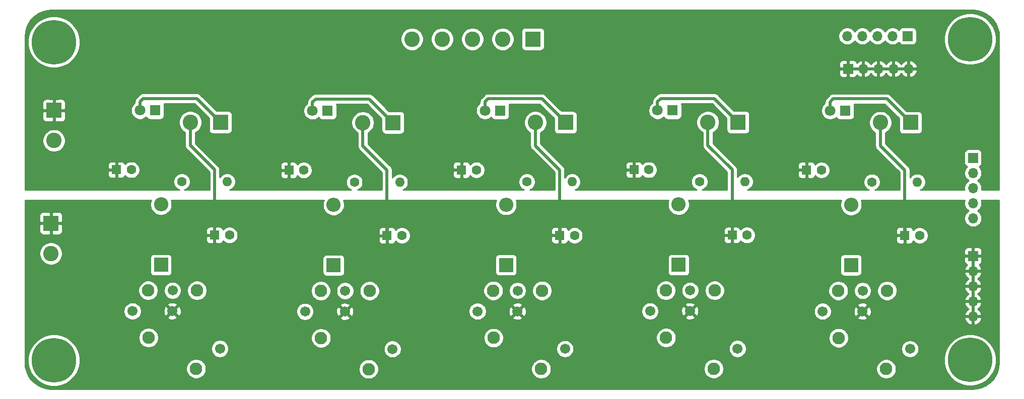
<source format=gbr>
%TF.GenerationSoftware,KiCad,Pcbnew,(5.1.9-0-10_14)*%
%TF.CreationDate,2021-06-30T23:08:07+02:00*%
%TF.ProjectId,generator,67656e65-7261-4746-9f72-2e6b69636164,rev?*%
%TF.SameCoordinates,Original*%
%TF.FileFunction,Copper,L2,Bot*%
%TF.FilePolarity,Positive*%
%FSLAX46Y46*%
G04 Gerber Fmt 4.6, Leading zero omitted, Abs format (unit mm)*
G04 Created by KiCad (PCBNEW (5.1.9-0-10_14)) date 2021-06-30 23:08:07*
%MOMM*%
%LPD*%
G01*
G04 APERTURE LIST*
%TA.AperFunction,ComponentPad*%
%ADD10C,7.500000*%
%TD*%
%TA.AperFunction,ComponentPad*%
%ADD11O,1.700000X1.700000*%
%TD*%
%TA.AperFunction,ComponentPad*%
%ADD12R,1.700000X1.700000*%
%TD*%
%TA.AperFunction,ComponentPad*%
%ADD13C,2.108200*%
%TD*%
%TA.AperFunction,ComponentPad*%
%ADD14C,1.701800*%
%TD*%
%TA.AperFunction,WasherPad*%
%ADD15C,2.108200*%
%TD*%
%TA.AperFunction,ComponentPad*%
%ADD16C,2.600000*%
%TD*%
%TA.AperFunction,ComponentPad*%
%ADD17R,2.600000X2.600000*%
%TD*%
%TA.AperFunction,ComponentPad*%
%ADD18O,1.600000X1.600000*%
%TD*%
%TA.AperFunction,ComponentPad*%
%ADD19C,1.600000*%
%TD*%
%TA.AperFunction,ComponentPad*%
%ADD20C,1.800000*%
%TD*%
%TA.AperFunction,ComponentPad*%
%ADD21R,1.800000X1.800000*%
%TD*%
%TA.AperFunction,ComponentPad*%
%ADD22O,2.400000X2.400000*%
%TD*%
%TA.AperFunction,ComponentPad*%
%ADD23R,2.400000X2.400000*%
%TD*%
%TA.AperFunction,ComponentPad*%
%ADD24R,1.600000X1.600000*%
%TD*%
%TA.AperFunction,Conductor*%
%ADD25C,0.500000*%
%TD*%
%TA.AperFunction,Conductor*%
%ADD26C,0.254000*%
%TD*%
%TA.AperFunction,Conductor*%
%ADD27C,0.100000*%
%TD*%
G04 APERTURE END LIST*
D10*
%TO.P,H104,1*%
%TO.N,N/C*%
X199500000Y-144500000D03*
%TD*%
%TO.P,H103,1*%
%TO.N,N/C*%
X199500000Y-90500000D03*
%TD*%
%TO.P,H102,1*%
%TO.N,N/C*%
X45500000Y-144550000D03*
%TD*%
%TO.P,H101,1*%
%TO.N,N/C*%
X45500000Y-91000000D03*
%TD*%
D11*
%TO.P,GND5101,5*%
%TO.N,GNDS*%
X200000000Y-120660000D03*
%TO.P,GND5101,4*%
X200000000Y-118120000D03*
%TO.P,GND5101,3*%
X200000000Y-115580000D03*
%TO.P,GND5101,2*%
X200000000Y-113040000D03*
D12*
%TO.P,GND5101,1*%
X200000000Y-110500000D03*
%TD*%
D11*
%TO.P,GND101,5*%
%TO.N,GND*%
X178840000Y-90000000D03*
%TO.P,GND101,4*%
X181380000Y-90000000D03*
%TO.P,GND101,3*%
X183920000Y-90000000D03*
%TO.P,GND101,2*%
X186460000Y-90000000D03*
D12*
%TO.P,GND101,1*%
X189000000Y-90000000D03*
%TD*%
D11*
%TO.P,5V101,5*%
%TO.N,+5V*%
X200000000Y-137160000D03*
%TO.P,5V101,4*%
X200000000Y-134620000D03*
%TO.P,5V101,3*%
X200000000Y-132080000D03*
%TO.P,5V101,2*%
X200000000Y-129540000D03*
D12*
%TO.P,5V101,1*%
X200000000Y-127000000D03*
%TD*%
D11*
%TO.P,24V101,5*%
%TO.N,+24V*%
X189160000Y-95500000D03*
%TO.P,24V101,4*%
X186620000Y-95500000D03*
%TO.P,24V101,3*%
X184080000Y-95500000D03*
%TO.P,24V101,2*%
X181540000Y-95500000D03*
D12*
%TO.P,24V101,1*%
X179000000Y-95500000D03*
%TD*%
D13*
%TO.P,XLR601,1*%
%TO.N,GNDS*%
X69550001Y-132800000D03*
D14*
%TO.P,XLR601,2*%
%TO.N,+5V*%
X65400001Y-136280000D03*
%TO.P,XLR601,3*%
%TO.N,S5*%
X65435001Y-132800000D03*
%TO.P,XLR601,4*%
%TO.N,+24V*%
X58700001Y-136280000D03*
D13*
%TO.P,XLR601,5*%
%TO.N,GND*%
X61350001Y-132800000D03*
D14*
%TO.P,XLR601,6*%
%TO.N,N/C*%
X73400001Y-142600000D03*
D15*
%TO.P,XLR601,*%
%TO.N,*%
X69400001Y-145970000D03*
X61400001Y-140750000D03*
%TD*%
D13*
%TO.P,XLR501,1*%
%TO.N,GNDS*%
X98550000Y-132862501D03*
D14*
%TO.P,XLR501,2*%
%TO.N,+5V*%
X94400000Y-136342501D03*
%TO.P,XLR501,3*%
%TO.N,S4*%
X94435000Y-132862501D03*
%TO.P,XLR501,4*%
%TO.N,+24V*%
X87700000Y-136342501D03*
D13*
%TO.P,XLR501,5*%
%TO.N,GND*%
X90350000Y-132862501D03*
D14*
%TO.P,XLR501,6*%
%TO.N,N/C*%
X102400000Y-142662501D03*
D15*
%TO.P,XLR501,*%
%TO.N,*%
X98400000Y-146032501D03*
X90400000Y-140812501D03*
%TD*%
D13*
%TO.P,XLR401,1*%
%TO.N,GNDS*%
X127550000Y-132825000D03*
D14*
%TO.P,XLR401,2*%
%TO.N,+5V*%
X123400000Y-136305000D03*
%TO.P,XLR401,3*%
%TO.N,S3*%
X123435000Y-132825000D03*
%TO.P,XLR401,4*%
%TO.N,+24V*%
X116700000Y-136305000D03*
D13*
%TO.P,XLR401,5*%
%TO.N,GND*%
X119350000Y-132825000D03*
D14*
%TO.P,XLR401,6*%
%TO.N,N/C*%
X131400000Y-142625000D03*
D15*
%TO.P,XLR401,*%
%TO.N,*%
X127400000Y-145995000D03*
X119400000Y-140775000D03*
%TD*%
D13*
%TO.P,XLR301,1*%
%TO.N,GNDS*%
X156550000Y-132800000D03*
D14*
%TO.P,XLR301,2*%
%TO.N,+5V*%
X152400000Y-136280000D03*
%TO.P,XLR301,3*%
%TO.N,S2*%
X152435000Y-132800000D03*
%TO.P,XLR301,4*%
%TO.N,+24V*%
X145700000Y-136280000D03*
D13*
%TO.P,XLR301,5*%
%TO.N,GND*%
X148350000Y-132800000D03*
D14*
%TO.P,XLR301,6*%
%TO.N,N/C*%
X160400000Y-142600000D03*
D15*
%TO.P,XLR301,*%
%TO.N,*%
X156400000Y-145970000D03*
X148400000Y-140750000D03*
%TD*%
D13*
%TO.P,XLR201,1*%
%TO.N,GNDS*%
X185549999Y-132837500D03*
D14*
%TO.P,XLR201,2*%
%TO.N,+5V*%
X181399999Y-136317500D03*
%TO.P,XLR201,3*%
%TO.N,S1*%
X181434999Y-132837500D03*
%TO.P,XLR201,4*%
%TO.N,+24V*%
X174699999Y-136317500D03*
D13*
%TO.P,XLR201,5*%
%TO.N,GND*%
X177349999Y-132837500D03*
D14*
%TO.P,XLR201,6*%
%TO.N,N/C*%
X189399999Y-142637500D03*
D15*
%TO.P,XLR201,*%
%TO.N,*%
X185399999Y-146007500D03*
X177399999Y-140787500D03*
%TD*%
D16*
%TO.P,TestButton601,2*%
%TO.N,+5V*%
X68420000Y-104500000D03*
D17*
%TO.P,TestButton601,1*%
%TO.N,S5*%
X73500000Y-104500000D03*
%TD*%
D16*
%TO.P,TestButton501,2*%
%TO.N,+5V*%
X97419999Y-104562501D03*
D17*
%TO.P,TestButton501,1*%
%TO.N,S4*%
X102499999Y-104562501D03*
%TD*%
D16*
%TO.P,TestButton401,2*%
%TO.N,+5V*%
X126419999Y-104525000D03*
D17*
%TO.P,TestButton401,1*%
%TO.N,S3*%
X131499999Y-104525000D03*
%TD*%
D16*
%TO.P,TestButton301,2*%
%TO.N,+5V*%
X155419999Y-104500000D03*
D17*
%TO.P,TestButton301,1*%
%TO.N,S2*%
X160499999Y-104500000D03*
%TD*%
D16*
%TO.P,TestButton201,2*%
%TO.N,+5V*%
X184419998Y-104537500D03*
D17*
%TO.P,TestButton201,1*%
%TO.N,S1*%
X189499998Y-104537500D03*
%TD*%
D16*
%TO.P,Signals101,5*%
%TO.N,S5*%
X105680000Y-90500000D03*
%TO.P,Signals101,4*%
%TO.N,S4*%
X110760000Y-90500000D03*
%TO.P,Signals101,3*%
%TO.N,S3*%
X115840000Y-90500000D03*
%TO.P,Signals101,2*%
%TO.N,S2*%
X120920000Y-90500000D03*
D17*
%TO.P,Signals101,1*%
%TO.N,S1*%
X126000000Y-90500000D03*
%TD*%
D18*
%TO.P,R601,2*%
%TO.N,GNDS*%
X74620000Y-114500000D03*
D19*
%TO.P,R601,1*%
%TO.N,Net-(D602-Pad1)*%
X67000000Y-114500000D03*
%TD*%
D18*
%TO.P,R501,2*%
%TO.N,GNDS*%
X103619999Y-114562501D03*
D19*
%TO.P,R501,1*%
%TO.N,Net-(D502-Pad1)*%
X95999999Y-114562501D03*
%TD*%
D18*
%TO.P,R401,2*%
%TO.N,GNDS*%
X132619999Y-114525000D03*
D19*
%TO.P,R401,1*%
%TO.N,Net-(D402-Pad1)*%
X124999999Y-114525000D03*
%TD*%
D18*
%TO.P,R301,2*%
%TO.N,GNDS*%
X161619999Y-114500000D03*
D19*
%TO.P,R301,1*%
%TO.N,Net-(D302-Pad1)*%
X153999999Y-114500000D03*
%TD*%
D18*
%TO.P,R201,2*%
%TO.N,GNDS*%
X190619998Y-114537500D03*
D19*
%TO.P,R201,1*%
%TO.N,Net-(D202-Pad1)*%
X182999998Y-114537500D03*
%TD*%
D20*
%TO.P,D602,2*%
%TO.N,S5*%
X59960000Y-102500000D03*
D21*
%TO.P,D602,1*%
%TO.N,Net-(D602-Pad1)*%
X62500000Y-102500000D03*
%TD*%
D22*
%TO.P,D601,2*%
%TO.N,S5*%
X63500000Y-118340000D03*
D23*
%TO.P,D601,1*%
%TO.N,GNDS*%
X63500000Y-128500000D03*
%TD*%
D20*
%TO.P,D502,2*%
%TO.N,S4*%
X88959999Y-102562501D03*
D21*
%TO.P,D502,1*%
%TO.N,Net-(D502-Pad1)*%
X91499999Y-102562501D03*
%TD*%
D22*
%TO.P,D501,2*%
%TO.N,S4*%
X92499999Y-118402501D03*
D23*
%TO.P,D501,1*%
%TO.N,GNDS*%
X92499999Y-128562501D03*
%TD*%
D20*
%TO.P,D402,2*%
%TO.N,S3*%
X117959999Y-102525000D03*
D21*
%TO.P,D402,1*%
%TO.N,Net-(D402-Pad1)*%
X120499999Y-102525000D03*
%TD*%
D22*
%TO.P,D401,2*%
%TO.N,S3*%
X121499999Y-118365000D03*
D23*
%TO.P,D401,1*%
%TO.N,GNDS*%
X121499999Y-128525000D03*
%TD*%
D20*
%TO.P,D302,2*%
%TO.N,S2*%
X146959999Y-102500000D03*
D21*
%TO.P,D302,1*%
%TO.N,Net-(D302-Pad1)*%
X149499999Y-102500000D03*
%TD*%
D22*
%TO.P,D301,2*%
%TO.N,S2*%
X150499999Y-118340000D03*
D23*
%TO.P,D301,1*%
%TO.N,GNDS*%
X150499999Y-128500000D03*
%TD*%
D20*
%TO.P,D202,2*%
%TO.N,S1*%
X175959998Y-102537500D03*
D21*
%TO.P,D202,1*%
%TO.N,Net-(D202-Pad1)*%
X178499998Y-102537500D03*
%TD*%
D22*
%TO.P,D201,2*%
%TO.N,S1*%
X179499998Y-118377500D03*
D23*
%TO.P,D201,1*%
%TO.N,GNDS*%
X179499998Y-128537500D03*
%TD*%
D19*
%TO.P,C602,2*%
%TO.N,GND*%
X58500000Y-112500000D03*
D24*
%TO.P,C602,1*%
%TO.N,+24V*%
X56000000Y-112500000D03*
%TD*%
D19*
%TO.P,C601,2*%
%TO.N,GNDS*%
X75000000Y-123500000D03*
D24*
%TO.P,C601,1*%
%TO.N,+5V*%
X72500000Y-123500000D03*
%TD*%
D19*
%TO.P,C502,2*%
%TO.N,GND*%
X87499999Y-112562501D03*
D24*
%TO.P,C502,1*%
%TO.N,+24V*%
X84999999Y-112562501D03*
%TD*%
D19*
%TO.P,C501,2*%
%TO.N,GNDS*%
X103999999Y-123562501D03*
D24*
%TO.P,C501,1*%
%TO.N,+5V*%
X101499999Y-123562501D03*
%TD*%
D19*
%TO.P,C402,2*%
%TO.N,GND*%
X116499999Y-112525000D03*
D24*
%TO.P,C402,1*%
%TO.N,+24V*%
X113999999Y-112525000D03*
%TD*%
D19*
%TO.P,C401,2*%
%TO.N,GNDS*%
X132999999Y-123525000D03*
D24*
%TO.P,C401,1*%
%TO.N,+5V*%
X130499999Y-123525000D03*
%TD*%
D19*
%TO.P,C302,2*%
%TO.N,GND*%
X145499999Y-112500000D03*
D24*
%TO.P,C302,1*%
%TO.N,+24V*%
X142999999Y-112500000D03*
%TD*%
D19*
%TO.P,C301,2*%
%TO.N,GNDS*%
X161999999Y-123500000D03*
D24*
%TO.P,C301,1*%
%TO.N,+5V*%
X159499999Y-123500000D03*
%TD*%
D19*
%TO.P,C202,2*%
%TO.N,GND*%
X174499998Y-112537500D03*
D24*
%TO.P,C202,1*%
%TO.N,+24V*%
X171999998Y-112537500D03*
%TD*%
D19*
%TO.P,C201,2*%
%TO.N,GNDS*%
X190999998Y-123537500D03*
D24*
%TO.P,C201,1*%
%TO.N,+5V*%
X188499998Y-123537500D03*
%TD*%
D16*
%TO.P,5VINPUT101,2*%
%TO.N,GNDS*%
X45000000Y-126580000D03*
D17*
%TO.P,5VINPUT101,1*%
%TO.N,+5V*%
X45000000Y-121500000D03*
%TD*%
D16*
%TO.P,24VINPUT101,2*%
%TO.N,GND*%
X45500000Y-107580000D03*
D17*
%TO.P,24VINPUT101,1*%
%TO.N,+24V*%
X45500000Y-102500000D03*
%TD*%
D25*
%TO.N,+5V*%
X68420000Y-104500000D02*
X68420000Y-108420000D01*
X68420000Y-108420000D02*
X72500000Y-112500000D01*
X72500000Y-112500000D02*
X72500000Y-123500000D01*
X184419998Y-104537500D02*
X184419998Y-108457500D01*
X184419998Y-108457500D02*
X188499998Y-112537500D01*
X188499998Y-112537500D02*
X188499998Y-123537500D01*
X155419999Y-104500000D02*
X155419999Y-108420000D01*
X155419999Y-108420000D02*
X159499999Y-112500000D01*
X159499999Y-112500000D02*
X159499999Y-123500000D01*
X126419999Y-104525000D02*
X126419999Y-108445000D01*
X126419999Y-108445000D02*
X130499999Y-112525000D01*
X130499999Y-112525000D02*
X130499999Y-123525000D01*
X97419999Y-104562501D02*
X97419999Y-108482501D01*
X97419999Y-108482501D02*
X101499999Y-112562501D01*
X101499999Y-112562501D02*
X101499999Y-123562501D01*
%TO.N,S1*%
X175959998Y-102537500D02*
X175959998Y-101077500D01*
X175959998Y-101077500D02*
X176499998Y-100537500D01*
X176499998Y-100537500D02*
X185499998Y-100537500D01*
X185499998Y-100537500D02*
X189499998Y-104537500D01*
%TO.N,S2*%
X146959999Y-102500000D02*
X146959999Y-101040000D01*
X146959999Y-101040000D02*
X147499999Y-100500000D01*
X147499999Y-100500000D02*
X156499999Y-100500000D01*
X156499999Y-100500000D02*
X160499999Y-104500000D01*
%TO.N,S3*%
X117959999Y-102525000D02*
X117959999Y-101065000D01*
X117959999Y-101065000D02*
X118499999Y-100525000D01*
X118499999Y-100525000D02*
X127499999Y-100525000D01*
X127499999Y-100525000D02*
X131499999Y-104525000D01*
%TO.N,S4*%
X88959999Y-102562501D02*
X88959999Y-101102501D01*
X88959999Y-101102501D02*
X89499999Y-100562501D01*
X89499999Y-100562501D02*
X98499999Y-100562501D01*
X98499999Y-100562501D02*
X102499999Y-104562501D01*
%TO.N,S5*%
X59960000Y-102500000D02*
X59960000Y-101040000D01*
X59960000Y-101040000D02*
X60500000Y-100500000D01*
X60500000Y-100500000D02*
X69500000Y-100500000D01*
X69500000Y-100500000D02*
X73500000Y-104500000D01*
%TD*%
D26*
%TO.N,+24V*%
X200768083Y-85731173D02*
X201511891Y-85934656D01*
X202207905Y-86266638D01*
X202834130Y-86716626D01*
X203370777Y-87270403D01*
X203800871Y-87910451D01*
X204110829Y-88616553D01*
X204292065Y-89371457D01*
X204340001Y-90024220D01*
X204340001Y-115873000D01*
X201455811Y-115873000D01*
X201485000Y-115726260D01*
X201485000Y-115433740D01*
X201427932Y-115146842D01*
X201315990Y-114876589D01*
X201153475Y-114633368D01*
X200946632Y-114426525D01*
X200772240Y-114310000D01*
X200946632Y-114193475D01*
X201153475Y-113986632D01*
X201315990Y-113743411D01*
X201427932Y-113473158D01*
X201485000Y-113186260D01*
X201485000Y-112893740D01*
X201427932Y-112606842D01*
X201315990Y-112336589D01*
X201153475Y-112093368D01*
X201021620Y-111961513D01*
X201094180Y-111939502D01*
X201204494Y-111880537D01*
X201301185Y-111801185D01*
X201380537Y-111704494D01*
X201439502Y-111594180D01*
X201475812Y-111474482D01*
X201488072Y-111350000D01*
X201488072Y-109650000D01*
X201475812Y-109525518D01*
X201439502Y-109405820D01*
X201380537Y-109295506D01*
X201301185Y-109198815D01*
X201204494Y-109119463D01*
X201094180Y-109060498D01*
X200974482Y-109024188D01*
X200850000Y-109011928D01*
X199150000Y-109011928D01*
X199025518Y-109024188D01*
X198905820Y-109060498D01*
X198795506Y-109119463D01*
X198698815Y-109198815D01*
X198619463Y-109295506D01*
X198560498Y-109405820D01*
X198524188Y-109525518D01*
X198511928Y-109650000D01*
X198511928Y-111350000D01*
X198524188Y-111474482D01*
X198560498Y-111594180D01*
X198619463Y-111704494D01*
X198698815Y-111801185D01*
X198795506Y-111880537D01*
X198905820Y-111939502D01*
X198978380Y-111961513D01*
X198846525Y-112093368D01*
X198684010Y-112336589D01*
X198572068Y-112606842D01*
X198515000Y-112893740D01*
X198515000Y-113186260D01*
X198572068Y-113473158D01*
X198684010Y-113743411D01*
X198846525Y-113986632D01*
X199053368Y-114193475D01*
X199227760Y-114310000D01*
X199053368Y-114426525D01*
X198846525Y-114633368D01*
X198684010Y-114876589D01*
X198572068Y-115146842D01*
X198515000Y-115433740D01*
X198515000Y-115726260D01*
X198544189Y-115873000D01*
X191145650Y-115873000D01*
X191299725Y-115809180D01*
X191534757Y-115652137D01*
X191734635Y-115452259D01*
X191891678Y-115217227D01*
X191999851Y-114956074D01*
X192054998Y-114678835D01*
X192054998Y-114396165D01*
X191999851Y-114118926D01*
X191891678Y-113857773D01*
X191734635Y-113622741D01*
X191534757Y-113422863D01*
X191299725Y-113265820D01*
X191038572Y-113157647D01*
X190761333Y-113102500D01*
X190478663Y-113102500D01*
X190201424Y-113157647D01*
X189940271Y-113265820D01*
X189705239Y-113422863D01*
X189505361Y-113622741D01*
X189384998Y-113802877D01*
X189384998Y-112580965D01*
X189389279Y-112537499D01*
X189384998Y-112494033D01*
X189384998Y-112494023D01*
X189372193Y-112364010D01*
X189321587Y-112197187D01*
X189239409Y-112043441D01*
X189208633Y-112005941D01*
X189156530Y-111942453D01*
X189156528Y-111942451D01*
X189128815Y-111908683D01*
X189095048Y-111880972D01*
X185304998Y-108090922D01*
X185304998Y-106265350D01*
X185336564Y-106252275D01*
X185653489Y-106040513D01*
X185923011Y-105770991D01*
X186134773Y-105454066D01*
X186280637Y-105101919D01*
X186354998Y-104728081D01*
X186354998Y-104346919D01*
X186280637Y-103973081D01*
X186134773Y-103620934D01*
X185923011Y-103304009D01*
X185653489Y-103034487D01*
X185336564Y-102822725D01*
X184984417Y-102676861D01*
X184610579Y-102602500D01*
X184229417Y-102602500D01*
X183855579Y-102676861D01*
X183503432Y-102822725D01*
X183186507Y-103034487D01*
X182916985Y-103304009D01*
X182705223Y-103620934D01*
X182559359Y-103973081D01*
X182484998Y-104346919D01*
X182484998Y-104728081D01*
X182559359Y-105101919D01*
X182705223Y-105454066D01*
X182916985Y-105770991D01*
X183186507Y-106040513D01*
X183503432Y-106252275D01*
X183534998Y-106265350D01*
X183534999Y-108414021D01*
X183530717Y-108457500D01*
X183547803Y-108630990D01*
X183598410Y-108797813D01*
X183680588Y-108951559D01*
X183763466Y-109052546D01*
X183763469Y-109052549D01*
X183791182Y-109086317D01*
X183824949Y-109114030D01*
X187614998Y-112904079D01*
X187614998Y-115873000D01*
X183525650Y-115873000D01*
X183679725Y-115809180D01*
X183914757Y-115652137D01*
X184114635Y-115452259D01*
X184271678Y-115217227D01*
X184379851Y-114956074D01*
X184434998Y-114678835D01*
X184434998Y-114396165D01*
X184379851Y-114118926D01*
X184271678Y-113857773D01*
X184114635Y-113622741D01*
X183914757Y-113422863D01*
X183679725Y-113265820D01*
X183418572Y-113157647D01*
X183141333Y-113102500D01*
X182858663Y-113102500D01*
X182581424Y-113157647D01*
X182320271Y-113265820D01*
X182085239Y-113422863D01*
X181885361Y-113622741D01*
X181728318Y-113857773D01*
X181620145Y-114118926D01*
X181564998Y-114396165D01*
X181564998Y-114678835D01*
X181620145Y-114956074D01*
X181728318Y-115217227D01*
X181885361Y-115452259D01*
X182085239Y-115652137D01*
X182320271Y-115809180D01*
X182474346Y-115873000D01*
X162055118Y-115873000D01*
X162299726Y-115771680D01*
X162534758Y-115614637D01*
X162734636Y-115414759D01*
X162891679Y-115179727D01*
X162999852Y-114918574D01*
X163054999Y-114641335D01*
X163054999Y-114358665D01*
X162999852Y-114081426D01*
X162891679Y-113820273D01*
X162734636Y-113585241D01*
X162534758Y-113385363D01*
X162463126Y-113337500D01*
X170561926Y-113337500D01*
X170574186Y-113461982D01*
X170610496Y-113581680D01*
X170669461Y-113691994D01*
X170748813Y-113788685D01*
X170845504Y-113868037D01*
X170955818Y-113927002D01*
X171075516Y-113963312D01*
X171199998Y-113975572D01*
X171714248Y-113972500D01*
X171872998Y-113813750D01*
X171872998Y-112664500D01*
X170723748Y-112664500D01*
X170564998Y-112823250D01*
X170561926Y-113337500D01*
X162463126Y-113337500D01*
X162299726Y-113228320D01*
X162038573Y-113120147D01*
X161761334Y-113065000D01*
X161478664Y-113065000D01*
X161201425Y-113120147D01*
X160940272Y-113228320D01*
X160705240Y-113385363D01*
X160505362Y-113585241D01*
X160384999Y-113765377D01*
X160384999Y-112543465D01*
X160389280Y-112499999D01*
X160384999Y-112456533D01*
X160384999Y-112456523D01*
X160372194Y-112326510D01*
X160321588Y-112159687D01*
X160239410Y-112005941D01*
X160187306Y-111942453D01*
X160156531Y-111904953D01*
X160156529Y-111904951D01*
X160128816Y-111871183D01*
X160095049Y-111843472D01*
X159989077Y-111737500D01*
X170561926Y-111737500D01*
X170564998Y-112251750D01*
X170723748Y-112410500D01*
X171872998Y-112410500D01*
X171872998Y-111261250D01*
X172126998Y-111261250D01*
X172126998Y-112410500D01*
X172146998Y-112410500D01*
X172146998Y-112664500D01*
X172126998Y-112664500D01*
X172126998Y-113813750D01*
X172285748Y-113972500D01*
X172799998Y-113975572D01*
X172924480Y-113963312D01*
X173044178Y-113927002D01*
X173154492Y-113868037D01*
X173251183Y-113788685D01*
X173330535Y-113691994D01*
X173389500Y-113581680D01*
X173418659Y-113485557D01*
X173585239Y-113652137D01*
X173820271Y-113809180D01*
X174081424Y-113917353D01*
X174358663Y-113972500D01*
X174641333Y-113972500D01*
X174918572Y-113917353D01*
X175179725Y-113809180D01*
X175414757Y-113652137D01*
X175614635Y-113452259D01*
X175771678Y-113217227D01*
X175879851Y-112956074D01*
X175934998Y-112678835D01*
X175934998Y-112396165D01*
X175879851Y-112118926D01*
X175771678Y-111857773D01*
X175614635Y-111622741D01*
X175414757Y-111422863D01*
X175179725Y-111265820D01*
X174918572Y-111157647D01*
X174641333Y-111102500D01*
X174358663Y-111102500D01*
X174081424Y-111157647D01*
X173820271Y-111265820D01*
X173585239Y-111422863D01*
X173418659Y-111589443D01*
X173389500Y-111493320D01*
X173330535Y-111383006D01*
X173251183Y-111286315D01*
X173154492Y-111206963D01*
X173044178Y-111147998D01*
X172924480Y-111111688D01*
X172799998Y-111099428D01*
X172285748Y-111102500D01*
X172126998Y-111261250D01*
X171872998Y-111261250D01*
X171714248Y-111102500D01*
X171199998Y-111099428D01*
X171075516Y-111111688D01*
X170955818Y-111147998D01*
X170845504Y-111206963D01*
X170748813Y-111286315D01*
X170669461Y-111383006D01*
X170610496Y-111493320D01*
X170574186Y-111613018D01*
X170561926Y-111737500D01*
X159989077Y-111737500D01*
X156304999Y-108053422D01*
X156304999Y-106227850D01*
X156336565Y-106214775D01*
X156653490Y-106003013D01*
X156923012Y-105733491D01*
X157134774Y-105416566D01*
X157280638Y-105064419D01*
X157354999Y-104690581D01*
X157354999Y-104309419D01*
X157280638Y-103935581D01*
X157134774Y-103583434D01*
X156923012Y-103266509D01*
X156653490Y-102996987D01*
X156336565Y-102785225D01*
X155984418Y-102639361D01*
X155610580Y-102565000D01*
X155229418Y-102565000D01*
X154855580Y-102639361D01*
X154503433Y-102785225D01*
X154186508Y-102996987D01*
X153916986Y-103266509D01*
X153705224Y-103583434D01*
X153559360Y-103935581D01*
X153484999Y-104309419D01*
X153484999Y-104690581D01*
X153559360Y-105064419D01*
X153705224Y-105416566D01*
X153916986Y-105733491D01*
X154186508Y-106003013D01*
X154503433Y-106214775D01*
X154534999Y-106227850D01*
X154535000Y-108376521D01*
X154530718Y-108420000D01*
X154547804Y-108593490D01*
X154598411Y-108760313D01*
X154680589Y-108914059D01*
X154763467Y-109015046D01*
X154763470Y-109015049D01*
X154791183Y-109048817D01*
X154824950Y-109076530D01*
X158614999Y-112866579D01*
X158614999Y-115873000D01*
X154435118Y-115873000D01*
X154679726Y-115771680D01*
X154914758Y-115614637D01*
X155114636Y-115414759D01*
X155271679Y-115179727D01*
X155379852Y-114918574D01*
X155434999Y-114641335D01*
X155434999Y-114358665D01*
X155379852Y-114081426D01*
X155271679Y-113820273D01*
X155114636Y-113585241D01*
X154914758Y-113385363D01*
X154679726Y-113228320D01*
X154418573Y-113120147D01*
X154141334Y-113065000D01*
X153858664Y-113065000D01*
X153581425Y-113120147D01*
X153320272Y-113228320D01*
X153085240Y-113385363D01*
X152885362Y-113585241D01*
X152728319Y-113820273D01*
X152620146Y-114081426D01*
X152564999Y-114358665D01*
X152564999Y-114641335D01*
X152620146Y-114918574D01*
X152728319Y-115179727D01*
X152885362Y-115414759D01*
X153085240Y-115614637D01*
X153320272Y-115771680D01*
X153564880Y-115873000D01*
X133115473Y-115873000D01*
X133299726Y-115796680D01*
X133534758Y-115639637D01*
X133734636Y-115439759D01*
X133891679Y-115204727D01*
X133999852Y-114943574D01*
X134054999Y-114666335D01*
X134054999Y-114383665D01*
X133999852Y-114106426D01*
X133891679Y-113845273D01*
X133734636Y-113610241D01*
X133534758Y-113410363D01*
X133369588Y-113300000D01*
X141561927Y-113300000D01*
X141574187Y-113424482D01*
X141610497Y-113544180D01*
X141669462Y-113654494D01*
X141748814Y-113751185D01*
X141845505Y-113830537D01*
X141955819Y-113889502D01*
X142075517Y-113925812D01*
X142199999Y-113938072D01*
X142714249Y-113935000D01*
X142872999Y-113776250D01*
X142872999Y-112627000D01*
X141723749Y-112627000D01*
X141564999Y-112785750D01*
X141561927Y-113300000D01*
X133369588Y-113300000D01*
X133299726Y-113253320D01*
X133038573Y-113145147D01*
X132761334Y-113090000D01*
X132478664Y-113090000D01*
X132201425Y-113145147D01*
X131940272Y-113253320D01*
X131705240Y-113410363D01*
X131505362Y-113610241D01*
X131384999Y-113790377D01*
X131384999Y-112568465D01*
X131389280Y-112524999D01*
X131384999Y-112481533D01*
X131384999Y-112481523D01*
X131372194Y-112351510D01*
X131321588Y-112184687D01*
X131239410Y-112030941D01*
X131204228Y-111988072D01*
X131156531Y-111929953D01*
X131156529Y-111929951D01*
X131128816Y-111896183D01*
X131095049Y-111868472D01*
X130926577Y-111700000D01*
X141561927Y-111700000D01*
X141564999Y-112214250D01*
X141723749Y-112373000D01*
X142872999Y-112373000D01*
X142872999Y-111223750D01*
X143126999Y-111223750D01*
X143126999Y-112373000D01*
X143146999Y-112373000D01*
X143146999Y-112627000D01*
X143126999Y-112627000D01*
X143126999Y-113776250D01*
X143285749Y-113935000D01*
X143799999Y-113938072D01*
X143924481Y-113925812D01*
X144044179Y-113889502D01*
X144154493Y-113830537D01*
X144251184Y-113751185D01*
X144330536Y-113654494D01*
X144389501Y-113544180D01*
X144418660Y-113448057D01*
X144585240Y-113614637D01*
X144820272Y-113771680D01*
X145081425Y-113879853D01*
X145358664Y-113935000D01*
X145641334Y-113935000D01*
X145918573Y-113879853D01*
X146179726Y-113771680D01*
X146414758Y-113614637D01*
X146614636Y-113414759D01*
X146771679Y-113179727D01*
X146879852Y-112918574D01*
X146934999Y-112641335D01*
X146934999Y-112358665D01*
X146879852Y-112081426D01*
X146771679Y-111820273D01*
X146614636Y-111585241D01*
X146414758Y-111385363D01*
X146179726Y-111228320D01*
X145918573Y-111120147D01*
X145641334Y-111065000D01*
X145358664Y-111065000D01*
X145081425Y-111120147D01*
X144820272Y-111228320D01*
X144585240Y-111385363D01*
X144418660Y-111551943D01*
X144389501Y-111455820D01*
X144330536Y-111345506D01*
X144251184Y-111248815D01*
X144154493Y-111169463D01*
X144044179Y-111110498D01*
X143924481Y-111074188D01*
X143799999Y-111061928D01*
X143285749Y-111065000D01*
X143126999Y-111223750D01*
X142872999Y-111223750D01*
X142714249Y-111065000D01*
X142199999Y-111061928D01*
X142075517Y-111074188D01*
X141955819Y-111110498D01*
X141845505Y-111169463D01*
X141748814Y-111248815D01*
X141669462Y-111345506D01*
X141610497Y-111455820D01*
X141574187Y-111575518D01*
X141561927Y-111700000D01*
X130926577Y-111700000D01*
X127304999Y-108078422D01*
X127304999Y-106252850D01*
X127336565Y-106239775D01*
X127653490Y-106028013D01*
X127923012Y-105758491D01*
X128134774Y-105441566D01*
X128280638Y-105089419D01*
X128354999Y-104715581D01*
X128354999Y-104334419D01*
X128280638Y-103960581D01*
X128134774Y-103608434D01*
X127923012Y-103291509D01*
X127653490Y-103021987D01*
X127336565Y-102810225D01*
X126984418Y-102664361D01*
X126610580Y-102590000D01*
X126229418Y-102590000D01*
X125855580Y-102664361D01*
X125503433Y-102810225D01*
X125186508Y-103021987D01*
X124916986Y-103291509D01*
X124705224Y-103608434D01*
X124559360Y-103960581D01*
X124484999Y-104334419D01*
X124484999Y-104715581D01*
X124559360Y-105089419D01*
X124705224Y-105441566D01*
X124916986Y-105758491D01*
X125186508Y-106028013D01*
X125503433Y-106239775D01*
X125534999Y-106252850D01*
X125535000Y-108401521D01*
X125530718Y-108445000D01*
X125547804Y-108618490D01*
X125598411Y-108785313D01*
X125680589Y-108939059D01*
X125763467Y-109040046D01*
X125763470Y-109040049D01*
X125791183Y-109073817D01*
X125824950Y-109101530D01*
X129614999Y-112891579D01*
X129614999Y-115873000D01*
X125495473Y-115873000D01*
X125679726Y-115796680D01*
X125914758Y-115639637D01*
X126114636Y-115439759D01*
X126271679Y-115204727D01*
X126379852Y-114943574D01*
X126434999Y-114666335D01*
X126434999Y-114383665D01*
X126379852Y-114106426D01*
X126271679Y-113845273D01*
X126114636Y-113610241D01*
X125914758Y-113410363D01*
X125679726Y-113253320D01*
X125418573Y-113145147D01*
X125141334Y-113090000D01*
X124858664Y-113090000D01*
X124581425Y-113145147D01*
X124320272Y-113253320D01*
X124085240Y-113410363D01*
X123885362Y-113610241D01*
X123728319Y-113845273D01*
X123620146Y-114106426D01*
X123564999Y-114383665D01*
X123564999Y-114666335D01*
X123620146Y-114943574D01*
X123728319Y-115204727D01*
X123885362Y-115439759D01*
X124085240Y-115639637D01*
X124320272Y-115796680D01*
X124504525Y-115873000D01*
X104206009Y-115873000D01*
X104299726Y-115834181D01*
X104534758Y-115677138D01*
X104734636Y-115477260D01*
X104891679Y-115242228D01*
X104999852Y-114981075D01*
X105054999Y-114703836D01*
X105054999Y-114421166D01*
X104999852Y-114143927D01*
X104891679Y-113882774D01*
X104734636Y-113647742D01*
X104534758Y-113447864D01*
X104350879Y-113325000D01*
X112561927Y-113325000D01*
X112574187Y-113449482D01*
X112610497Y-113569180D01*
X112669462Y-113679494D01*
X112748814Y-113776185D01*
X112845505Y-113855537D01*
X112955819Y-113914502D01*
X113075517Y-113950812D01*
X113199999Y-113963072D01*
X113714249Y-113960000D01*
X113872999Y-113801250D01*
X113872999Y-112652000D01*
X112723749Y-112652000D01*
X112564999Y-112810750D01*
X112561927Y-113325000D01*
X104350879Y-113325000D01*
X104299726Y-113290821D01*
X104038573Y-113182648D01*
X103761334Y-113127501D01*
X103478664Y-113127501D01*
X103201425Y-113182648D01*
X102940272Y-113290821D01*
X102705240Y-113447864D01*
X102505362Y-113647742D01*
X102384999Y-113827878D01*
X102384999Y-112605966D01*
X102389280Y-112562500D01*
X102384999Y-112519034D01*
X102384999Y-112519024D01*
X102372194Y-112389011D01*
X102321588Y-112222188D01*
X102239410Y-112068442D01*
X102208634Y-112030942D01*
X102156531Y-111967454D01*
X102156529Y-111967452D01*
X102128816Y-111933684D01*
X102095049Y-111905973D01*
X101914076Y-111725000D01*
X112561927Y-111725000D01*
X112564999Y-112239250D01*
X112723749Y-112398000D01*
X113872999Y-112398000D01*
X113872999Y-111248750D01*
X114126999Y-111248750D01*
X114126999Y-112398000D01*
X114146999Y-112398000D01*
X114146999Y-112652000D01*
X114126999Y-112652000D01*
X114126999Y-113801250D01*
X114285749Y-113960000D01*
X114799999Y-113963072D01*
X114924481Y-113950812D01*
X115044179Y-113914502D01*
X115154493Y-113855537D01*
X115251184Y-113776185D01*
X115330536Y-113679494D01*
X115389501Y-113569180D01*
X115418660Y-113473057D01*
X115585240Y-113639637D01*
X115820272Y-113796680D01*
X116081425Y-113904853D01*
X116358664Y-113960000D01*
X116641334Y-113960000D01*
X116918573Y-113904853D01*
X117179726Y-113796680D01*
X117414758Y-113639637D01*
X117614636Y-113439759D01*
X117771679Y-113204727D01*
X117879852Y-112943574D01*
X117934999Y-112666335D01*
X117934999Y-112383665D01*
X117879852Y-112106426D01*
X117771679Y-111845273D01*
X117614636Y-111610241D01*
X117414758Y-111410363D01*
X117179726Y-111253320D01*
X116918573Y-111145147D01*
X116641334Y-111090000D01*
X116358664Y-111090000D01*
X116081425Y-111145147D01*
X115820272Y-111253320D01*
X115585240Y-111410363D01*
X115418660Y-111576943D01*
X115389501Y-111480820D01*
X115330536Y-111370506D01*
X115251184Y-111273815D01*
X115154493Y-111194463D01*
X115044179Y-111135498D01*
X114924481Y-111099188D01*
X114799999Y-111086928D01*
X114285749Y-111090000D01*
X114126999Y-111248750D01*
X113872999Y-111248750D01*
X113714249Y-111090000D01*
X113199999Y-111086928D01*
X113075517Y-111099188D01*
X112955819Y-111135498D01*
X112845505Y-111194463D01*
X112748814Y-111273815D01*
X112669462Y-111370506D01*
X112610497Y-111480820D01*
X112574187Y-111600518D01*
X112561927Y-111725000D01*
X101914076Y-111725000D01*
X98304999Y-108115923D01*
X98304999Y-106290351D01*
X98336565Y-106277276D01*
X98653490Y-106065514D01*
X98923012Y-105795992D01*
X99134774Y-105479067D01*
X99280638Y-105126920D01*
X99354999Y-104753082D01*
X99354999Y-104371920D01*
X99280638Y-103998082D01*
X99134774Y-103645935D01*
X98923012Y-103329010D01*
X98653490Y-103059488D01*
X98336565Y-102847726D01*
X97984418Y-102701862D01*
X97610580Y-102627501D01*
X97229418Y-102627501D01*
X96855580Y-102701862D01*
X96503433Y-102847726D01*
X96186508Y-103059488D01*
X95916986Y-103329010D01*
X95705224Y-103645935D01*
X95559360Y-103998082D01*
X95484999Y-104371920D01*
X95484999Y-104753082D01*
X95559360Y-105126920D01*
X95705224Y-105479067D01*
X95916986Y-105795992D01*
X96186508Y-106065514D01*
X96503433Y-106277276D01*
X96534999Y-106290351D01*
X96535000Y-108439022D01*
X96530718Y-108482501D01*
X96547804Y-108655991D01*
X96598411Y-108822814D01*
X96680589Y-108976560D01*
X96763467Y-109077547D01*
X96763470Y-109077550D01*
X96791183Y-109111318D01*
X96824950Y-109139031D01*
X100614999Y-112929080D01*
X100614999Y-115873000D01*
X96586009Y-115873000D01*
X96679726Y-115834181D01*
X96914758Y-115677138D01*
X97114636Y-115477260D01*
X97271679Y-115242228D01*
X97379852Y-114981075D01*
X97434999Y-114703836D01*
X97434999Y-114421166D01*
X97379852Y-114143927D01*
X97271679Y-113882774D01*
X97114636Y-113647742D01*
X96914758Y-113447864D01*
X96679726Y-113290821D01*
X96418573Y-113182648D01*
X96141334Y-113127501D01*
X95858664Y-113127501D01*
X95581425Y-113182648D01*
X95320272Y-113290821D01*
X95085240Y-113447864D01*
X94885362Y-113647742D01*
X94728319Y-113882774D01*
X94620146Y-114143927D01*
X94564999Y-114421166D01*
X94564999Y-114703836D01*
X94620146Y-114981075D01*
X94728319Y-115242228D01*
X94885362Y-115477260D01*
X95085240Y-115677138D01*
X95320272Y-115834181D01*
X95413989Y-115873000D01*
X75055119Y-115873000D01*
X75299727Y-115771680D01*
X75534759Y-115614637D01*
X75734637Y-115414759D01*
X75891680Y-115179727D01*
X75999853Y-114918574D01*
X76055000Y-114641335D01*
X76055000Y-114358665D01*
X75999853Y-114081426D01*
X75891680Y-113820273D01*
X75734637Y-113585241D01*
X75534759Y-113385363D01*
X75500544Y-113362501D01*
X83561927Y-113362501D01*
X83574187Y-113486983D01*
X83610497Y-113606681D01*
X83669462Y-113716995D01*
X83748814Y-113813686D01*
X83845505Y-113893038D01*
X83955819Y-113952003D01*
X84075517Y-113988313D01*
X84199999Y-114000573D01*
X84714249Y-113997501D01*
X84872999Y-113838751D01*
X84872999Y-112689501D01*
X83723749Y-112689501D01*
X83564999Y-112848251D01*
X83561927Y-113362501D01*
X75500544Y-113362501D01*
X75299727Y-113228320D01*
X75038574Y-113120147D01*
X74761335Y-113065000D01*
X74478665Y-113065000D01*
X74201426Y-113120147D01*
X73940273Y-113228320D01*
X73705241Y-113385363D01*
X73505363Y-113585241D01*
X73385000Y-113765377D01*
X73385000Y-112543465D01*
X73389281Y-112499999D01*
X73385000Y-112456533D01*
X73385000Y-112456523D01*
X73372195Y-112326510D01*
X73321589Y-112159687D01*
X73239411Y-112005941D01*
X73187307Y-111942453D01*
X73156532Y-111904953D01*
X73156530Y-111904951D01*
X73128817Y-111871183D01*
X73095050Y-111843472D01*
X73014079Y-111762501D01*
X83561927Y-111762501D01*
X83564999Y-112276751D01*
X83723749Y-112435501D01*
X84872999Y-112435501D01*
X84872999Y-111286251D01*
X85126999Y-111286251D01*
X85126999Y-112435501D01*
X85146999Y-112435501D01*
X85146999Y-112689501D01*
X85126999Y-112689501D01*
X85126999Y-113838751D01*
X85285749Y-113997501D01*
X85799999Y-114000573D01*
X85924481Y-113988313D01*
X86044179Y-113952003D01*
X86154493Y-113893038D01*
X86251184Y-113813686D01*
X86330536Y-113716995D01*
X86389501Y-113606681D01*
X86418660Y-113510558D01*
X86585240Y-113677138D01*
X86820272Y-113834181D01*
X87081425Y-113942354D01*
X87358664Y-113997501D01*
X87641334Y-113997501D01*
X87918573Y-113942354D01*
X88179726Y-113834181D01*
X88414758Y-113677138D01*
X88614636Y-113477260D01*
X88771679Y-113242228D01*
X88879852Y-112981075D01*
X88934999Y-112703836D01*
X88934999Y-112421166D01*
X88879852Y-112143927D01*
X88771679Y-111882774D01*
X88614636Y-111647742D01*
X88414758Y-111447864D01*
X88179726Y-111290821D01*
X87918573Y-111182648D01*
X87641334Y-111127501D01*
X87358664Y-111127501D01*
X87081425Y-111182648D01*
X86820272Y-111290821D01*
X86585240Y-111447864D01*
X86418660Y-111614444D01*
X86389501Y-111518321D01*
X86330536Y-111408007D01*
X86251184Y-111311316D01*
X86154493Y-111231964D01*
X86044179Y-111172999D01*
X85924481Y-111136689D01*
X85799999Y-111124429D01*
X85285749Y-111127501D01*
X85126999Y-111286251D01*
X84872999Y-111286251D01*
X84714249Y-111127501D01*
X84199999Y-111124429D01*
X84075517Y-111136689D01*
X83955819Y-111172999D01*
X83845505Y-111231964D01*
X83748814Y-111311316D01*
X83669462Y-111408007D01*
X83610497Y-111518321D01*
X83574187Y-111638019D01*
X83561927Y-111762501D01*
X73014079Y-111762501D01*
X69305000Y-108053422D01*
X69305000Y-106227850D01*
X69336566Y-106214775D01*
X69653491Y-106003013D01*
X69923013Y-105733491D01*
X70134775Y-105416566D01*
X70280639Y-105064419D01*
X70355000Y-104690581D01*
X70355000Y-104309419D01*
X70280639Y-103935581D01*
X70134775Y-103583434D01*
X69923013Y-103266509D01*
X69653491Y-102996987D01*
X69336566Y-102785225D01*
X68984419Y-102639361D01*
X68610581Y-102565000D01*
X68229419Y-102565000D01*
X67855581Y-102639361D01*
X67503434Y-102785225D01*
X67186509Y-102996987D01*
X66916987Y-103266509D01*
X66705225Y-103583434D01*
X66559361Y-103935581D01*
X66485000Y-104309419D01*
X66485000Y-104690581D01*
X66559361Y-105064419D01*
X66705225Y-105416566D01*
X66916987Y-105733491D01*
X67186509Y-106003013D01*
X67503434Y-106214775D01*
X67535000Y-106227850D01*
X67535001Y-108376521D01*
X67530719Y-108420000D01*
X67547805Y-108593490D01*
X67598412Y-108760313D01*
X67680590Y-108914059D01*
X67763468Y-109015046D01*
X67763471Y-109015049D01*
X67791184Y-109048817D01*
X67824951Y-109076530D01*
X71615000Y-112866579D01*
X71615000Y-115873000D01*
X67435119Y-115873000D01*
X67679727Y-115771680D01*
X67914759Y-115614637D01*
X68114637Y-115414759D01*
X68271680Y-115179727D01*
X68379853Y-114918574D01*
X68435000Y-114641335D01*
X68435000Y-114358665D01*
X68379853Y-114081426D01*
X68271680Y-113820273D01*
X68114637Y-113585241D01*
X67914759Y-113385363D01*
X67679727Y-113228320D01*
X67418574Y-113120147D01*
X67141335Y-113065000D01*
X66858665Y-113065000D01*
X66581426Y-113120147D01*
X66320273Y-113228320D01*
X66085241Y-113385363D01*
X65885363Y-113585241D01*
X65728320Y-113820273D01*
X65620147Y-114081426D01*
X65565000Y-114358665D01*
X65565000Y-114641335D01*
X65620147Y-114918574D01*
X65728320Y-115179727D01*
X65885363Y-115414759D01*
X66085241Y-115614637D01*
X66320273Y-115771680D01*
X66564881Y-115873000D01*
X40660000Y-115873000D01*
X40660000Y-113300000D01*
X54561928Y-113300000D01*
X54574188Y-113424482D01*
X54610498Y-113544180D01*
X54669463Y-113654494D01*
X54748815Y-113751185D01*
X54845506Y-113830537D01*
X54955820Y-113889502D01*
X55075518Y-113925812D01*
X55200000Y-113938072D01*
X55714250Y-113935000D01*
X55873000Y-113776250D01*
X55873000Y-112627000D01*
X54723750Y-112627000D01*
X54565000Y-112785750D01*
X54561928Y-113300000D01*
X40660000Y-113300000D01*
X40660000Y-111700000D01*
X54561928Y-111700000D01*
X54565000Y-112214250D01*
X54723750Y-112373000D01*
X55873000Y-112373000D01*
X55873000Y-111223750D01*
X56127000Y-111223750D01*
X56127000Y-112373000D01*
X56147000Y-112373000D01*
X56147000Y-112627000D01*
X56127000Y-112627000D01*
X56127000Y-113776250D01*
X56285750Y-113935000D01*
X56800000Y-113938072D01*
X56924482Y-113925812D01*
X57044180Y-113889502D01*
X57154494Y-113830537D01*
X57251185Y-113751185D01*
X57330537Y-113654494D01*
X57389502Y-113544180D01*
X57418661Y-113448057D01*
X57585241Y-113614637D01*
X57820273Y-113771680D01*
X58081426Y-113879853D01*
X58358665Y-113935000D01*
X58641335Y-113935000D01*
X58918574Y-113879853D01*
X59179727Y-113771680D01*
X59414759Y-113614637D01*
X59614637Y-113414759D01*
X59771680Y-113179727D01*
X59879853Y-112918574D01*
X59935000Y-112641335D01*
X59935000Y-112358665D01*
X59879853Y-112081426D01*
X59771680Y-111820273D01*
X59614637Y-111585241D01*
X59414759Y-111385363D01*
X59179727Y-111228320D01*
X58918574Y-111120147D01*
X58641335Y-111065000D01*
X58358665Y-111065000D01*
X58081426Y-111120147D01*
X57820273Y-111228320D01*
X57585241Y-111385363D01*
X57418661Y-111551943D01*
X57389502Y-111455820D01*
X57330537Y-111345506D01*
X57251185Y-111248815D01*
X57154494Y-111169463D01*
X57044180Y-111110498D01*
X56924482Y-111074188D01*
X56800000Y-111061928D01*
X56285750Y-111065000D01*
X56127000Y-111223750D01*
X55873000Y-111223750D01*
X55714250Y-111065000D01*
X55200000Y-111061928D01*
X55075518Y-111074188D01*
X54955820Y-111110498D01*
X54845506Y-111169463D01*
X54748815Y-111248815D01*
X54669463Y-111345506D01*
X54610498Y-111455820D01*
X54574188Y-111575518D01*
X54561928Y-111700000D01*
X40660000Y-111700000D01*
X40660000Y-107389419D01*
X43565000Y-107389419D01*
X43565000Y-107770581D01*
X43639361Y-108144419D01*
X43785225Y-108496566D01*
X43996987Y-108813491D01*
X44266509Y-109083013D01*
X44583434Y-109294775D01*
X44935581Y-109440639D01*
X45309419Y-109515000D01*
X45690581Y-109515000D01*
X46064419Y-109440639D01*
X46416566Y-109294775D01*
X46733491Y-109083013D01*
X47003013Y-108813491D01*
X47214775Y-108496566D01*
X47360639Y-108144419D01*
X47435000Y-107770581D01*
X47435000Y-107389419D01*
X47360639Y-107015581D01*
X47214775Y-106663434D01*
X47003013Y-106346509D01*
X46733491Y-106076987D01*
X46416566Y-105865225D01*
X46064419Y-105719361D01*
X45690581Y-105645000D01*
X45309419Y-105645000D01*
X44935581Y-105719361D01*
X44583434Y-105865225D01*
X44266509Y-106076987D01*
X43996987Y-106346509D01*
X43785225Y-106663434D01*
X43639361Y-107015581D01*
X43565000Y-107389419D01*
X40660000Y-107389419D01*
X40660000Y-103800000D01*
X43561928Y-103800000D01*
X43574188Y-103924482D01*
X43610498Y-104044180D01*
X43669463Y-104154494D01*
X43748815Y-104251185D01*
X43845506Y-104330537D01*
X43955820Y-104389502D01*
X44075518Y-104425812D01*
X44200000Y-104438072D01*
X45214250Y-104435000D01*
X45373000Y-104276250D01*
X45373000Y-102627000D01*
X45627000Y-102627000D01*
X45627000Y-104276250D01*
X45785750Y-104435000D01*
X46800000Y-104438072D01*
X46924482Y-104425812D01*
X47044180Y-104389502D01*
X47154494Y-104330537D01*
X47251185Y-104251185D01*
X47330537Y-104154494D01*
X47389502Y-104044180D01*
X47425812Y-103924482D01*
X47438072Y-103800000D01*
X47435000Y-102785750D01*
X47276250Y-102627000D01*
X45627000Y-102627000D01*
X45373000Y-102627000D01*
X43723750Y-102627000D01*
X43565000Y-102785750D01*
X43561928Y-103800000D01*
X40660000Y-103800000D01*
X40660000Y-101200000D01*
X43561928Y-101200000D01*
X43565000Y-102214250D01*
X43723750Y-102373000D01*
X45373000Y-102373000D01*
X45373000Y-100723750D01*
X45627000Y-100723750D01*
X45627000Y-102373000D01*
X47276250Y-102373000D01*
X47300434Y-102348816D01*
X58425000Y-102348816D01*
X58425000Y-102651184D01*
X58483989Y-102947743D01*
X58599701Y-103227095D01*
X58767688Y-103478505D01*
X58981495Y-103692312D01*
X59232905Y-103860299D01*
X59512257Y-103976011D01*
X59808816Y-104035000D01*
X60111184Y-104035000D01*
X60407743Y-103976011D01*
X60687095Y-103860299D01*
X60938505Y-103692312D01*
X61004944Y-103625873D01*
X61010498Y-103644180D01*
X61069463Y-103754494D01*
X61148815Y-103851185D01*
X61245506Y-103930537D01*
X61355820Y-103989502D01*
X61475518Y-104025812D01*
X61600000Y-104038072D01*
X63400000Y-104038072D01*
X63524482Y-104025812D01*
X63644180Y-103989502D01*
X63754494Y-103930537D01*
X63851185Y-103851185D01*
X63930537Y-103754494D01*
X63989502Y-103644180D01*
X64025812Y-103524482D01*
X64038072Y-103400000D01*
X64038072Y-101600000D01*
X64025812Y-101475518D01*
X63998354Y-101385000D01*
X69133422Y-101385000D01*
X71561928Y-103813507D01*
X71561928Y-105800000D01*
X71574188Y-105924482D01*
X71610498Y-106044180D01*
X71669463Y-106154494D01*
X71748815Y-106251185D01*
X71845506Y-106330537D01*
X71955820Y-106389502D01*
X72075518Y-106425812D01*
X72200000Y-106438072D01*
X74800000Y-106438072D01*
X74924482Y-106425812D01*
X75044180Y-106389502D01*
X75154494Y-106330537D01*
X75251185Y-106251185D01*
X75330537Y-106154494D01*
X75389502Y-106044180D01*
X75425812Y-105924482D01*
X75438072Y-105800000D01*
X75438072Y-103200000D01*
X75425812Y-103075518D01*
X75389502Y-102955820D01*
X75330537Y-102845506D01*
X75251185Y-102748815D01*
X75154494Y-102669463D01*
X75044180Y-102610498D01*
X74924482Y-102574188D01*
X74800000Y-102561928D01*
X72813507Y-102561928D01*
X72662896Y-102411317D01*
X87424999Y-102411317D01*
X87424999Y-102713685D01*
X87483988Y-103010244D01*
X87599700Y-103289596D01*
X87767687Y-103541006D01*
X87981494Y-103754813D01*
X88232904Y-103922800D01*
X88512256Y-104038512D01*
X88808815Y-104097501D01*
X89111183Y-104097501D01*
X89407742Y-104038512D01*
X89687094Y-103922800D01*
X89938504Y-103754813D01*
X90004943Y-103688374D01*
X90010497Y-103706681D01*
X90069462Y-103816995D01*
X90148814Y-103913686D01*
X90245505Y-103993038D01*
X90355819Y-104052003D01*
X90475517Y-104088313D01*
X90599999Y-104100573D01*
X92399999Y-104100573D01*
X92524481Y-104088313D01*
X92644179Y-104052003D01*
X92754493Y-103993038D01*
X92851184Y-103913686D01*
X92930536Y-103816995D01*
X92989501Y-103706681D01*
X93025811Y-103586983D01*
X93038071Y-103462501D01*
X93038071Y-101662501D01*
X93025811Y-101538019D01*
X92998353Y-101447501D01*
X98133421Y-101447501D01*
X100561927Y-103876008D01*
X100561927Y-105862501D01*
X100574187Y-105986983D01*
X100610497Y-106106681D01*
X100669462Y-106216995D01*
X100748814Y-106313686D01*
X100845505Y-106393038D01*
X100955819Y-106452003D01*
X101075517Y-106488313D01*
X101199999Y-106500573D01*
X103799999Y-106500573D01*
X103924481Y-106488313D01*
X104044179Y-106452003D01*
X104154493Y-106393038D01*
X104251184Y-106313686D01*
X104330536Y-106216995D01*
X104389501Y-106106681D01*
X104425811Y-105986983D01*
X104438071Y-105862501D01*
X104438071Y-103262501D01*
X104425811Y-103138019D01*
X104389501Y-103018321D01*
X104330536Y-102908007D01*
X104251184Y-102811316D01*
X104154493Y-102731964D01*
X104044179Y-102672999D01*
X103924481Y-102636689D01*
X103799999Y-102624429D01*
X101813506Y-102624429D01*
X101562893Y-102373816D01*
X116424999Y-102373816D01*
X116424999Y-102676184D01*
X116483988Y-102972743D01*
X116599700Y-103252095D01*
X116767687Y-103503505D01*
X116981494Y-103717312D01*
X117232904Y-103885299D01*
X117512256Y-104001011D01*
X117808815Y-104060000D01*
X118111183Y-104060000D01*
X118407742Y-104001011D01*
X118687094Y-103885299D01*
X118938504Y-103717312D01*
X119004943Y-103650873D01*
X119010497Y-103669180D01*
X119069462Y-103779494D01*
X119148814Y-103876185D01*
X119245505Y-103955537D01*
X119355819Y-104014502D01*
X119475517Y-104050812D01*
X119599999Y-104063072D01*
X121399999Y-104063072D01*
X121524481Y-104050812D01*
X121644179Y-104014502D01*
X121754493Y-103955537D01*
X121851184Y-103876185D01*
X121930536Y-103779494D01*
X121989501Y-103669180D01*
X122025811Y-103549482D01*
X122038071Y-103425000D01*
X122038071Y-101625000D01*
X122025811Y-101500518D01*
X121998353Y-101410000D01*
X127133421Y-101410000D01*
X129561927Y-103838507D01*
X129561927Y-105825000D01*
X129574187Y-105949482D01*
X129610497Y-106069180D01*
X129669462Y-106179494D01*
X129748814Y-106276185D01*
X129845505Y-106355537D01*
X129955819Y-106414502D01*
X130075517Y-106450812D01*
X130199999Y-106463072D01*
X132799999Y-106463072D01*
X132924481Y-106450812D01*
X133044179Y-106414502D01*
X133154493Y-106355537D01*
X133251184Y-106276185D01*
X133330536Y-106179494D01*
X133389501Y-106069180D01*
X133425811Y-105949482D01*
X133438071Y-105825000D01*
X133438071Y-103225000D01*
X133425811Y-103100518D01*
X133389501Y-102980820D01*
X133330536Y-102870506D01*
X133251184Y-102773815D01*
X133154493Y-102694463D01*
X133044179Y-102635498D01*
X132924481Y-102599188D01*
X132799999Y-102586928D01*
X130813506Y-102586928D01*
X130575394Y-102348816D01*
X145424999Y-102348816D01*
X145424999Y-102651184D01*
X145483988Y-102947743D01*
X145599700Y-103227095D01*
X145767687Y-103478505D01*
X145981494Y-103692312D01*
X146232904Y-103860299D01*
X146512256Y-103976011D01*
X146808815Y-104035000D01*
X147111183Y-104035000D01*
X147407742Y-103976011D01*
X147687094Y-103860299D01*
X147938504Y-103692312D01*
X148004943Y-103625873D01*
X148010497Y-103644180D01*
X148069462Y-103754494D01*
X148148814Y-103851185D01*
X148245505Y-103930537D01*
X148355819Y-103989502D01*
X148475517Y-104025812D01*
X148599999Y-104038072D01*
X150399999Y-104038072D01*
X150524481Y-104025812D01*
X150644179Y-103989502D01*
X150754493Y-103930537D01*
X150851184Y-103851185D01*
X150930536Y-103754494D01*
X150989501Y-103644180D01*
X151025811Y-103524482D01*
X151038071Y-103400000D01*
X151038071Y-101600000D01*
X151025811Y-101475518D01*
X150998353Y-101385000D01*
X156133421Y-101385000D01*
X158561927Y-103813507D01*
X158561927Y-105800000D01*
X158574187Y-105924482D01*
X158610497Y-106044180D01*
X158669462Y-106154494D01*
X158748814Y-106251185D01*
X158845505Y-106330537D01*
X158955819Y-106389502D01*
X159075517Y-106425812D01*
X159199999Y-106438072D01*
X161799999Y-106438072D01*
X161924481Y-106425812D01*
X162044179Y-106389502D01*
X162154493Y-106330537D01*
X162251184Y-106251185D01*
X162330536Y-106154494D01*
X162389501Y-106044180D01*
X162425811Y-105924482D01*
X162438071Y-105800000D01*
X162438071Y-103200000D01*
X162425811Y-103075518D01*
X162389501Y-102955820D01*
X162330536Y-102845506D01*
X162251184Y-102748815D01*
X162154493Y-102669463D01*
X162044179Y-102610498D01*
X161924481Y-102574188D01*
X161799999Y-102561928D01*
X159813506Y-102561928D01*
X159637894Y-102386316D01*
X174424998Y-102386316D01*
X174424998Y-102688684D01*
X174483987Y-102985243D01*
X174599699Y-103264595D01*
X174767686Y-103516005D01*
X174981493Y-103729812D01*
X175232903Y-103897799D01*
X175512255Y-104013511D01*
X175808814Y-104072500D01*
X176111182Y-104072500D01*
X176407741Y-104013511D01*
X176687093Y-103897799D01*
X176938503Y-103729812D01*
X177004942Y-103663373D01*
X177010496Y-103681680D01*
X177069461Y-103791994D01*
X177148813Y-103888685D01*
X177245504Y-103968037D01*
X177355818Y-104027002D01*
X177475516Y-104063312D01*
X177599998Y-104075572D01*
X179399998Y-104075572D01*
X179524480Y-104063312D01*
X179644178Y-104027002D01*
X179754492Y-103968037D01*
X179851183Y-103888685D01*
X179930535Y-103791994D01*
X179989500Y-103681680D01*
X180025810Y-103561982D01*
X180038070Y-103437500D01*
X180038070Y-101637500D01*
X180025810Y-101513018D01*
X179998352Y-101422500D01*
X185133420Y-101422500D01*
X187561926Y-103851007D01*
X187561926Y-105837500D01*
X187574186Y-105961982D01*
X187610496Y-106081680D01*
X187669461Y-106191994D01*
X187748813Y-106288685D01*
X187845504Y-106368037D01*
X187955818Y-106427002D01*
X188075516Y-106463312D01*
X188199998Y-106475572D01*
X190799998Y-106475572D01*
X190924480Y-106463312D01*
X191044178Y-106427002D01*
X191154492Y-106368037D01*
X191251183Y-106288685D01*
X191330535Y-106191994D01*
X191389500Y-106081680D01*
X191425810Y-105961982D01*
X191438070Y-105837500D01*
X191438070Y-103237500D01*
X191425810Y-103113018D01*
X191389500Y-102993320D01*
X191330535Y-102883006D01*
X191251183Y-102786315D01*
X191154492Y-102706963D01*
X191044178Y-102647998D01*
X190924480Y-102611688D01*
X190799998Y-102599428D01*
X188813505Y-102599428D01*
X186156532Y-99942456D01*
X186128815Y-99908683D01*
X185994057Y-99798089D01*
X185840311Y-99715911D01*
X185673488Y-99665305D01*
X185543475Y-99652500D01*
X185543467Y-99652500D01*
X185499998Y-99648219D01*
X185456529Y-99652500D01*
X176543463Y-99652500D01*
X176499997Y-99648219D01*
X176456531Y-99652500D01*
X176456521Y-99652500D01*
X176326508Y-99665305D01*
X176159685Y-99715911D01*
X176005939Y-99798089D01*
X175871181Y-99908683D01*
X175843464Y-99942456D01*
X175364950Y-100420970D01*
X175331182Y-100448683D01*
X175303469Y-100482451D01*
X175303466Y-100482454D01*
X175220588Y-100583441D01*
X175138410Y-100737187D01*
X175087803Y-100904010D01*
X175070717Y-101077500D01*
X175074999Y-101120979D01*
X175074999Y-101282709D01*
X174981493Y-101345188D01*
X174767686Y-101558995D01*
X174599699Y-101810405D01*
X174483987Y-102089757D01*
X174424998Y-102386316D01*
X159637894Y-102386316D01*
X157156533Y-99904956D01*
X157128816Y-99871183D01*
X156994058Y-99760589D01*
X156840312Y-99678411D01*
X156673489Y-99627805D01*
X156543476Y-99615000D01*
X156543468Y-99615000D01*
X156499999Y-99610719D01*
X156456530Y-99615000D01*
X147543464Y-99615000D01*
X147499998Y-99610719D01*
X147456532Y-99615000D01*
X147456522Y-99615000D01*
X147326509Y-99627805D01*
X147159686Y-99678411D01*
X147005940Y-99760589D01*
X146871182Y-99871183D01*
X146843465Y-99904956D01*
X146364951Y-100383470D01*
X146331183Y-100411183D01*
X146303470Y-100444951D01*
X146303467Y-100444954D01*
X146220589Y-100545941D01*
X146138411Y-100699687D01*
X146087804Y-100866510D01*
X146070718Y-101040000D01*
X146075000Y-101083479D01*
X146075000Y-101245209D01*
X145981494Y-101307688D01*
X145767687Y-101521495D01*
X145599700Y-101772905D01*
X145483988Y-102052257D01*
X145424999Y-102348816D01*
X130575394Y-102348816D01*
X128156533Y-99929956D01*
X128128816Y-99896183D01*
X127994058Y-99785589D01*
X127840312Y-99703411D01*
X127673489Y-99652805D01*
X127543476Y-99640000D01*
X127543468Y-99640000D01*
X127499999Y-99635719D01*
X127456530Y-99640000D01*
X118543464Y-99640000D01*
X118499998Y-99635719D01*
X118456532Y-99640000D01*
X118456522Y-99640000D01*
X118326509Y-99652805D01*
X118159686Y-99703411D01*
X118005940Y-99785589D01*
X117871182Y-99896183D01*
X117843465Y-99929956D01*
X117364951Y-100408470D01*
X117331183Y-100436183D01*
X117303470Y-100469951D01*
X117303467Y-100469954D01*
X117220589Y-100570941D01*
X117138411Y-100724687D01*
X117087804Y-100891510D01*
X117070718Y-101065000D01*
X117075000Y-101108479D01*
X117075000Y-101270209D01*
X116981494Y-101332688D01*
X116767687Y-101546495D01*
X116599700Y-101797905D01*
X116483988Y-102077257D01*
X116424999Y-102373816D01*
X101562893Y-102373816D01*
X99156533Y-99967457D01*
X99128816Y-99933684D01*
X98994058Y-99823090D01*
X98840312Y-99740912D01*
X98673489Y-99690306D01*
X98543476Y-99677501D01*
X98543468Y-99677501D01*
X98499999Y-99673220D01*
X98456530Y-99677501D01*
X89543464Y-99677501D01*
X89499998Y-99673220D01*
X89456532Y-99677501D01*
X89456522Y-99677501D01*
X89326509Y-99690306D01*
X89159686Y-99740912D01*
X89005940Y-99823090D01*
X88871182Y-99933684D01*
X88843465Y-99967457D01*
X88364951Y-100445971D01*
X88331183Y-100473684D01*
X88303470Y-100507452D01*
X88303467Y-100507455D01*
X88220589Y-100608442D01*
X88138411Y-100762188D01*
X88087804Y-100929011D01*
X88070718Y-101102501D01*
X88075000Y-101145980D01*
X88075000Y-101307710D01*
X87981494Y-101370189D01*
X87767687Y-101583996D01*
X87599700Y-101835406D01*
X87483988Y-102114758D01*
X87424999Y-102411317D01*
X72662896Y-102411317D01*
X70156534Y-99904956D01*
X70128817Y-99871183D01*
X69994059Y-99760589D01*
X69840313Y-99678411D01*
X69673490Y-99627805D01*
X69543477Y-99615000D01*
X69543469Y-99615000D01*
X69500000Y-99610719D01*
X69456531Y-99615000D01*
X60543465Y-99615000D01*
X60499999Y-99610719D01*
X60456533Y-99615000D01*
X60456523Y-99615000D01*
X60326510Y-99627805D01*
X60159687Y-99678411D01*
X60005941Y-99760589D01*
X59871183Y-99871183D01*
X59843466Y-99904956D01*
X59364952Y-100383470D01*
X59331184Y-100411183D01*
X59303471Y-100444951D01*
X59303468Y-100444954D01*
X59220590Y-100545941D01*
X59138412Y-100699687D01*
X59087805Y-100866510D01*
X59070719Y-101040000D01*
X59075001Y-101083479D01*
X59075001Y-101245209D01*
X58981495Y-101307688D01*
X58767688Y-101521495D01*
X58599701Y-101772905D01*
X58483989Y-102052257D01*
X58425000Y-102348816D01*
X47300434Y-102348816D01*
X47435000Y-102214250D01*
X47438072Y-101200000D01*
X47425812Y-101075518D01*
X47389502Y-100955820D01*
X47330537Y-100845506D01*
X47251185Y-100748815D01*
X47154494Y-100669463D01*
X47044180Y-100610498D01*
X46924482Y-100574188D01*
X46800000Y-100561928D01*
X45785750Y-100565000D01*
X45627000Y-100723750D01*
X45373000Y-100723750D01*
X45214250Y-100565000D01*
X44200000Y-100561928D01*
X44075518Y-100574188D01*
X43955820Y-100610498D01*
X43845506Y-100669463D01*
X43748815Y-100748815D01*
X43669463Y-100845506D01*
X43610498Y-100955820D01*
X43574188Y-101075518D01*
X43561928Y-101200000D01*
X40660000Y-101200000D01*
X40660000Y-96350000D01*
X177511928Y-96350000D01*
X177524188Y-96474482D01*
X177560498Y-96594180D01*
X177619463Y-96704494D01*
X177698815Y-96801185D01*
X177795506Y-96880537D01*
X177905820Y-96939502D01*
X178025518Y-96975812D01*
X178150000Y-96988072D01*
X178714250Y-96985000D01*
X178873000Y-96826250D01*
X178873000Y-95627000D01*
X179127000Y-95627000D01*
X179127000Y-96826250D01*
X179285750Y-96985000D01*
X179850000Y-96988072D01*
X179974482Y-96975812D01*
X180094180Y-96939502D01*
X180204494Y-96880537D01*
X180301185Y-96801185D01*
X180380537Y-96704494D01*
X180439502Y-96594180D01*
X180463966Y-96513534D01*
X180539731Y-96597588D01*
X180773080Y-96771641D01*
X181035901Y-96896825D01*
X181183110Y-96941476D01*
X181413000Y-96820155D01*
X181413000Y-95627000D01*
X181667000Y-95627000D01*
X181667000Y-96820155D01*
X181896890Y-96941476D01*
X182044099Y-96896825D01*
X182306920Y-96771641D01*
X182540269Y-96597588D01*
X182735178Y-96381355D01*
X182810000Y-96255745D01*
X182884822Y-96381355D01*
X183079731Y-96597588D01*
X183313080Y-96771641D01*
X183575901Y-96896825D01*
X183723110Y-96941476D01*
X183953000Y-96820155D01*
X183953000Y-95627000D01*
X184207000Y-95627000D01*
X184207000Y-96820155D01*
X184436890Y-96941476D01*
X184584099Y-96896825D01*
X184846920Y-96771641D01*
X185080269Y-96597588D01*
X185275178Y-96381355D01*
X185350000Y-96255745D01*
X185424822Y-96381355D01*
X185619731Y-96597588D01*
X185853080Y-96771641D01*
X186115901Y-96896825D01*
X186263110Y-96941476D01*
X186493000Y-96820155D01*
X186493000Y-95627000D01*
X186747000Y-95627000D01*
X186747000Y-96820155D01*
X186976890Y-96941476D01*
X187124099Y-96896825D01*
X187386920Y-96771641D01*
X187620269Y-96597588D01*
X187815178Y-96381355D01*
X187890000Y-96255745D01*
X187964822Y-96381355D01*
X188159731Y-96597588D01*
X188393080Y-96771641D01*
X188655901Y-96896825D01*
X188803110Y-96941476D01*
X189033000Y-96820155D01*
X189033000Y-95627000D01*
X189287000Y-95627000D01*
X189287000Y-96820155D01*
X189516890Y-96941476D01*
X189664099Y-96896825D01*
X189926920Y-96771641D01*
X190160269Y-96597588D01*
X190355178Y-96381355D01*
X190504157Y-96131252D01*
X190601481Y-95856891D01*
X190480814Y-95627000D01*
X189287000Y-95627000D01*
X189033000Y-95627000D01*
X186747000Y-95627000D01*
X186493000Y-95627000D01*
X184207000Y-95627000D01*
X183953000Y-95627000D01*
X181667000Y-95627000D01*
X181413000Y-95627000D01*
X179127000Y-95627000D01*
X178873000Y-95627000D01*
X177673750Y-95627000D01*
X177515000Y-95785750D01*
X177511928Y-96350000D01*
X40660000Y-96350000D01*
X40660000Y-90568115D01*
X41115000Y-90568115D01*
X41115000Y-91431885D01*
X41283513Y-92279057D01*
X41614064Y-93077076D01*
X42093948Y-93795274D01*
X42704726Y-94406052D01*
X43422924Y-94885936D01*
X44220943Y-95216487D01*
X45068115Y-95385000D01*
X45931885Y-95385000D01*
X46779057Y-95216487D01*
X47577076Y-94885936D01*
X47930179Y-94650000D01*
X177511928Y-94650000D01*
X177515000Y-95214250D01*
X177673750Y-95373000D01*
X178873000Y-95373000D01*
X178873000Y-94173750D01*
X179127000Y-94173750D01*
X179127000Y-95373000D01*
X181413000Y-95373000D01*
X181413000Y-94179845D01*
X181667000Y-94179845D01*
X181667000Y-95373000D01*
X183953000Y-95373000D01*
X183953000Y-94179845D01*
X184207000Y-94179845D01*
X184207000Y-95373000D01*
X186493000Y-95373000D01*
X186493000Y-94179845D01*
X186747000Y-94179845D01*
X186747000Y-95373000D01*
X189033000Y-95373000D01*
X189033000Y-94179845D01*
X189287000Y-94179845D01*
X189287000Y-95373000D01*
X190480814Y-95373000D01*
X190601481Y-95143109D01*
X190504157Y-94868748D01*
X190355178Y-94618645D01*
X190160269Y-94402412D01*
X189926920Y-94228359D01*
X189664099Y-94103175D01*
X189516890Y-94058524D01*
X189287000Y-94179845D01*
X189033000Y-94179845D01*
X188803110Y-94058524D01*
X188655901Y-94103175D01*
X188393080Y-94228359D01*
X188159731Y-94402412D01*
X187964822Y-94618645D01*
X187890000Y-94744255D01*
X187815178Y-94618645D01*
X187620269Y-94402412D01*
X187386920Y-94228359D01*
X187124099Y-94103175D01*
X186976890Y-94058524D01*
X186747000Y-94179845D01*
X186493000Y-94179845D01*
X186263110Y-94058524D01*
X186115901Y-94103175D01*
X185853080Y-94228359D01*
X185619731Y-94402412D01*
X185424822Y-94618645D01*
X185350000Y-94744255D01*
X185275178Y-94618645D01*
X185080269Y-94402412D01*
X184846920Y-94228359D01*
X184584099Y-94103175D01*
X184436890Y-94058524D01*
X184207000Y-94179845D01*
X183953000Y-94179845D01*
X183723110Y-94058524D01*
X183575901Y-94103175D01*
X183313080Y-94228359D01*
X183079731Y-94402412D01*
X182884822Y-94618645D01*
X182810000Y-94744255D01*
X182735178Y-94618645D01*
X182540269Y-94402412D01*
X182306920Y-94228359D01*
X182044099Y-94103175D01*
X181896890Y-94058524D01*
X181667000Y-94179845D01*
X181413000Y-94179845D01*
X181183110Y-94058524D01*
X181035901Y-94103175D01*
X180773080Y-94228359D01*
X180539731Y-94402412D01*
X180463966Y-94486466D01*
X180439502Y-94405820D01*
X180380537Y-94295506D01*
X180301185Y-94198815D01*
X180204494Y-94119463D01*
X180094180Y-94060498D01*
X179974482Y-94024188D01*
X179850000Y-94011928D01*
X179285750Y-94015000D01*
X179127000Y-94173750D01*
X178873000Y-94173750D01*
X178714250Y-94015000D01*
X178150000Y-94011928D01*
X178025518Y-94024188D01*
X177905820Y-94060498D01*
X177795506Y-94119463D01*
X177698815Y-94198815D01*
X177619463Y-94295506D01*
X177560498Y-94405820D01*
X177524188Y-94525518D01*
X177511928Y-94650000D01*
X47930179Y-94650000D01*
X48295274Y-94406052D01*
X48906052Y-93795274D01*
X49385936Y-93077076D01*
X49716487Y-92279057D01*
X49885000Y-91431885D01*
X49885000Y-90568115D01*
X49833543Y-90309419D01*
X103745000Y-90309419D01*
X103745000Y-90690581D01*
X103819361Y-91064419D01*
X103965225Y-91416566D01*
X104176987Y-91733491D01*
X104446509Y-92003013D01*
X104763434Y-92214775D01*
X105115581Y-92360639D01*
X105489419Y-92435000D01*
X105870581Y-92435000D01*
X106244419Y-92360639D01*
X106596566Y-92214775D01*
X106913491Y-92003013D01*
X107183013Y-91733491D01*
X107394775Y-91416566D01*
X107540639Y-91064419D01*
X107615000Y-90690581D01*
X107615000Y-90309419D01*
X108825000Y-90309419D01*
X108825000Y-90690581D01*
X108899361Y-91064419D01*
X109045225Y-91416566D01*
X109256987Y-91733491D01*
X109526509Y-92003013D01*
X109843434Y-92214775D01*
X110195581Y-92360639D01*
X110569419Y-92435000D01*
X110950581Y-92435000D01*
X111324419Y-92360639D01*
X111676566Y-92214775D01*
X111993491Y-92003013D01*
X112263013Y-91733491D01*
X112474775Y-91416566D01*
X112620639Y-91064419D01*
X112695000Y-90690581D01*
X112695000Y-90309419D01*
X113905000Y-90309419D01*
X113905000Y-90690581D01*
X113979361Y-91064419D01*
X114125225Y-91416566D01*
X114336987Y-91733491D01*
X114606509Y-92003013D01*
X114923434Y-92214775D01*
X115275581Y-92360639D01*
X115649419Y-92435000D01*
X116030581Y-92435000D01*
X116404419Y-92360639D01*
X116756566Y-92214775D01*
X117073491Y-92003013D01*
X117343013Y-91733491D01*
X117554775Y-91416566D01*
X117700639Y-91064419D01*
X117775000Y-90690581D01*
X117775000Y-90309419D01*
X118985000Y-90309419D01*
X118985000Y-90690581D01*
X119059361Y-91064419D01*
X119205225Y-91416566D01*
X119416987Y-91733491D01*
X119686509Y-92003013D01*
X120003434Y-92214775D01*
X120355581Y-92360639D01*
X120729419Y-92435000D01*
X121110581Y-92435000D01*
X121484419Y-92360639D01*
X121836566Y-92214775D01*
X122153491Y-92003013D01*
X122423013Y-91733491D01*
X122634775Y-91416566D01*
X122780639Y-91064419D01*
X122855000Y-90690581D01*
X122855000Y-90309419D01*
X122780639Y-89935581D01*
X122634775Y-89583434D01*
X122423013Y-89266509D01*
X122356504Y-89200000D01*
X124061928Y-89200000D01*
X124061928Y-91800000D01*
X124074188Y-91924482D01*
X124110498Y-92044180D01*
X124169463Y-92154494D01*
X124248815Y-92251185D01*
X124345506Y-92330537D01*
X124455820Y-92389502D01*
X124575518Y-92425812D01*
X124700000Y-92438072D01*
X127300000Y-92438072D01*
X127424482Y-92425812D01*
X127544180Y-92389502D01*
X127654494Y-92330537D01*
X127751185Y-92251185D01*
X127830537Y-92154494D01*
X127889502Y-92044180D01*
X127925812Y-91924482D01*
X127938072Y-91800000D01*
X127938072Y-89853740D01*
X177355000Y-89853740D01*
X177355000Y-90146260D01*
X177412068Y-90433158D01*
X177524010Y-90703411D01*
X177686525Y-90946632D01*
X177893368Y-91153475D01*
X178136589Y-91315990D01*
X178406842Y-91427932D01*
X178693740Y-91485000D01*
X178986260Y-91485000D01*
X179273158Y-91427932D01*
X179543411Y-91315990D01*
X179786632Y-91153475D01*
X179993475Y-90946632D01*
X180110000Y-90772240D01*
X180226525Y-90946632D01*
X180433368Y-91153475D01*
X180676589Y-91315990D01*
X180946842Y-91427932D01*
X181233740Y-91485000D01*
X181526260Y-91485000D01*
X181813158Y-91427932D01*
X182083411Y-91315990D01*
X182326632Y-91153475D01*
X182533475Y-90946632D01*
X182650000Y-90772240D01*
X182766525Y-90946632D01*
X182973368Y-91153475D01*
X183216589Y-91315990D01*
X183486842Y-91427932D01*
X183773740Y-91485000D01*
X184066260Y-91485000D01*
X184353158Y-91427932D01*
X184623411Y-91315990D01*
X184866632Y-91153475D01*
X185073475Y-90946632D01*
X185190000Y-90772240D01*
X185306525Y-90946632D01*
X185513368Y-91153475D01*
X185756589Y-91315990D01*
X186026842Y-91427932D01*
X186313740Y-91485000D01*
X186606260Y-91485000D01*
X186893158Y-91427932D01*
X187163411Y-91315990D01*
X187406632Y-91153475D01*
X187538487Y-91021620D01*
X187560498Y-91094180D01*
X187619463Y-91204494D01*
X187698815Y-91301185D01*
X187795506Y-91380537D01*
X187905820Y-91439502D01*
X188025518Y-91475812D01*
X188150000Y-91488072D01*
X189850000Y-91488072D01*
X189974482Y-91475812D01*
X190094180Y-91439502D01*
X190204494Y-91380537D01*
X190301185Y-91301185D01*
X190380537Y-91204494D01*
X190439502Y-91094180D01*
X190475812Y-90974482D01*
X190488072Y-90850000D01*
X190488072Y-90068115D01*
X195115000Y-90068115D01*
X195115000Y-90931885D01*
X195283513Y-91779057D01*
X195614064Y-92577076D01*
X196093948Y-93295274D01*
X196704726Y-93906052D01*
X197422924Y-94385936D01*
X198220943Y-94716487D01*
X199068115Y-94885000D01*
X199931885Y-94885000D01*
X200779057Y-94716487D01*
X201577076Y-94385936D01*
X202295274Y-93906052D01*
X202906052Y-93295274D01*
X203385936Y-92577076D01*
X203716487Y-91779057D01*
X203885000Y-90931885D01*
X203885000Y-90068115D01*
X203716487Y-89220943D01*
X203385936Y-88422924D01*
X202906052Y-87704726D01*
X202295274Y-87093948D01*
X201577076Y-86614064D01*
X200779057Y-86283513D01*
X199931885Y-86115000D01*
X199068115Y-86115000D01*
X198220943Y-86283513D01*
X197422924Y-86614064D01*
X196704726Y-87093948D01*
X196093948Y-87704726D01*
X195614064Y-88422924D01*
X195283513Y-89220943D01*
X195115000Y-90068115D01*
X190488072Y-90068115D01*
X190488072Y-89150000D01*
X190475812Y-89025518D01*
X190439502Y-88905820D01*
X190380537Y-88795506D01*
X190301185Y-88698815D01*
X190204494Y-88619463D01*
X190094180Y-88560498D01*
X189974482Y-88524188D01*
X189850000Y-88511928D01*
X188150000Y-88511928D01*
X188025518Y-88524188D01*
X187905820Y-88560498D01*
X187795506Y-88619463D01*
X187698815Y-88698815D01*
X187619463Y-88795506D01*
X187560498Y-88905820D01*
X187538487Y-88978380D01*
X187406632Y-88846525D01*
X187163411Y-88684010D01*
X186893158Y-88572068D01*
X186606260Y-88515000D01*
X186313740Y-88515000D01*
X186026842Y-88572068D01*
X185756589Y-88684010D01*
X185513368Y-88846525D01*
X185306525Y-89053368D01*
X185190000Y-89227760D01*
X185073475Y-89053368D01*
X184866632Y-88846525D01*
X184623411Y-88684010D01*
X184353158Y-88572068D01*
X184066260Y-88515000D01*
X183773740Y-88515000D01*
X183486842Y-88572068D01*
X183216589Y-88684010D01*
X182973368Y-88846525D01*
X182766525Y-89053368D01*
X182650000Y-89227760D01*
X182533475Y-89053368D01*
X182326632Y-88846525D01*
X182083411Y-88684010D01*
X181813158Y-88572068D01*
X181526260Y-88515000D01*
X181233740Y-88515000D01*
X180946842Y-88572068D01*
X180676589Y-88684010D01*
X180433368Y-88846525D01*
X180226525Y-89053368D01*
X180110000Y-89227760D01*
X179993475Y-89053368D01*
X179786632Y-88846525D01*
X179543411Y-88684010D01*
X179273158Y-88572068D01*
X178986260Y-88515000D01*
X178693740Y-88515000D01*
X178406842Y-88572068D01*
X178136589Y-88684010D01*
X177893368Y-88846525D01*
X177686525Y-89053368D01*
X177524010Y-89296589D01*
X177412068Y-89566842D01*
X177355000Y-89853740D01*
X127938072Y-89853740D01*
X127938072Y-89200000D01*
X127925812Y-89075518D01*
X127889502Y-88955820D01*
X127830537Y-88845506D01*
X127751185Y-88748815D01*
X127654494Y-88669463D01*
X127544180Y-88610498D01*
X127424482Y-88574188D01*
X127300000Y-88561928D01*
X124700000Y-88561928D01*
X124575518Y-88574188D01*
X124455820Y-88610498D01*
X124345506Y-88669463D01*
X124248815Y-88748815D01*
X124169463Y-88845506D01*
X124110498Y-88955820D01*
X124074188Y-89075518D01*
X124061928Y-89200000D01*
X122356504Y-89200000D01*
X122153491Y-88996987D01*
X121836566Y-88785225D01*
X121484419Y-88639361D01*
X121110581Y-88565000D01*
X120729419Y-88565000D01*
X120355581Y-88639361D01*
X120003434Y-88785225D01*
X119686509Y-88996987D01*
X119416987Y-89266509D01*
X119205225Y-89583434D01*
X119059361Y-89935581D01*
X118985000Y-90309419D01*
X117775000Y-90309419D01*
X117700639Y-89935581D01*
X117554775Y-89583434D01*
X117343013Y-89266509D01*
X117073491Y-88996987D01*
X116756566Y-88785225D01*
X116404419Y-88639361D01*
X116030581Y-88565000D01*
X115649419Y-88565000D01*
X115275581Y-88639361D01*
X114923434Y-88785225D01*
X114606509Y-88996987D01*
X114336987Y-89266509D01*
X114125225Y-89583434D01*
X113979361Y-89935581D01*
X113905000Y-90309419D01*
X112695000Y-90309419D01*
X112620639Y-89935581D01*
X112474775Y-89583434D01*
X112263013Y-89266509D01*
X111993491Y-88996987D01*
X111676566Y-88785225D01*
X111324419Y-88639361D01*
X110950581Y-88565000D01*
X110569419Y-88565000D01*
X110195581Y-88639361D01*
X109843434Y-88785225D01*
X109526509Y-88996987D01*
X109256987Y-89266509D01*
X109045225Y-89583434D01*
X108899361Y-89935581D01*
X108825000Y-90309419D01*
X107615000Y-90309419D01*
X107540639Y-89935581D01*
X107394775Y-89583434D01*
X107183013Y-89266509D01*
X106913491Y-88996987D01*
X106596566Y-88785225D01*
X106244419Y-88639361D01*
X105870581Y-88565000D01*
X105489419Y-88565000D01*
X105115581Y-88639361D01*
X104763434Y-88785225D01*
X104446509Y-88996987D01*
X104176987Y-89266509D01*
X103965225Y-89583434D01*
X103819361Y-89935581D01*
X103745000Y-90309419D01*
X49833543Y-90309419D01*
X49716487Y-89720943D01*
X49385936Y-88922924D01*
X48906052Y-88204726D01*
X48295274Y-87593948D01*
X47577076Y-87114064D01*
X46779057Y-86783513D01*
X45931885Y-86615000D01*
X45068115Y-86615000D01*
X44220943Y-86783513D01*
X43422924Y-87114064D01*
X42704726Y-87593948D01*
X42093948Y-88204726D01*
X41614064Y-88922924D01*
X41283513Y-89720943D01*
X41115000Y-90568115D01*
X40660000Y-90568115D01*
X40660000Y-90029392D01*
X40731173Y-89231917D01*
X40934656Y-88488109D01*
X41266638Y-87792095D01*
X41716626Y-87165870D01*
X42270403Y-86629223D01*
X42910451Y-86199129D01*
X43616553Y-85889171D01*
X44371457Y-85707935D01*
X45024207Y-85660000D01*
X199970608Y-85660000D01*
X200768083Y-85731173D01*
%TA.AperFunction,Conductor*%
D27*
G36*
X200768083Y-85731173D02*
G01*
X201511891Y-85934656D01*
X202207905Y-86266638D01*
X202834130Y-86716626D01*
X203370777Y-87270403D01*
X203800871Y-87910451D01*
X204110829Y-88616553D01*
X204292065Y-89371457D01*
X204340001Y-90024220D01*
X204340001Y-115873000D01*
X201455811Y-115873000D01*
X201485000Y-115726260D01*
X201485000Y-115433740D01*
X201427932Y-115146842D01*
X201315990Y-114876589D01*
X201153475Y-114633368D01*
X200946632Y-114426525D01*
X200772240Y-114310000D01*
X200946632Y-114193475D01*
X201153475Y-113986632D01*
X201315990Y-113743411D01*
X201427932Y-113473158D01*
X201485000Y-113186260D01*
X201485000Y-112893740D01*
X201427932Y-112606842D01*
X201315990Y-112336589D01*
X201153475Y-112093368D01*
X201021620Y-111961513D01*
X201094180Y-111939502D01*
X201204494Y-111880537D01*
X201301185Y-111801185D01*
X201380537Y-111704494D01*
X201439502Y-111594180D01*
X201475812Y-111474482D01*
X201488072Y-111350000D01*
X201488072Y-109650000D01*
X201475812Y-109525518D01*
X201439502Y-109405820D01*
X201380537Y-109295506D01*
X201301185Y-109198815D01*
X201204494Y-109119463D01*
X201094180Y-109060498D01*
X200974482Y-109024188D01*
X200850000Y-109011928D01*
X199150000Y-109011928D01*
X199025518Y-109024188D01*
X198905820Y-109060498D01*
X198795506Y-109119463D01*
X198698815Y-109198815D01*
X198619463Y-109295506D01*
X198560498Y-109405820D01*
X198524188Y-109525518D01*
X198511928Y-109650000D01*
X198511928Y-111350000D01*
X198524188Y-111474482D01*
X198560498Y-111594180D01*
X198619463Y-111704494D01*
X198698815Y-111801185D01*
X198795506Y-111880537D01*
X198905820Y-111939502D01*
X198978380Y-111961513D01*
X198846525Y-112093368D01*
X198684010Y-112336589D01*
X198572068Y-112606842D01*
X198515000Y-112893740D01*
X198515000Y-113186260D01*
X198572068Y-113473158D01*
X198684010Y-113743411D01*
X198846525Y-113986632D01*
X199053368Y-114193475D01*
X199227760Y-114310000D01*
X199053368Y-114426525D01*
X198846525Y-114633368D01*
X198684010Y-114876589D01*
X198572068Y-115146842D01*
X198515000Y-115433740D01*
X198515000Y-115726260D01*
X198544189Y-115873000D01*
X191145650Y-115873000D01*
X191299725Y-115809180D01*
X191534757Y-115652137D01*
X191734635Y-115452259D01*
X191891678Y-115217227D01*
X191999851Y-114956074D01*
X192054998Y-114678835D01*
X192054998Y-114396165D01*
X191999851Y-114118926D01*
X191891678Y-113857773D01*
X191734635Y-113622741D01*
X191534757Y-113422863D01*
X191299725Y-113265820D01*
X191038572Y-113157647D01*
X190761333Y-113102500D01*
X190478663Y-113102500D01*
X190201424Y-113157647D01*
X189940271Y-113265820D01*
X189705239Y-113422863D01*
X189505361Y-113622741D01*
X189384998Y-113802877D01*
X189384998Y-112580965D01*
X189389279Y-112537499D01*
X189384998Y-112494033D01*
X189384998Y-112494023D01*
X189372193Y-112364010D01*
X189321587Y-112197187D01*
X189239409Y-112043441D01*
X189208633Y-112005941D01*
X189156530Y-111942453D01*
X189156528Y-111942451D01*
X189128815Y-111908683D01*
X189095048Y-111880972D01*
X185304998Y-108090922D01*
X185304998Y-106265350D01*
X185336564Y-106252275D01*
X185653489Y-106040513D01*
X185923011Y-105770991D01*
X186134773Y-105454066D01*
X186280637Y-105101919D01*
X186354998Y-104728081D01*
X186354998Y-104346919D01*
X186280637Y-103973081D01*
X186134773Y-103620934D01*
X185923011Y-103304009D01*
X185653489Y-103034487D01*
X185336564Y-102822725D01*
X184984417Y-102676861D01*
X184610579Y-102602500D01*
X184229417Y-102602500D01*
X183855579Y-102676861D01*
X183503432Y-102822725D01*
X183186507Y-103034487D01*
X182916985Y-103304009D01*
X182705223Y-103620934D01*
X182559359Y-103973081D01*
X182484998Y-104346919D01*
X182484998Y-104728081D01*
X182559359Y-105101919D01*
X182705223Y-105454066D01*
X182916985Y-105770991D01*
X183186507Y-106040513D01*
X183503432Y-106252275D01*
X183534998Y-106265350D01*
X183534999Y-108414021D01*
X183530717Y-108457500D01*
X183547803Y-108630990D01*
X183598410Y-108797813D01*
X183680588Y-108951559D01*
X183763466Y-109052546D01*
X183763469Y-109052549D01*
X183791182Y-109086317D01*
X183824949Y-109114030D01*
X187614998Y-112904079D01*
X187614998Y-115873000D01*
X183525650Y-115873000D01*
X183679725Y-115809180D01*
X183914757Y-115652137D01*
X184114635Y-115452259D01*
X184271678Y-115217227D01*
X184379851Y-114956074D01*
X184434998Y-114678835D01*
X184434998Y-114396165D01*
X184379851Y-114118926D01*
X184271678Y-113857773D01*
X184114635Y-113622741D01*
X183914757Y-113422863D01*
X183679725Y-113265820D01*
X183418572Y-113157647D01*
X183141333Y-113102500D01*
X182858663Y-113102500D01*
X182581424Y-113157647D01*
X182320271Y-113265820D01*
X182085239Y-113422863D01*
X181885361Y-113622741D01*
X181728318Y-113857773D01*
X181620145Y-114118926D01*
X181564998Y-114396165D01*
X181564998Y-114678835D01*
X181620145Y-114956074D01*
X181728318Y-115217227D01*
X181885361Y-115452259D01*
X182085239Y-115652137D01*
X182320271Y-115809180D01*
X182474346Y-115873000D01*
X162055118Y-115873000D01*
X162299726Y-115771680D01*
X162534758Y-115614637D01*
X162734636Y-115414759D01*
X162891679Y-115179727D01*
X162999852Y-114918574D01*
X163054999Y-114641335D01*
X163054999Y-114358665D01*
X162999852Y-114081426D01*
X162891679Y-113820273D01*
X162734636Y-113585241D01*
X162534758Y-113385363D01*
X162463126Y-113337500D01*
X170561926Y-113337500D01*
X170574186Y-113461982D01*
X170610496Y-113581680D01*
X170669461Y-113691994D01*
X170748813Y-113788685D01*
X170845504Y-113868037D01*
X170955818Y-113927002D01*
X171075516Y-113963312D01*
X171199998Y-113975572D01*
X171714248Y-113972500D01*
X171872998Y-113813750D01*
X171872998Y-112664500D01*
X170723748Y-112664500D01*
X170564998Y-112823250D01*
X170561926Y-113337500D01*
X162463126Y-113337500D01*
X162299726Y-113228320D01*
X162038573Y-113120147D01*
X161761334Y-113065000D01*
X161478664Y-113065000D01*
X161201425Y-113120147D01*
X160940272Y-113228320D01*
X160705240Y-113385363D01*
X160505362Y-113585241D01*
X160384999Y-113765377D01*
X160384999Y-112543465D01*
X160389280Y-112499999D01*
X160384999Y-112456533D01*
X160384999Y-112456523D01*
X160372194Y-112326510D01*
X160321588Y-112159687D01*
X160239410Y-112005941D01*
X160187306Y-111942453D01*
X160156531Y-111904953D01*
X160156529Y-111904951D01*
X160128816Y-111871183D01*
X160095049Y-111843472D01*
X159989077Y-111737500D01*
X170561926Y-111737500D01*
X170564998Y-112251750D01*
X170723748Y-112410500D01*
X171872998Y-112410500D01*
X171872998Y-111261250D01*
X172126998Y-111261250D01*
X172126998Y-112410500D01*
X172146998Y-112410500D01*
X172146998Y-112664500D01*
X172126998Y-112664500D01*
X172126998Y-113813750D01*
X172285748Y-113972500D01*
X172799998Y-113975572D01*
X172924480Y-113963312D01*
X173044178Y-113927002D01*
X173154492Y-113868037D01*
X173251183Y-113788685D01*
X173330535Y-113691994D01*
X173389500Y-113581680D01*
X173418659Y-113485557D01*
X173585239Y-113652137D01*
X173820271Y-113809180D01*
X174081424Y-113917353D01*
X174358663Y-113972500D01*
X174641333Y-113972500D01*
X174918572Y-113917353D01*
X175179725Y-113809180D01*
X175414757Y-113652137D01*
X175614635Y-113452259D01*
X175771678Y-113217227D01*
X175879851Y-112956074D01*
X175934998Y-112678835D01*
X175934998Y-112396165D01*
X175879851Y-112118926D01*
X175771678Y-111857773D01*
X175614635Y-111622741D01*
X175414757Y-111422863D01*
X175179725Y-111265820D01*
X174918572Y-111157647D01*
X174641333Y-111102500D01*
X174358663Y-111102500D01*
X174081424Y-111157647D01*
X173820271Y-111265820D01*
X173585239Y-111422863D01*
X173418659Y-111589443D01*
X173389500Y-111493320D01*
X173330535Y-111383006D01*
X173251183Y-111286315D01*
X173154492Y-111206963D01*
X173044178Y-111147998D01*
X172924480Y-111111688D01*
X172799998Y-111099428D01*
X172285748Y-111102500D01*
X172126998Y-111261250D01*
X171872998Y-111261250D01*
X171714248Y-111102500D01*
X171199998Y-111099428D01*
X171075516Y-111111688D01*
X170955818Y-111147998D01*
X170845504Y-111206963D01*
X170748813Y-111286315D01*
X170669461Y-111383006D01*
X170610496Y-111493320D01*
X170574186Y-111613018D01*
X170561926Y-111737500D01*
X159989077Y-111737500D01*
X156304999Y-108053422D01*
X156304999Y-106227850D01*
X156336565Y-106214775D01*
X156653490Y-106003013D01*
X156923012Y-105733491D01*
X157134774Y-105416566D01*
X157280638Y-105064419D01*
X157354999Y-104690581D01*
X157354999Y-104309419D01*
X157280638Y-103935581D01*
X157134774Y-103583434D01*
X156923012Y-103266509D01*
X156653490Y-102996987D01*
X156336565Y-102785225D01*
X155984418Y-102639361D01*
X155610580Y-102565000D01*
X155229418Y-102565000D01*
X154855580Y-102639361D01*
X154503433Y-102785225D01*
X154186508Y-102996987D01*
X153916986Y-103266509D01*
X153705224Y-103583434D01*
X153559360Y-103935581D01*
X153484999Y-104309419D01*
X153484999Y-104690581D01*
X153559360Y-105064419D01*
X153705224Y-105416566D01*
X153916986Y-105733491D01*
X154186508Y-106003013D01*
X154503433Y-106214775D01*
X154534999Y-106227850D01*
X154535000Y-108376521D01*
X154530718Y-108420000D01*
X154547804Y-108593490D01*
X154598411Y-108760313D01*
X154680589Y-108914059D01*
X154763467Y-109015046D01*
X154763470Y-109015049D01*
X154791183Y-109048817D01*
X154824950Y-109076530D01*
X158614999Y-112866579D01*
X158614999Y-115873000D01*
X154435118Y-115873000D01*
X154679726Y-115771680D01*
X154914758Y-115614637D01*
X155114636Y-115414759D01*
X155271679Y-115179727D01*
X155379852Y-114918574D01*
X155434999Y-114641335D01*
X155434999Y-114358665D01*
X155379852Y-114081426D01*
X155271679Y-113820273D01*
X155114636Y-113585241D01*
X154914758Y-113385363D01*
X154679726Y-113228320D01*
X154418573Y-113120147D01*
X154141334Y-113065000D01*
X153858664Y-113065000D01*
X153581425Y-113120147D01*
X153320272Y-113228320D01*
X153085240Y-113385363D01*
X152885362Y-113585241D01*
X152728319Y-113820273D01*
X152620146Y-114081426D01*
X152564999Y-114358665D01*
X152564999Y-114641335D01*
X152620146Y-114918574D01*
X152728319Y-115179727D01*
X152885362Y-115414759D01*
X153085240Y-115614637D01*
X153320272Y-115771680D01*
X153564880Y-115873000D01*
X133115473Y-115873000D01*
X133299726Y-115796680D01*
X133534758Y-115639637D01*
X133734636Y-115439759D01*
X133891679Y-115204727D01*
X133999852Y-114943574D01*
X134054999Y-114666335D01*
X134054999Y-114383665D01*
X133999852Y-114106426D01*
X133891679Y-113845273D01*
X133734636Y-113610241D01*
X133534758Y-113410363D01*
X133369588Y-113300000D01*
X141561927Y-113300000D01*
X141574187Y-113424482D01*
X141610497Y-113544180D01*
X141669462Y-113654494D01*
X141748814Y-113751185D01*
X141845505Y-113830537D01*
X141955819Y-113889502D01*
X142075517Y-113925812D01*
X142199999Y-113938072D01*
X142714249Y-113935000D01*
X142872999Y-113776250D01*
X142872999Y-112627000D01*
X141723749Y-112627000D01*
X141564999Y-112785750D01*
X141561927Y-113300000D01*
X133369588Y-113300000D01*
X133299726Y-113253320D01*
X133038573Y-113145147D01*
X132761334Y-113090000D01*
X132478664Y-113090000D01*
X132201425Y-113145147D01*
X131940272Y-113253320D01*
X131705240Y-113410363D01*
X131505362Y-113610241D01*
X131384999Y-113790377D01*
X131384999Y-112568465D01*
X131389280Y-112524999D01*
X131384999Y-112481533D01*
X131384999Y-112481523D01*
X131372194Y-112351510D01*
X131321588Y-112184687D01*
X131239410Y-112030941D01*
X131204228Y-111988072D01*
X131156531Y-111929953D01*
X131156529Y-111929951D01*
X131128816Y-111896183D01*
X131095049Y-111868472D01*
X130926577Y-111700000D01*
X141561927Y-111700000D01*
X141564999Y-112214250D01*
X141723749Y-112373000D01*
X142872999Y-112373000D01*
X142872999Y-111223750D01*
X143126999Y-111223750D01*
X143126999Y-112373000D01*
X143146999Y-112373000D01*
X143146999Y-112627000D01*
X143126999Y-112627000D01*
X143126999Y-113776250D01*
X143285749Y-113935000D01*
X143799999Y-113938072D01*
X143924481Y-113925812D01*
X144044179Y-113889502D01*
X144154493Y-113830537D01*
X144251184Y-113751185D01*
X144330536Y-113654494D01*
X144389501Y-113544180D01*
X144418660Y-113448057D01*
X144585240Y-113614637D01*
X144820272Y-113771680D01*
X145081425Y-113879853D01*
X145358664Y-113935000D01*
X145641334Y-113935000D01*
X145918573Y-113879853D01*
X146179726Y-113771680D01*
X146414758Y-113614637D01*
X146614636Y-113414759D01*
X146771679Y-113179727D01*
X146879852Y-112918574D01*
X146934999Y-112641335D01*
X146934999Y-112358665D01*
X146879852Y-112081426D01*
X146771679Y-111820273D01*
X146614636Y-111585241D01*
X146414758Y-111385363D01*
X146179726Y-111228320D01*
X145918573Y-111120147D01*
X145641334Y-111065000D01*
X145358664Y-111065000D01*
X145081425Y-111120147D01*
X144820272Y-111228320D01*
X144585240Y-111385363D01*
X144418660Y-111551943D01*
X144389501Y-111455820D01*
X144330536Y-111345506D01*
X144251184Y-111248815D01*
X144154493Y-111169463D01*
X144044179Y-111110498D01*
X143924481Y-111074188D01*
X143799999Y-111061928D01*
X143285749Y-111065000D01*
X143126999Y-111223750D01*
X142872999Y-111223750D01*
X142714249Y-111065000D01*
X142199999Y-111061928D01*
X142075517Y-111074188D01*
X141955819Y-111110498D01*
X141845505Y-111169463D01*
X141748814Y-111248815D01*
X141669462Y-111345506D01*
X141610497Y-111455820D01*
X141574187Y-111575518D01*
X141561927Y-111700000D01*
X130926577Y-111700000D01*
X127304999Y-108078422D01*
X127304999Y-106252850D01*
X127336565Y-106239775D01*
X127653490Y-106028013D01*
X127923012Y-105758491D01*
X128134774Y-105441566D01*
X128280638Y-105089419D01*
X128354999Y-104715581D01*
X128354999Y-104334419D01*
X128280638Y-103960581D01*
X128134774Y-103608434D01*
X127923012Y-103291509D01*
X127653490Y-103021987D01*
X127336565Y-102810225D01*
X126984418Y-102664361D01*
X126610580Y-102590000D01*
X126229418Y-102590000D01*
X125855580Y-102664361D01*
X125503433Y-102810225D01*
X125186508Y-103021987D01*
X124916986Y-103291509D01*
X124705224Y-103608434D01*
X124559360Y-103960581D01*
X124484999Y-104334419D01*
X124484999Y-104715581D01*
X124559360Y-105089419D01*
X124705224Y-105441566D01*
X124916986Y-105758491D01*
X125186508Y-106028013D01*
X125503433Y-106239775D01*
X125534999Y-106252850D01*
X125535000Y-108401521D01*
X125530718Y-108445000D01*
X125547804Y-108618490D01*
X125598411Y-108785313D01*
X125680589Y-108939059D01*
X125763467Y-109040046D01*
X125763470Y-109040049D01*
X125791183Y-109073817D01*
X125824950Y-109101530D01*
X129614999Y-112891579D01*
X129614999Y-115873000D01*
X125495473Y-115873000D01*
X125679726Y-115796680D01*
X125914758Y-115639637D01*
X126114636Y-115439759D01*
X126271679Y-115204727D01*
X126379852Y-114943574D01*
X126434999Y-114666335D01*
X126434999Y-114383665D01*
X126379852Y-114106426D01*
X126271679Y-113845273D01*
X126114636Y-113610241D01*
X125914758Y-113410363D01*
X125679726Y-113253320D01*
X125418573Y-113145147D01*
X125141334Y-113090000D01*
X124858664Y-113090000D01*
X124581425Y-113145147D01*
X124320272Y-113253320D01*
X124085240Y-113410363D01*
X123885362Y-113610241D01*
X123728319Y-113845273D01*
X123620146Y-114106426D01*
X123564999Y-114383665D01*
X123564999Y-114666335D01*
X123620146Y-114943574D01*
X123728319Y-115204727D01*
X123885362Y-115439759D01*
X124085240Y-115639637D01*
X124320272Y-115796680D01*
X124504525Y-115873000D01*
X104206009Y-115873000D01*
X104299726Y-115834181D01*
X104534758Y-115677138D01*
X104734636Y-115477260D01*
X104891679Y-115242228D01*
X104999852Y-114981075D01*
X105054999Y-114703836D01*
X105054999Y-114421166D01*
X104999852Y-114143927D01*
X104891679Y-113882774D01*
X104734636Y-113647742D01*
X104534758Y-113447864D01*
X104350879Y-113325000D01*
X112561927Y-113325000D01*
X112574187Y-113449482D01*
X112610497Y-113569180D01*
X112669462Y-113679494D01*
X112748814Y-113776185D01*
X112845505Y-113855537D01*
X112955819Y-113914502D01*
X113075517Y-113950812D01*
X113199999Y-113963072D01*
X113714249Y-113960000D01*
X113872999Y-113801250D01*
X113872999Y-112652000D01*
X112723749Y-112652000D01*
X112564999Y-112810750D01*
X112561927Y-113325000D01*
X104350879Y-113325000D01*
X104299726Y-113290821D01*
X104038573Y-113182648D01*
X103761334Y-113127501D01*
X103478664Y-113127501D01*
X103201425Y-113182648D01*
X102940272Y-113290821D01*
X102705240Y-113447864D01*
X102505362Y-113647742D01*
X102384999Y-113827878D01*
X102384999Y-112605966D01*
X102389280Y-112562500D01*
X102384999Y-112519034D01*
X102384999Y-112519024D01*
X102372194Y-112389011D01*
X102321588Y-112222188D01*
X102239410Y-112068442D01*
X102208634Y-112030942D01*
X102156531Y-111967454D01*
X102156529Y-111967452D01*
X102128816Y-111933684D01*
X102095049Y-111905973D01*
X101914076Y-111725000D01*
X112561927Y-111725000D01*
X112564999Y-112239250D01*
X112723749Y-112398000D01*
X113872999Y-112398000D01*
X113872999Y-111248750D01*
X114126999Y-111248750D01*
X114126999Y-112398000D01*
X114146999Y-112398000D01*
X114146999Y-112652000D01*
X114126999Y-112652000D01*
X114126999Y-113801250D01*
X114285749Y-113960000D01*
X114799999Y-113963072D01*
X114924481Y-113950812D01*
X115044179Y-113914502D01*
X115154493Y-113855537D01*
X115251184Y-113776185D01*
X115330536Y-113679494D01*
X115389501Y-113569180D01*
X115418660Y-113473057D01*
X115585240Y-113639637D01*
X115820272Y-113796680D01*
X116081425Y-113904853D01*
X116358664Y-113960000D01*
X116641334Y-113960000D01*
X116918573Y-113904853D01*
X117179726Y-113796680D01*
X117414758Y-113639637D01*
X117614636Y-113439759D01*
X117771679Y-113204727D01*
X117879852Y-112943574D01*
X117934999Y-112666335D01*
X117934999Y-112383665D01*
X117879852Y-112106426D01*
X117771679Y-111845273D01*
X117614636Y-111610241D01*
X117414758Y-111410363D01*
X117179726Y-111253320D01*
X116918573Y-111145147D01*
X116641334Y-111090000D01*
X116358664Y-111090000D01*
X116081425Y-111145147D01*
X115820272Y-111253320D01*
X115585240Y-111410363D01*
X115418660Y-111576943D01*
X115389501Y-111480820D01*
X115330536Y-111370506D01*
X115251184Y-111273815D01*
X115154493Y-111194463D01*
X115044179Y-111135498D01*
X114924481Y-111099188D01*
X114799999Y-111086928D01*
X114285749Y-111090000D01*
X114126999Y-111248750D01*
X113872999Y-111248750D01*
X113714249Y-111090000D01*
X113199999Y-111086928D01*
X113075517Y-111099188D01*
X112955819Y-111135498D01*
X112845505Y-111194463D01*
X112748814Y-111273815D01*
X112669462Y-111370506D01*
X112610497Y-111480820D01*
X112574187Y-111600518D01*
X112561927Y-111725000D01*
X101914076Y-111725000D01*
X98304999Y-108115923D01*
X98304999Y-106290351D01*
X98336565Y-106277276D01*
X98653490Y-106065514D01*
X98923012Y-105795992D01*
X99134774Y-105479067D01*
X99280638Y-105126920D01*
X99354999Y-104753082D01*
X99354999Y-104371920D01*
X99280638Y-103998082D01*
X99134774Y-103645935D01*
X98923012Y-103329010D01*
X98653490Y-103059488D01*
X98336565Y-102847726D01*
X97984418Y-102701862D01*
X97610580Y-102627501D01*
X97229418Y-102627501D01*
X96855580Y-102701862D01*
X96503433Y-102847726D01*
X96186508Y-103059488D01*
X95916986Y-103329010D01*
X95705224Y-103645935D01*
X95559360Y-103998082D01*
X95484999Y-104371920D01*
X95484999Y-104753082D01*
X95559360Y-105126920D01*
X95705224Y-105479067D01*
X95916986Y-105795992D01*
X96186508Y-106065514D01*
X96503433Y-106277276D01*
X96534999Y-106290351D01*
X96535000Y-108439022D01*
X96530718Y-108482501D01*
X96547804Y-108655991D01*
X96598411Y-108822814D01*
X96680589Y-108976560D01*
X96763467Y-109077547D01*
X96763470Y-109077550D01*
X96791183Y-109111318D01*
X96824950Y-109139031D01*
X100614999Y-112929080D01*
X100614999Y-115873000D01*
X96586009Y-115873000D01*
X96679726Y-115834181D01*
X96914758Y-115677138D01*
X97114636Y-115477260D01*
X97271679Y-115242228D01*
X97379852Y-114981075D01*
X97434999Y-114703836D01*
X97434999Y-114421166D01*
X97379852Y-114143927D01*
X97271679Y-113882774D01*
X97114636Y-113647742D01*
X96914758Y-113447864D01*
X96679726Y-113290821D01*
X96418573Y-113182648D01*
X96141334Y-113127501D01*
X95858664Y-113127501D01*
X95581425Y-113182648D01*
X95320272Y-113290821D01*
X95085240Y-113447864D01*
X94885362Y-113647742D01*
X94728319Y-113882774D01*
X94620146Y-114143927D01*
X94564999Y-114421166D01*
X94564999Y-114703836D01*
X94620146Y-114981075D01*
X94728319Y-115242228D01*
X94885362Y-115477260D01*
X95085240Y-115677138D01*
X95320272Y-115834181D01*
X95413989Y-115873000D01*
X75055119Y-115873000D01*
X75299727Y-115771680D01*
X75534759Y-115614637D01*
X75734637Y-115414759D01*
X75891680Y-115179727D01*
X75999853Y-114918574D01*
X76055000Y-114641335D01*
X76055000Y-114358665D01*
X75999853Y-114081426D01*
X75891680Y-113820273D01*
X75734637Y-113585241D01*
X75534759Y-113385363D01*
X75500544Y-113362501D01*
X83561927Y-113362501D01*
X83574187Y-113486983D01*
X83610497Y-113606681D01*
X83669462Y-113716995D01*
X83748814Y-113813686D01*
X83845505Y-113893038D01*
X83955819Y-113952003D01*
X84075517Y-113988313D01*
X84199999Y-114000573D01*
X84714249Y-113997501D01*
X84872999Y-113838751D01*
X84872999Y-112689501D01*
X83723749Y-112689501D01*
X83564999Y-112848251D01*
X83561927Y-113362501D01*
X75500544Y-113362501D01*
X75299727Y-113228320D01*
X75038574Y-113120147D01*
X74761335Y-113065000D01*
X74478665Y-113065000D01*
X74201426Y-113120147D01*
X73940273Y-113228320D01*
X73705241Y-113385363D01*
X73505363Y-113585241D01*
X73385000Y-113765377D01*
X73385000Y-112543465D01*
X73389281Y-112499999D01*
X73385000Y-112456533D01*
X73385000Y-112456523D01*
X73372195Y-112326510D01*
X73321589Y-112159687D01*
X73239411Y-112005941D01*
X73187307Y-111942453D01*
X73156532Y-111904953D01*
X73156530Y-111904951D01*
X73128817Y-111871183D01*
X73095050Y-111843472D01*
X73014079Y-111762501D01*
X83561927Y-111762501D01*
X83564999Y-112276751D01*
X83723749Y-112435501D01*
X84872999Y-112435501D01*
X84872999Y-111286251D01*
X85126999Y-111286251D01*
X85126999Y-112435501D01*
X85146999Y-112435501D01*
X85146999Y-112689501D01*
X85126999Y-112689501D01*
X85126999Y-113838751D01*
X85285749Y-113997501D01*
X85799999Y-114000573D01*
X85924481Y-113988313D01*
X86044179Y-113952003D01*
X86154493Y-113893038D01*
X86251184Y-113813686D01*
X86330536Y-113716995D01*
X86389501Y-113606681D01*
X86418660Y-113510558D01*
X86585240Y-113677138D01*
X86820272Y-113834181D01*
X87081425Y-113942354D01*
X87358664Y-113997501D01*
X87641334Y-113997501D01*
X87918573Y-113942354D01*
X88179726Y-113834181D01*
X88414758Y-113677138D01*
X88614636Y-113477260D01*
X88771679Y-113242228D01*
X88879852Y-112981075D01*
X88934999Y-112703836D01*
X88934999Y-112421166D01*
X88879852Y-112143927D01*
X88771679Y-111882774D01*
X88614636Y-111647742D01*
X88414758Y-111447864D01*
X88179726Y-111290821D01*
X87918573Y-111182648D01*
X87641334Y-111127501D01*
X87358664Y-111127501D01*
X87081425Y-111182648D01*
X86820272Y-111290821D01*
X86585240Y-111447864D01*
X86418660Y-111614444D01*
X86389501Y-111518321D01*
X86330536Y-111408007D01*
X86251184Y-111311316D01*
X86154493Y-111231964D01*
X86044179Y-111172999D01*
X85924481Y-111136689D01*
X85799999Y-111124429D01*
X85285749Y-111127501D01*
X85126999Y-111286251D01*
X84872999Y-111286251D01*
X84714249Y-111127501D01*
X84199999Y-111124429D01*
X84075517Y-111136689D01*
X83955819Y-111172999D01*
X83845505Y-111231964D01*
X83748814Y-111311316D01*
X83669462Y-111408007D01*
X83610497Y-111518321D01*
X83574187Y-111638019D01*
X83561927Y-111762501D01*
X73014079Y-111762501D01*
X69305000Y-108053422D01*
X69305000Y-106227850D01*
X69336566Y-106214775D01*
X69653491Y-106003013D01*
X69923013Y-105733491D01*
X70134775Y-105416566D01*
X70280639Y-105064419D01*
X70355000Y-104690581D01*
X70355000Y-104309419D01*
X70280639Y-103935581D01*
X70134775Y-103583434D01*
X69923013Y-103266509D01*
X69653491Y-102996987D01*
X69336566Y-102785225D01*
X68984419Y-102639361D01*
X68610581Y-102565000D01*
X68229419Y-102565000D01*
X67855581Y-102639361D01*
X67503434Y-102785225D01*
X67186509Y-102996987D01*
X66916987Y-103266509D01*
X66705225Y-103583434D01*
X66559361Y-103935581D01*
X66485000Y-104309419D01*
X66485000Y-104690581D01*
X66559361Y-105064419D01*
X66705225Y-105416566D01*
X66916987Y-105733491D01*
X67186509Y-106003013D01*
X67503434Y-106214775D01*
X67535000Y-106227850D01*
X67535001Y-108376521D01*
X67530719Y-108420000D01*
X67547805Y-108593490D01*
X67598412Y-108760313D01*
X67680590Y-108914059D01*
X67763468Y-109015046D01*
X67763471Y-109015049D01*
X67791184Y-109048817D01*
X67824951Y-109076530D01*
X71615000Y-112866579D01*
X71615000Y-115873000D01*
X67435119Y-115873000D01*
X67679727Y-115771680D01*
X67914759Y-115614637D01*
X68114637Y-115414759D01*
X68271680Y-115179727D01*
X68379853Y-114918574D01*
X68435000Y-114641335D01*
X68435000Y-114358665D01*
X68379853Y-114081426D01*
X68271680Y-113820273D01*
X68114637Y-113585241D01*
X67914759Y-113385363D01*
X67679727Y-113228320D01*
X67418574Y-113120147D01*
X67141335Y-113065000D01*
X66858665Y-113065000D01*
X66581426Y-113120147D01*
X66320273Y-113228320D01*
X66085241Y-113385363D01*
X65885363Y-113585241D01*
X65728320Y-113820273D01*
X65620147Y-114081426D01*
X65565000Y-114358665D01*
X65565000Y-114641335D01*
X65620147Y-114918574D01*
X65728320Y-115179727D01*
X65885363Y-115414759D01*
X66085241Y-115614637D01*
X66320273Y-115771680D01*
X66564881Y-115873000D01*
X40660000Y-115873000D01*
X40660000Y-113300000D01*
X54561928Y-113300000D01*
X54574188Y-113424482D01*
X54610498Y-113544180D01*
X54669463Y-113654494D01*
X54748815Y-113751185D01*
X54845506Y-113830537D01*
X54955820Y-113889502D01*
X55075518Y-113925812D01*
X55200000Y-113938072D01*
X55714250Y-113935000D01*
X55873000Y-113776250D01*
X55873000Y-112627000D01*
X54723750Y-112627000D01*
X54565000Y-112785750D01*
X54561928Y-113300000D01*
X40660000Y-113300000D01*
X40660000Y-111700000D01*
X54561928Y-111700000D01*
X54565000Y-112214250D01*
X54723750Y-112373000D01*
X55873000Y-112373000D01*
X55873000Y-111223750D01*
X56127000Y-111223750D01*
X56127000Y-112373000D01*
X56147000Y-112373000D01*
X56147000Y-112627000D01*
X56127000Y-112627000D01*
X56127000Y-113776250D01*
X56285750Y-113935000D01*
X56800000Y-113938072D01*
X56924482Y-113925812D01*
X57044180Y-113889502D01*
X57154494Y-113830537D01*
X57251185Y-113751185D01*
X57330537Y-113654494D01*
X57389502Y-113544180D01*
X57418661Y-113448057D01*
X57585241Y-113614637D01*
X57820273Y-113771680D01*
X58081426Y-113879853D01*
X58358665Y-113935000D01*
X58641335Y-113935000D01*
X58918574Y-113879853D01*
X59179727Y-113771680D01*
X59414759Y-113614637D01*
X59614637Y-113414759D01*
X59771680Y-113179727D01*
X59879853Y-112918574D01*
X59935000Y-112641335D01*
X59935000Y-112358665D01*
X59879853Y-112081426D01*
X59771680Y-111820273D01*
X59614637Y-111585241D01*
X59414759Y-111385363D01*
X59179727Y-111228320D01*
X58918574Y-111120147D01*
X58641335Y-111065000D01*
X58358665Y-111065000D01*
X58081426Y-111120147D01*
X57820273Y-111228320D01*
X57585241Y-111385363D01*
X57418661Y-111551943D01*
X57389502Y-111455820D01*
X57330537Y-111345506D01*
X57251185Y-111248815D01*
X57154494Y-111169463D01*
X57044180Y-111110498D01*
X56924482Y-111074188D01*
X56800000Y-111061928D01*
X56285750Y-111065000D01*
X56127000Y-111223750D01*
X55873000Y-111223750D01*
X55714250Y-111065000D01*
X55200000Y-111061928D01*
X55075518Y-111074188D01*
X54955820Y-111110498D01*
X54845506Y-111169463D01*
X54748815Y-111248815D01*
X54669463Y-111345506D01*
X54610498Y-111455820D01*
X54574188Y-111575518D01*
X54561928Y-111700000D01*
X40660000Y-111700000D01*
X40660000Y-107389419D01*
X43565000Y-107389419D01*
X43565000Y-107770581D01*
X43639361Y-108144419D01*
X43785225Y-108496566D01*
X43996987Y-108813491D01*
X44266509Y-109083013D01*
X44583434Y-109294775D01*
X44935581Y-109440639D01*
X45309419Y-109515000D01*
X45690581Y-109515000D01*
X46064419Y-109440639D01*
X46416566Y-109294775D01*
X46733491Y-109083013D01*
X47003013Y-108813491D01*
X47214775Y-108496566D01*
X47360639Y-108144419D01*
X47435000Y-107770581D01*
X47435000Y-107389419D01*
X47360639Y-107015581D01*
X47214775Y-106663434D01*
X47003013Y-106346509D01*
X46733491Y-106076987D01*
X46416566Y-105865225D01*
X46064419Y-105719361D01*
X45690581Y-105645000D01*
X45309419Y-105645000D01*
X44935581Y-105719361D01*
X44583434Y-105865225D01*
X44266509Y-106076987D01*
X43996987Y-106346509D01*
X43785225Y-106663434D01*
X43639361Y-107015581D01*
X43565000Y-107389419D01*
X40660000Y-107389419D01*
X40660000Y-103800000D01*
X43561928Y-103800000D01*
X43574188Y-103924482D01*
X43610498Y-104044180D01*
X43669463Y-104154494D01*
X43748815Y-104251185D01*
X43845506Y-104330537D01*
X43955820Y-104389502D01*
X44075518Y-104425812D01*
X44200000Y-104438072D01*
X45214250Y-104435000D01*
X45373000Y-104276250D01*
X45373000Y-102627000D01*
X45627000Y-102627000D01*
X45627000Y-104276250D01*
X45785750Y-104435000D01*
X46800000Y-104438072D01*
X46924482Y-104425812D01*
X47044180Y-104389502D01*
X47154494Y-104330537D01*
X47251185Y-104251185D01*
X47330537Y-104154494D01*
X47389502Y-104044180D01*
X47425812Y-103924482D01*
X47438072Y-103800000D01*
X47435000Y-102785750D01*
X47276250Y-102627000D01*
X45627000Y-102627000D01*
X45373000Y-102627000D01*
X43723750Y-102627000D01*
X43565000Y-102785750D01*
X43561928Y-103800000D01*
X40660000Y-103800000D01*
X40660000Y-101200000D01*
X43561928Y-101200000D01*
X43565000Y-102214250D01*
X43723750Y-102373000D01*
X45373000Y-102373000D01*
X45373000Y-100723750D01*
X45627000Y-100723750D01*
X45627000Y-102373000D01*
X47276250Y-102373000D01*
X47300434Y-102348816D01*
X58425000Y-102348816D01*
X58425000Y-102651184D01*
X58483989Y-102947743D01*
X58599701Y-103227095D01*
X58767688Y-103478505D01*
X58981495Y-103692312D01*
X59232905Y-103860299D01*
X59512257Y-103976011D01*
X59808816Y-104035000D01*
X60111184Y-104035000D01*
X60407743Y-103976011D01*
X60687095Y-103860299D01*
X60938505Y-103692312D01*
X61004944Y-103625873D01*
X61010498Y-103644180D01*
X61069463Y-103754494D01*
X61148815Y-103851185D01*
X61245506Y-103930537D01*
X61355820Y-103989502D01*
X61475518Y-104025812D01*
X61600000Y-104038072D01*
X63400000Y-104038072D01*
X63524482Y-104025812D01*
X63644180Y-103989502D01*
X63754494Y-103930537D01*
X63851185Y-103851185D01*
X63930537Y-103754494D01*
X63989502Y-103644180D01*
X64025812Y-103524482D01*
X64038072Y-103400000D01*
X64038072Y-101600000D01*
X64025812Y-101475518D01*
X63998354Y-101385000D01*
X69133422Y-101385000D01*
X71561928Y-103813507D01*
X71561928Y-105800000D01*
X71574188Y-105924482D01*
X71610498Y-106044180D01*
X71669463Y-106154494D01*
X71748815Y-106251185D01*
X71845506Y-106330537D01*
X71955820Y-106389502D01*
X72075518Y-106425812D01*
X72200000Y-106438072D01*
X74800000Y-106438072D01*
X74924482Y-106425812D01*
X75044180Y-106389502D01*
X75154494Y-106330537D01*
X75251185Y-106251185D01*
X75330537Y-106154494D01*
X75389502Y-106044180D01*
X75425812Y-105924482D01*
X75438072Y-105800000D01*
X75438072Y-103200000D01*
X75425812Y-103075518D01*
X75389502Y-102955820D01*
X75330537Y-102845506D01*
X75251185Y-102748815D01*
X75154494Y-102669463D01*
X75044180Y-102610498D01*
X74924482Y-102574188D01*
X74800000Y-102561928D01*
X72813507Y-102561928D01*
X72662896Y-102411317D01*
X87424999Y-102411317D01*
X87424999Y-102713685D01*
X87483988Y-103010244D01*
X87599700Y-103289596D01*
X87767687Y-103541006D01*
X87981494Y-103754813D01*
X88232904Y-103922800D01*
X88512256Y-104038512D01*
X88808815Y-104097501D01*
X89111183Y-104097501D01*
X89407742Y-104038512D01*
X89687094Y-103922800D01*
X89938504Y-103754813D01*
X90004943Y-103688374D01*
X90010497Y-103706681D01*
X90069462Y-103816995D01*
X90148814Y-103913686D01*
X90245505Y-103993038D01*
X90355819Y-104052003D01*
X90475517Y-104088313D01*
X90599999Y-104100573D01*
X92399999Y-104100573D01*
X92524481Y-104088313D01*
X92644179Y-104052003D01*
X92754493Y-103993038D01*
X92851184Y-103913686D01*
X92930536Y-103816995D01*
X92989501Y-103706681D01*
X93025811Y-103586983D01*
X93038071Y-103462501D01*
X93038071Y-101662501D01*
X93025811Y-101538019D01*
X92998353Y-101447501D01*
X98133421Y-101447501D01*
X100561927Y-103876008D01*
X100561927Y-105862501D01*
X100574187Y-105986983D01*
X100610497Y-106106681D01*
X100669462Y-106216995D01*
X100748814Y-106313686D01*
X100845505Y-106393038D01*
X100955819Y-106452003D01*
X101075517Y-106488313D01*
X101199999Y-106500573D01*
X103799999Y-106500573D01*
X103924481Y-106488313D01*
X104044179Y-106452003D01*
X104154493Y-106393038D01*
X104251184Y-106313686D01*
X104330536Y-106216995D01*
X104389501Y-106106681D01*
X104425811Y-105986983D01*
X104438071Y-105862501D01*
X104438071Y-103262501D01*
X104425811Y-103138019D01*
X104389501Y-103018321D01*
X104330536Y-102908007D01*
X104251184Y-102811316D01*
X104154493Y-102731964D01*
X104044179Y-102672999D01*
X103924481Y-102636689D01*
X103799999Y-102624429D01*
X101813506Y-102624429D01*
X101562893Y-102373816D01*
X116424999Y-102373816D01*
X116424999Y-102676184D01*
X116483988Y-102972743D01*
X116599700Y-103252095D01*
X116767687Y-103503505D01*
X116981494Y-103717312D01*
X117232904Y-103885299D01*
X117512256Y-104001011D01*
X117808815Y-104060000D01*
X118111183Y-104060000D01*
X118407742Y-104001011D01*
X118687094Y-103885299D01*
X118938504Y-103717312D01*
X119004943Y-103650873D01*
X119010497Y-103669180D01*
X119069462Y-103779494D01*
X119148814Y-103876185D01*
X119245505Y-103955537D01*
X119355819Y-104014502D01*
X119475517Y-104050812D01*
X119599999Y-104063072D01*
X121399999Y-104063072D01*
X121524481Y-104050812D01*
X121644179Y-104014502D01*
X121754493Y-103955537D01*
X121851184Y-103876185D01*
X121930536Y-103779494D01*
X121989501Y-103669180D01*
X122025811Y-103549482D01*
X122038071Y-103425000D01*
X122038071Y-101625000D01*
X122025811Y-101500518D01*
X121998353Y-101410000D01*
X127133421Y-101410000D01*
X129561927Y-103838507D01*
X129561927Y-105825000D01*
X129574187Y-105949482D01*
X129610497Y-106069180D01*
X129669462Y-106179494D01*
X129748814Y-106276185D01*
X129845505Y-106355537D01*
X129955819Y-106414502D01*
X130075517Y-106450812D01*
X130199999Y-106463072D01*
X132799999Y-106463072D01*
X132924481Y-106450812D01*
X133044179Y-106414502D01*
X133154493Y-106355537D01*
X133251184Y-106276185D01*
X133330536Y-106179494D01*
X133389501Y-106069180D01*
X133425811Y-105949482D01*
X133438071Y-105825000D01*
X133438071Y-103225000D01*
X133425811Y-103100518D01*
X133389501Y-102980820D01*
X133330536Y-102870506D01*
X133251184Y-102773815D01*
X133154493Y-102694463D01*
X133044179Y-102635498D01*
X132924481Y-102599188D01*
X132799999Y-102586928D01*
X130813506Y-102586928D01*
X130575394Y-102348816D01*
X145424999Y-102348816D01*
X145424999Y-102651184D01*
X145483988Y-102947743D01*
X145599700Y-103227095D01*
X145767687Y-103478505D01*
X145981494Y-103692312D01*
X146232904Y-103860299D01*
X146512256Y-103976011D01*
X146808815Y-104035000D01*
X147111183Y-104035000D01*
X147407742Y-103976011D01*
X147687094Y-103860299D01*
X147938504Y-103692312D01*
X148004943Y-103625873D01*
X148010497Y-103644180D01*
X148069462Y-103754494D01*
X148148814Y-103851185D01*
X148245505Y-103930537D01*
X148355819Y-103989502D01*
X148475517Y-104025812D01*
X148599999Y-104038072D01*
X150399999Y-104038072D01*
X150524481Y-104025812D01*
X150644179Y-103989502D01*
X150754493Y-103930537D01*
X150851184Y-103851185D01*
X150930536Y-103754494D01*
X150989501Y-103644180D01*
X151025811Y-103524482D01*
X151038071Y-103400000D01*
X151038071Y-101600000D01*
X151025811Y-101475518D01*
X150998353Y-101385000D01*
X156133421Y-101385000D01*
X158561927Y-103813507D01*
X158561927Y-105800000D01*
X158574187Y-105924482D01*
X158610497Y-106044180D01*
X158669462Y-106154494D01*
X158748814Y-106251185D01*
X158845505Y-106330537D01*
X158955819Y-106389502D01*
X159075517Y-106425812D01*
X159199999Y-106438072D01*
X161799999Y-106438072D01*
X161924481Y-106425812D01*
X162044179Y-106389502D01*
X162154493Y-106330537D01*
X162251184Y-106251185D01*
X162330536Y-106154494D01*
X162389501Y-106044180D01*
X162425811Y-105924482D01*
X162438071Y-105800000D01*
X162438071Y-103200000D01*
X162425811Y-103075518D01*
X162389501Y-102955820D01*
X162330536Y-102845506D01*
X162251184Y-102748815D01*
X162154493Y-102669463D01*
X162044179Y-102610498D01*
X161924481Y-102574188D01*
X161799999Y-102561928D01*
X159813506Y-102561928D01*
X159637894Y-102386316D01*
X174424998Y-102386316D01*
X174424998Y-102688684D01*
X174483987Y-102985243D01*
X174599699Y-103264595D01*
X174767686Y-103516005D01*
X174981493Y-103729812D01*
X175232903Y-103897799D01*
X175512255Y-104013511D01*
X175808814Y-104072500D01*
X176111182Y-104072500D01*
X176407741Y-104013511D01*
X176687093Y-103897799D01*
X176938503Y-103729812D01*
X177004942Y-103663373D01*
X177010496Y-103681680D01*
X177069461Y-103791994D01*
X177148813Y-103888685D01*
X177245504Y-103968037D01*
X177355818Y-104027002D01*
X177475516Y-104063312D01*
X177599998Y-104075572D01*
X179399998Y-104075572D01*
X179524480Y-104063312D01*
X179644178Y-104027002D01*
X179754492Y-103968037D01*
X179851183Y-103888685D01*
X179930535Y-103791994D01*
X179989500Y-103681680D01*
X180025810Y-103561982D01*
X180038070Y-103437500D01*
X180038070Y-101637500D01*
X180025810Y-101513018D01*
X179998352Y-101422500D01*
X185133420Y-101422500D01*
X187561926Y-103851007D01*
X187561926Y-105837500D01*
X187574186Y-105961982D01*
X187610496Y-106081680D01*
X187669461Y-106191994D01*
X187748813Y-106288685D01*
X187845504Y-106368037D01*
X187955818Y-106427002D01*
X188075516Y-106463312D01*
X188199998Y-106475572D01*
X190799998Y-106475572D01*
X190924480Y-106463312D01*
X191044178Y-106427002D01*
X191154492Y-106368037D01*
X191251183Y-106288685D01*
X191330535Y-106191994D01*
X191389500Y-106081680D01*
X191425810Y-105961982D01*
X191438070Y-105837500D01*
X191438070Y-103237500D01*
X191425810Y-103113018D01*
X191389500Y-102993320D01*
X191330535Y-102883006D01*
X191251183Y-102786315D01*
X191154492Y-102706963D01*
X191044178Y-102647998D01*
X190924480Y-102611688D01*
X190799998Y-102599428D01*
X188813505Y-102599428D01*
X186156532Y-99942456D01*
X186128815Y-99908683D01*
X185994057Y-99798089D01*
X185840311Y-99715911D01*
X185673488Y-99665305D01*
X185543475Y-99652500D01*
X185543467Y-99652500D01*
X185499998Y-99648219D01*
X185456529Y-99652500D01*
X176543463Y-99652500D01*
X176499997Y-99648219D01*
X176456531Y-99652500D01*
X176456521Y-99652500D01*
X176326508Y-99665305D01*
X176159685Y-99715911D01*
X176005939Y-99798089D01*
X175871181Y-99908683D01*
X175843464Y-99942456D01*
X175364950Y-100420970D01*
X175331182Y-100448683D01*
X175303469Y-100482451D01*
X175303466Y-100482454D01*
X175220588Y-100583441D01*
X175138410Y-100737187D01*
X175087803Y-100904010D01*
X175070717Y-101077500D01*
X175074999Y-101120979D01*
X175074999Y-101282709D01*
X174981493Y-101345188D01*
X174767686Y-101558995D01*
X174599699Y-101810405D01*
X174483987Y-102089757D01*
X174424998Y-102386316D01*
X159637894Y-102386316D01*
X157156533Y-99904956D01*
X157128816Y-99871183D01*
X156994058Y-99760589D01*
X156840312Y-99678411D01*
X156673489Y-99627805D01*
X156543476Y-99615000D01*
X156543468Y-99615000D01*
X156499999Y-99610719D01*
X156456530Y-99615000D01*
X147543464Y-99615000D01*
X147499998Y-99610719D01*
X147456532Y-99615000D01*
X147456522Y-99615000D01*
X147326509Y-99627805D01*
X147159686Y-99678411D01*
X147005940Y-99760589D01*
X146871182Y-99871183D01*
X146843465Y-99904956D01*
X146364951Y-100383470D01*
X146331183Y-100411183D01*
X146303470Y-100444951D01*
X146303467Y-100444954D01*
X146220589Y-100545941D01*
X146138411Y-100699687D01*
X146087804Y-100866510D01*
X146070718Y-101040000D01*
X146075000Y-101083479D01*
X146075000Y-101245209D01*
X145981494Y-101307688D01*
X145767687Y-101521495D01*
X145599700Y-101772905D01*
X145483988Y-102052257D01*
X145424999Y-102348816D01*
X130575394Y-102348816D01*
X128156533Y-99929956D01*
X128128816Y-99896183D01*
X127994058Y-99785589D01*
X127840312Y-99703411D01*
X127673489Y-99652805D01*
X127543476Y-99640000D01*
X127543468Y-99640000D01*
X127499999Y-99635719D01*
X127456530Y-99640000D01*
X118543464Y-99640000D01*
X118499998Y-99635719D01*
X118456532Y-99640000D01*
X118456522Y-99640000D01*
X118326509Y-99652805D01*
X118159686Y-99703411D01*
X118005940Y-99785589D01*
X117871182Y-99896183D01*
X117843465Y-99929956D01*
X117364951Y-100408470D01*
X117331183Y-100436183D01*
X117303470Y-100469951D01*
X117303467Y-100469954D01*
X117220589Y-100570941D01*
X117138411Y-100724687D01*
X117087804Y-100891510D01*
X117070718Y-101065000D01*
X117075000Y-101108479D01*
X117075000Y-101270209D01*
X116981494Y-101332688D01*
X116767687Y-101546495D01*
X116599700Y-101797905D01*
X116483988Y-102077257D01*
X116424999Y-102373816D01*
X101562893Y-102373816D01*
X99156533Y-99967457D01*
X99128816Y-99933684D01*
X98994058Y-99823090D01*
X98840312Y-99740912D01*
X98673489Y-99690306D01*
X98543476Y-99677501D01*
X98543468Y-99677501D01*
X98499999Y-99673220D01*
X98456530Y-99677501D01*
X89543464Y-99677501D01*
X89499998Y-99673220D01*
X89456532Y-99677501D01*
X89456522Y-99677501D01*
X89326509Y-99690306D01*
X89159686Y-99740912D01*
X89005940Y-99823090D01*
X88871182Y-99933684D01*
X88843465Y-99967457D01*
X88364951Y-100445971D01*
X88331183Y-100473684D01*
X88303470Y-100507452D01*
X88303467Y-100507455D01*
X88220589Y-100608442D01*
X88138411Y-100762188D01*
X88087804Y-100929011D01*
X88070718Y-101102501D01*
X88075000Y-101145980D01*
X88075000Y-101307710D01*
X87981494Y-101370189D01*
X87767687Y-101583996D01*
X87599700Y-101835406D01*
X87483988Y-102114758D01*
X87424999Y-102411317D01*
X72662896Y-102411317D01*
X70156534Y-99904956D01*
X70128817Y-99871183D01*
X69994059Y-99760589D01*
X69840313Y-99678411D01*
X69673490Y-99627805D01*
X69543477Y-99615000D01*
X69543469Y-99615000D01*
X69500000Y-99610719D01*
X69456531Y-99615000D01*
X60543465Y-99615000D01*
X60499999Y-99610719D01*
X60456533Y-99615000D01*
X60456523Y-99615000D01*
X60326510Y-99627805D01*
X60159687Y-99678411D01*
X60005941Y-99760589D01*
X59871183Y-99871183D01*
X59843466Y-99904956D01*
X59364952Y-100383470D01*
X59331184Y-100411183D01*
X59303471Y-100444951D01*
X59303468Y-100444954D01*
X59220590Y-100545941D01*
X59138412Y-100699687D01*
X59087805Y-100866510D01*
X59070719Y-101040000D01*
X59075001Y-101083479D01*
X59075001Y-101245209D01*
X58981495Y-101307688D01*
X58767688Y-101521495D01*
X58599701Y-101772905D01*
X58483989Y-102052257D01*
X58425000Y-102348816D01*
X47300434Y-102348816D01*
X47435000Y-102214250D01*
X47438072Y-101200000D01*
X47425812Y-101075518D01*
X47389502Y-100955820D01*
X47330537Y-100845506D01*
X47251185Y-100748815D01*
X47154494Y-100669463D01*
X47044180Y-100610498D01*
X46924482Y-100574188D01*
X46800000Y-100561928D01*
X45785750Y-100565000D01*
X45627000Y-100723750D01*
X45373000Y-100723750D01*
X45214250Y-100565000D01*
X44200000Y-100561928D01*
X44075518Y-100574188D01*
X43955820Y-100610498D01*
X43845506Y-100669463D01*
X43748815Y-100748815D01*
X43669463Y-100845506D01*
X43610498Y-100955820D01*
X43574188Y-101075518D01*
X43561928Y-101200000D01*
X40660000Y-101200000D01*
X40660000Y-96350000D01*
X177511928Y-96350000D01*
X177524188Y-96474482D01*
X177560498Y-96594180D01*
X177619463Y-96704494D01*
X177698815Y-96801185D01*
X177795506Y-96880537D01*
X177905820Y-96939502D01*
X178025518Y-96975812D01*
X178150000Y-96988072D01*
X178714250Y-96985000D01*
X178873000Y-96826250D01*
X178873000Y-95627000D01*
X179127000Y-95627000D01*
X179127000Y-96826250D01*
X179285750Y-96985000D01*
X179850000Y-96988072D01*
X179974482Y-96975812D01*
X180094180Y-96939502D01*
X180204494Y-96880537D01*
X180301185Y-96801185D01*
X180380537Y-96704494D01*
X180439502Y-96594180D01*
X180463966Y-96513534D01*
X180539731Y-96597588D01*
X180773080Y-96771641D01*
X181035901Y-96896825D01*
X181183110Y-96941476D01*
X181413000Y-96820155D01*
X181413000Y-95627000D01*
X181667000Y-95627000D01*
X181667000Y-96820155D01*
X181896890Y-96941476D01*
X182044099Y-96896825D01*
X182306920Y-96771641D01*
X182540269Y-96597588D01*
X182735178Y-96381355D01*
X182810000Y-96255745D01*
X182884822Y-96381355D01*
X183079731Y-96597588D01*
X183313080Y-96771641D01*
X183575901Y-96896825D01*
X183723110Y-96941476D01*
X183953000Y-96820155D01*
X183953000Y-95627000D01*
X184207000Y-95627000D01*
X184207000Y-96820155D01*
X184436890Y-96941476D01*
X184584099Y-96896825D01*
X184846920Y-96771641D01*
X185080269Y-96597588D01*
X185275178Y-96381355D01*
X185350000Y-96255745D01*
X185424822Y-96381355D01*
X185619731Y-96597588D01*
X185853080Y-96771641D01*
X186115901Y-96896825D01*
X186263110Y-96941476D01*
X186493000Y-96820155D01*
X186493000Y-95627000D01*
X186747000Y-95627000D01*
X186747000Y-96820155D01*
X186976890Y-96941476D01*
X187124099Y-96896825D01*
X187386920Y-96771641D01*
X187620269Y-96597588D01*
X187815178Y-96381355D01*
X187890000Y-96255745D01*
X187964822Y-96381355D01*
X188159731Y-96597588D01*
X188393080Y-96771641D01*
X188655901Y-96896825D01*
X188803110Y-96941476D01*
X189033000Y-96820155D01*
X189033000Y-95627000D01*
X189287000Y-95627000D01*
X189287000Y-96820155D01*
X189516890Y-96941476D01*
X189664099Y-96896825D01*
X189926920Y-96771641D01*
X190160269Y-96597588D01*
X190355178Y-96381355D01*
X190504157Y-96131252D01*
X190601481Y-95856891D01*
X190480814Y-95627000D01*
X189287000Y-95627000D01*
X189033000Y-95627000D01*
X186747000Y-95627000D01*
X186493000Y-95627000D01*
X184207000Y-95627000D01*
X183953000Y-95627000D01*
X181667000Y-95627000D01*
X181413000Y-95627000D01*
X179127000Y-95627000D01*
X178873000Y-95627000D01*
X177673750Y-95627000D01*
X177515000Y-95785750D01*
X177511928Y-96350000D01*
X40660000Y-96350000D01*
X40660000Y-90568115D01*
X41115000Y-90568115D01*
X41115000Y-91431885D01*
X41283513Y-92279057D01*
X41614064Y-93077076D01*
X42093948Y-93795274D01*
X42704726Y-94406052D01*
X43422924Y-94885936D01*
X44220943Y-95216487D01*
X45068115Y-95385000D01*
X45931885Y-95385000D01*
X46779057Y-95216487D01*
X47577076Y-94885936D01*
X47930179Y-94650000D01*
X177511928Y-94650000D01*
X177515000Y-95214250D01*
X177673750Y-95373000D01*
X178873000Y-95373000D01*
X178873000Y-94173750D01*
X179127000Y-94173750D01*
X179127000Y-95373000D01*
X181413000Y-95373000D01*
X181413000Y-94179845D01*
X181667000Y-94179845D01*
X181667000Y-95373000D01*
X183953000Y-95373000D01*
X183953000Y-94179845D01*
X184207000Y-94179845D01*
X184207000Y-95373000D01*
X186493000Y-95373000D01*
X186493000Y-94179845D01*
X186747000Y-94179845D01*
X186747000Y-95373000D01*
X189033000Y-95373000D01*
X189033000Y-94179845D01*
X189287000Y-94179845D01*
X189287000Y-95373000D01*
X190480814Y-95373000D01*
X190601481Y-95143109D01*
X190504157Y-94868748D01*
X190355178Y-94618645D01*
X190160269Y-94402412D01*
X189926920Y-94228359D01*
X189664099Y-94103175D01*
X189516890Y-94058524D01*
X189287000Y-94179845D01*
X189033000Y-94179845D01*
X188803110Y-94058524D01*
X188655901Y-94103175D01*
X188393080Y-94228359D01*
X188159731Y-94402412D01*
X187964822Y-94618645D01*
X187890000Y-94744255D01*
X187815178Y-94618645D01*
X187620269Y-94402412D01*
X187386920Y-94228359D01*
X187124099Y-94103175D01*
X186976890Y-94058524D01*
X186747000Y-94179845D01*
X186493000Y-94179845D01*
X186263110Y-94058524D01*
X186115901Y-94103175D01*
X185853080Y-94228359D01*
X185619731Y-94402412D01*
X185424822Y-94618645D01*
X185350000Y-94744255D01*
X185275178Y-94618645D01*
X185080269Y-94402412D01*
X184846920Y-94228359D01*
X184584099Y-94103175D01*
X184436890Y-94058524D01*
X184207000Y-94179845D01*
X183953000Y-94179845D01*
X183723110Y-94058524D01*
X183575901Y-94103175D01*
X183313080Y-94228359D01*
X183079731Y-94402412D01*
X182884822Y-94618645D01*
X182810000Y-94744255D01*
X182735178Y-94618645D01*
X182540269Y-94402412D01*
X182306920Y-94228359D01*
X182044099Y-94103175D01*
X181896890Y-94058524D01*
X181667000Y-94179845D01*
X181413000Y-94179845D01*
X181183110Y-94058524D01*
X181035901Y-94103175D01*
X180773080Y-94228359D01*
X180539731Y-94402412D01*
X180463966Y-94486466D01*
X180439502Y-94405820D01*
X180380537Y-94295506D01*
X180301185Y-94198815D01*
X180204494Y-94119463D01*
X180094180Y-94060498D01*
X179974482Y-94024188D01*
X179850000Y-94011928D01*
X179285750Y-94015000D01*
X179127000Y-94173750D01*
X178873000Y-94173750D01*
X178714250Y-94015000D01*
X178150000Y-94011928D01*
X178025518Y-94024188D01*
X177905820Y-94060498D01*
X177795506Y-94119463D01*
X177698815Y-94198815D01*
X177619463Y-94295506D01*
X177560498Y-94405820D01*
X177524188Y-94525518D01*
X177511928Y-94650000D01*
X47930179Y-94650000D01*
X48295274Y-94406052D01*
X48906052Y-93795274D01*
X49385936Y-93077076D01*
X49716487Y-92279057D01*
X49885000Y-91431885D01*
X49885000Y-90568115D01*
X49833543Y-90309419D01*
X103745000Y-90309419D01*
X103745000Y-90690581D01*
X103819361Y-91064419D01*
X103965225Y-91416566D01*
X104176987Y-91733491D01*
X104446509Y-92003013D01*
X104763434Y-92214775D01*
X105115581Y-92360639D01*
X105489419Y-92435000D01*
X105870581Y-92435000D01*
X106244419Y-92360639D01*
X106596566Y-92214775D01*
X106913491Y-92003013D01*
X107183013Y-91733491D01*
X107394775Y-91416566D01*
X107540639Y-91064419D01*
X107615000Y-90690581D01*
X107615000Y-90309419D01*
X108825000Y-90309419D01*
X108825000Y-90690581D01*
X108899361Y-91064419D01*
X109045225Y-91416566D01*
X109256987Y-91733491D01*
X109526509Y-92003013D01*
X109843434Y-92214775D01*
X110195581Y-92360639D01*
X110569419Y-92435000D01*
X110950581Y-92435000D01*
X111324419Y-92360639D01*
X111676566Y-92214775D01*
X111993491Y-92003013D01*
X112263013Y-91733491D01*
X112474775Y-91416566D01*
X112620639Y-91064419D01*
X112695000Y-90690581D01*
X112695000Y-90309419D01*
X113905000Y-90309419D01*
X113905000Y-90690581D01*
X113979361Y-91064419D01*
X114125225Y-91416566D01*
X114336987Y-91733491D01*
X114606509Y-92003013D01*
X114923434Y-92214775D01*
X115275581Y-92360639D01*
X115649419Y-92435000D01*
X116030581Y-92435000D01*
X116404419Y-92360639D01*
X116756566Y-92214775D01*
X117073491Y-92003013D01*
X117343013Y-91733491D01*
X117554775Y-91416566D01*
X117700639Y-91064419D01*
X117775000Y-90690581D01*
X117775000Y-90309419D01*
X118985000Y-90309419D01*
X118985000Y-90690581D01*
X119059361Y-91064419D01*
X119205225Y-91416566D01*
X119416987Y-91733491D01*
X119686509Y-92003013D01*
X120003434Y-92214775D01*
X120355581Y-92360639D01*
X120729419Y-92435000D01*
X121110581Y-92435000D01*
X121484419Y-92360639D01*
X121836566Y-92214775D01*
X122153491Y-92003013D01*
X122423013Y-91733491D01*
X122634775Y-91416566D01*
X122780639Y-91064419D01*
X122855000Y-90690581D01*
X122855000Y-90309419D01*
X122780639Y-89935581D01*
X122634775Y-89583434D01*
X122423013Y-89266509D01*
X122356504Y-89200000D01*
X124061928Y-89200000D01*
X124061928Y-91800000D01*
X124074188Y-91924482D01*
X124110498Y-92044180D01*
X124169463Y-92154494D01*
X124248815Y-92251185D01*
X124345506Y-92330537D01*
X124455820Y-92389502D01*
X124575518Y-92425812D01*
X124700000Y-92438072D01*
X127300000Y-92438072D01*
X127424482Y-92425812D01*
X127544180Y-92389502D01*
X127654494Y-92330537D01*
X127751185Y-92251185D01*
X127830537Y-92154494D01*
X127889502Y-92044180D01*
X127925812Y-91924482D01*
X127938072Y-91800000D01*
X127938072Y-89853740D01*
X177355000Y-89853740D01*
X177355000Y-90146260D01*
X177412068Y-90433158D01*
X177524010Y-90703411D01*
X177686525Y-90946632D01*
X177893368Y-91153475D01*
X178136589Y-91315990D01*
X178406842Y-91427932D01*
X178693740Y-91485000D01*
X178986260Y-91485000D01*
X179273158Y-91427932D01*
X179543411Y-91315990D01*
X179786632Y-91153475D01*
X179993475Y-90946632D01*
X180110000Y-90772240D01*
X180226525Y-90946632D01*
X180433368Y-91153475D01*
X180676589Y-91315990D01*
X180946842Y-91427932D01*
X181233740Y-91485000D01*
X181526260Y-91485000D01*
X181813158Y-91427932D01*
X182083411Y-91315990D01*
X182326632Y-91153475D01*
X182533475Y-90946632D01*
X182650000Y-90772240D01*
X182766525Y-90946632D01*
X182973368Y-91153475D01*
X183216589Y-91315990D01*
X183486842Y-91427932D01*
X183773740Y-91485000D01*
X184066260Y-91485000D01*
X184353158Y-91427932D01*
X184623411Y-91315990D01*
X184866632Y-91153475D01*
X185073475Y-90946632D01*
X185190000Y-90772240D01*
X185306525Y-90946632D01*
X185513368Y-91153475D01*
X185756589Y-91315990D01*
X186026842Y-91427932D01*
X186313740Y-91485000D01*
X186606260Y-91485000D01*
X186893158Y-91427932D01*
X187163411Y-91315990D01*
X187406632Y-91153475D01*
X187538487Y-91021620D01*
X187560498Y-91094180D01*
X187619463Y-91204494D01*
X187698815Y-91301185D01*
X187795506Y-91380537D01*
X187905820Y-91439502D01*
X188025518Y-91475812D01*
X188150000Y-91488072D01*
X189850000Y-91488072D01*
X189974482Y-91475812D01*
X190094180Y-91439502D01*
X190204494Y-91380537D01*
X190301185Y-91301185D01*
X190380537Y-91204494D01*
X190439502Y-91094180D01*
X190475812Y-90974482D01*
X190488072Y-90850000D01*
X190488072Y-90068115D01*
X195115000Y-90068115D01*
X195115000Y-90931885D01*
X195283513Y-91779057D01*
X195614064Y-92577076D01*
X196093948Y-93295274D01*
X196704726Y-93906052D01*
X197422924Y-94385936D01*
X198220943Y-94716487D01*
X199068115Y-94885000D01*
X199931885Y-94885000D01*
X200779057Y-94716487D01*
X201577076Y-94385936D01*
X202295274Y-93906052D01*
X202906052Y-93295274D01*
X203385936Y-92577076D01*
X203716487Y-91779057D01*
X203885000Y-90931885D01*
X203885000Y-90068115D01*
X203716487Y-89220943D01*
X203385936Y-88422924D01*
X202906052Y-87704726D01*
X202295274Y-87093948D01*
X201577076Y-86614064D01*
X200779057Y-86283513D01*
X199931885Y-86115000D01*
X199068115Y-86115000D01*
X198220943Y-86283513D01*
X197422924Y-86614064D01*
X196704726Y-87093948D01*
X196093948Y-87704726D01*
X195614064Y-88422924D01*
X195283513Y-89220943D01*
X195115000Y-90068115D01*
X190488072Y-90068115D01*
X190488072Y-89150000D01*
X190475812Y-89025518D01*
X190439502Y-88905820D01*
X190380537Y-88795506D01*
X190301185Y-88698815D01*
X190204494Y-88619463D01*
X190094180Y-88560498D01*
X189974482Y-88524188D01*
X189850000Y-88511928D01*
X188150000Y-88511928D01*
X188025518Y-88524188D01*
X187905820Y-88560498D01*
X187795506Y-88619463D01*
X187698815Y-88698815D01*
X187619463Y-88795506D01*
X187560498Y-88905820D01*
X187538487Y-88978380D01*
X187406632Y-88846525D01*
X187163411Y-88684010D01*
X186893158Y-88572068D01*
X186606260Y-88515000D01*
X186313740Y-88515000D01*
X186026842Y-88572068D01*
X185756589Y-88684010D01*
X185513368Y-88846525D01*
X185306525Y-89053368D01*
X185190000Y-89227760D01*
X185073475Y-89053368D01*
X184866632Y-88846525D01*
X184623411Y-88684010D01*
X184353158Y-88572068D01*
X184066260Y-88515000D01*
X183773740Y-88515000D01*
X183486842Y-88572068D01*
X183216589Y-88684010D01*
X182973368Y-88846525D01*
X182766525Y-89053368D01*
X182650000Y-89227760D01*
X182533475Y-89053368D01*
X182326632Y-88846525D01*
X182083411Y-88684010D01*
X181813158Y-88572068D01*
X181526260Y-88515000D01*
X181233740Y-88515000D01*
X180946842Y-88572068D01*
X180676589Y-88684010D01*
X180433368Y-88846525D01*
X180226525Y-89053368D01*
X180110000Y-89227760D01*
X179993475Y-89053368D01*
X179786632Y-88846525D01*
X179543411Y-88684010D01*
X179273158Y-88572068D01*
X178986260Y-88515000D01*
X178693740Y-88515000D01*
X178406842Y-88572068D01*
X178136589Y-88684010D01*
X177893368Y-88846525D01*
X177686525Y-89053368D01*
X177524010Y-89296589D01*
X177412068Y-89566842D01*
X177355000Y-89853740D01*
X127938072Y-89853740D01*
X127938072Y-89200000D01*
X127925812Y-89075518D01*
X127889502Y-88955820D01*
X127830537Y-88845506D01*
X127751185Y-88748815D01*
X127654494Y-88669463D01*
X127544180Y-88610498D01*
X127424482Y-88574188D01*
X127300000Y-88561928D01*
X124700000Y-88561928D01*
X124575518Y-88574188D01*
X124455820Y-88610498D01*
X124345506Y-88669463D01*
X124248815Y-88748815D01*
X124169463Y-88845506D01*
X124110498Y-88955820D01*
X124074188Y-89075518D01*
X124061928Y-89200000D01*
X122356504Y-89200000D01*
X122153491Y-88996987D01*
X121836566Y-88785225D01*
X121484419Y-88639361D01*
X121110581Y-88565000D01*
X120729419Y-88565000D01*
X120355581Y-88639361D01*
X120003434Y-88785225D01*
X119686509Y-88996987D01*
X119416987Y-89266509D01*
X119205225Y-89583434D01*
X119059361Y-89935581D01*
X118985000Y-90309419D01*
X117775000Y-90309419D01*
X117700639Y-89935581D01*
X117554775Y-89583434D01*
X117343013Y-89266509D01*
X117073491Y-88996987D01*
X116756566Y-88785225D01*
X116404419Y-88639361D01*
X116030581Y-88565000D01*
X115649419Y-88565000D01*
X115275581Y-88639361D01*
X114923434Y-88785225D01*
X114606509Y-88996987D01*
X114336987Y-89266509D01*
X114125225Y-89583434D01*
X113979361Y-89935581D01*
X113905000Y-90309419D01*
X112695000Y-90309419D01*
X112620639Y-89935581D01*
X112474775Y-89583434D01*
X112263013Y-89266509D01*
X111993491Y-88996987D01*
X111676566Y-88785225D01*
X111324419Y-88639361D01*
X110950581Y-88565000D01*
X110569419Y-88565000D01*
X110195581Y-88639361D01*
X109843434Y-88785225D01*
X109526509Y-88996987D01*
X109256987Y-89266509D01*
X109045225Y-89583434D01*
X108899361Y-89935581D01*
X108825000Y-90309419D01*
X107615000Y-90309419D01*
X107540639Y-89935581D01*
X107394775Y-89583434D01*
X107183013Y-89266509D01*
X106913491Y-88996987D01*
X106596566Y-88785225D01*
X106244419Y-88639361D01*
X105870581Y-88565000D01*
X105489419Y-88565000D01*
X105115581Y-88639361D01*
X104763434Y-88785225D01*
X104446509Y-88996987D01*
X104176987Y-89266509D01*
X103965225Y-89583434D01*
X103819361Y-89935581D01*
X103745000Y-90309419D01*
X49833543Y-90309419D01*
X49716487Y-89720943D01*
X49385936Y-88922924D01*
X48906052Y-88204726D01*
X48295274Y-87593948D01*
X47577076Y-87114064D01*
X46779057Y-86783513D01*
X45931885Y-86615000D01*
X45068115Y-86615000D01*
X44220943Y-86783513D01*
X43422924Y-87114064D01*
X42704726Y-87593948D01*
X42093948Y-88204726D01*
X41614064Y-88922924D01*
X41283513Y-89720943D01*
X41115000Y-90568115D01*
X40660000Y-90568115D01*
X40660000Y-90029392D01*
X40731173Y-89231917D01*
X40934656Y-88488109D01*
X41266638Y-87792095D01*
X41716626Y-87165870D01*
X42270403Y-86629223D01*
X42910451Y-86199129D01*
X43616553Y-85889171D01*
X44371457Y-85707935D01*
X45024207Y-85660000D01*
X199970608Y-85660000D01*
X200768083Y-85731173D01*
G37*
%TD.AperFunction*%
%TD*%
D26*
%TO.N,+5V*%
X61735518Y-117804750D02*
X61665000Y-118159268D01*
X61665000Y-118520732D01*
X61735518Y-118875250D01*
X61873844Y-119209199D01*
X62074662Y-119509744D01*
X62330256Y-119765338D01*
X62630801Y-119966156D01*
X62964750Y-120104482D01*
X63319268Y-120175000D01*
X63680732Y-120175000D01*
X64035250Y-120104482D01*
X64369199Y-119966156D01*
X64669744Y-119765338D01*
X64925338Y-119509744D01*
X65126156Y-119209199D01*
X65264482Y-118875250D01*
X65335000Y-118520732D01*
X65335000Y-118159268D01*
X65264482Y-117804750D01*
X65190856Y-117627000D01*
X90835032Y-117627000D01*
X90735517Y-117867251D01*
X90664999Y-118221769D01*
X90664999Y-118583233D01*
X90735517Y-118937751D01*
X90873843Y-119271700D01*
X91074661Y-119572245D01*
X91330255Y-119827839D01*
X91630800Y-120028657D01*
X91964749Y-120166983D01*
X92319267Y-120237501D01*
X92680731Y-120237501D01*
X93035249Y-120166983D01*
X93369198Y-120028657D01*
X93669743Y-119827839D01*
X93925337Y-119572245D01*
X94126155Y-119271700D01*
X94264481Y-118937751D01*
X94334999Y-118583233D01*
X94334999Y-118221769D01*
X94264481Y-117867251D01*
X94164966Y-117627000D01*
X119819499Y-117627000D01*
X119735517Y-117829750D01*
X119664999Y-118184268D01*
X119664999Y-118545732D01*
X119735517Y-118900250D01*
X119873843Y-119234199D01*
X120074661Y-119534744D01*
X120330255Y-119790338D01*
X120630800Y-119991156D01*
X120964749Y-120129482D01*
X121319267Y-120200000D01*
X121680731Y-120200000D01*
X122035249Y-120129482D01*
X122369198Y-119991156D01*
X122669743Y-119790338D01*
X122925337Y-119534744D01*
X123126155Y-119234199D01*
X123264481Y-118900250D01*
X123334999Y-118545732D01*
X123334999Y-118184268D01*
X123264481Y-117829750D01*
X123180499Y-117627000D01*
X148809143Y-117627000D01*
X148735517Y-117804750D01*
X148664999Y-118159268D01*
X148664999Y-118520732D01*
X148735517Y-118875250D01*
X148873843Y-119209199D01*
X149074661Y-119509744D01*
X149330255Y-119765338D01*
X149630800Y-119966156D01*
X149964749Y-120104482D01*
X150319267Y-120175000D01*
X150680731Y-120175000D01*
X151035249Y-120104482D01*
X151369198Y-119966156D01*
X151669743Y-119765338D01*
X151925337Y-119509744D01*
X152126155Y-119209199D01*
X152264481Y-118875250D01*
X152334999Y-118520732D01*
X152334999Y-118159268D01*
X152264481Y-117804750D01*
X152190855Y-117627000D01*
X177824675Y-117627000D01*
X177735516Y-117842250D01*
X177664998Y-118196768D01*
X177664998Y-118558232D01*
X177735516Y-118912750D01*
X177873842Y-119246699D01*
X178074660Y-119547244D01*
X178330254Y-119802838D01*
X178630799Y-120003656D01*
X178964748Y-120141982D01*
X179319266Y-120212500D01*
X179680730Y-120212500D01*
X180035248Y-120141982D01*
X180369197Y-120003656D01*
X180669742Y-119802838D01*
X180925336Y-119547244D01*
X181126154Y-119246699D01*
X181264480Y-118912750D01*
X181334998Y-118558232D01*
X181334998Y-118196768D01*
X181264480Y-117842250D01*
X181175321Y-117627000D01*
X198596855Y-117627000D01*
X198572068Y-117686842D01*
X198515000Y-117973740D01*
X198515000Y-118266260D01*
X198572068Y-118553158D01*
X198684010Y-118823411D01*
X198846525Y-119066632D01*
X199053368Y-119273475D01*
X199227760Y-119390000D01*
X199053368Y-119506525D01*
X198846525Y-119713368D01*
X198684010Y-119956589D01*
X198572068Y-120226842D01*
X198515000Y-120513740D01*
X198515000Y-120806260D01*
X198572068Y-121093158D01*
X198684010Y-121363411D01*
X198846525Y-121606632D01*
X199053368Y-121813475D01*
X199296589Y-121975990D01*
X199566842Y-122087932D01*
X199853740Y-122145000D01*
X200146260Y-122145000D01*
X200433158Y-122087932D01*
X200703411Y-121975990D01*
X200946632Y-121813475D01*
X201153475Y-121606632D01*
X201315990Y-121363411D01*
X201427932Y-121093158D01*
X201485000Y-120806260D01*
X201485000Y-120513740D01*
X201427932Y-120226842D01*
X201315990Y-119956589D01*
X201153475Y-119713368D01*
X200946632Y-119506525D01*
X200772240Y-119390000D01*
X200946632Y-119273475D01*
X201153475Y-119066632D01*
X201315990Y-118823411D01*
X201427932Y-118553158D01*
X201485000Y-118266260D01*
X201485000Y-117973740D01*
X201427932Y-117686842D01*
X201403145Y-117627000D01*
X204340000Y-117627000D01*
X204340000Y-144970608D01*
X204268827Y-145768083D01*
X204065344Y-146511890D01*
X203733363Y-147207904D01*
X203283374Y-147834130D01*
X202729597Y-148370777D01*
X202089549Y-148800871D01*
X201383447Y-149110829D01*
X200628543Y-149292065D01*
X199975793Y-149340000D01*
X45029392Y-149340000D01*
X44231917Y-149268827D01*
X43488110Y-149065344D01*
X42792096Y-148733363D01*
X42165870Y-148283374D01*
X41629223Y-147729597D01*
X41199129Y-147089549D01*
X40889171Y-146383447D01*
X40707935Y-145628543D01*
X40660000Y-144975793D01*
X40660000Y-144118115D01*
X41115000Y-144118115D01*
X41115000Y-144981885D01*
X41283513Y-145829057D01*
X41614064Y-146627076D01*
X42093948Y-147345274D01*
X42704726Y-147956052D01*
X43422924Y-148435936D01*
X44220943Y-148766487D01*
X45068115Y-148935000D01*
X45931885Y-148935000D01*
X46779057Y-148766487D01*
X47577076Y-148435936D01*
X48295274Y-147956052D01*
X48906052Y-147345274D01*
X49385936Y-146627076D01*
X49716487Y-145829057D01*
X49721543Y-145803638D01*
X67710901Y-145803638D01*
X67710901Y-146136362D01*
X67775812Y-146462692D01*
X67903140Y-146770089D01*
X68087991Y-147046739D01*
X68323262Y-147282010D01*
X68599912Y-147466861D01*
X68907309Y-147594189D01*
X69233639Y-147659100D01*
X69566363Y-147659100D01*
X69892693Y-147594189D01*
X70200090Y-147466861D01*
X70476740Y-147282010D01*
X70712011Y-147046739D01*
X70896862Y-146770089D01*
X71024190Y-146462692D01*
X71089101Y-146136362D01*
X71089101Y-145866139D01*
X96710900Y-145866139D01*
X96710900Y-146198863D01*
X96775811Y-146525193D01*
X96903139Y-146832590D01*
X97087990Y-147109240D01*
X97323261Y-147344511D01*
X97599911Y-147529362D01*
X97907308Y-147656690D01*
X98233638Y-147721601D01*
X98566362Y-147721601D01*
X98892692Y-147656690D01*
X99200089Y-147529362D01*
X99476739Y-147344511D01*
X99712010Y-147109240D01*
X99896861Y-146832590D01*
X100024189Y-146525193D01*
X100089100Y-146198863D01*
X100089100Y-145866139D01*
X100081641Y-145828638D01*
X125710900Y-145828638D01*
X125710900Y-146161362D01*
X125775811Y-146487692D01*
X125903139Y-146795089D01*
X126087990Y-147071739D01*
X126323261Y-147307010D01*
X126599911Y-147491861D01*
X126907308Y-147619189D01*
X127233638Y-147684100D01*
X127566362Y-147684100D01*
X127892692Y-147619189D01*
X128200089Y-147491861D01*
X128476739Y-147307010D01*
X128712010Y-147071739D01*
X128896861Y-146795089D01*
X129024189Y-146487692D01*
X129089100Y-146161362D01*
X129089100Y-145828638D01*
X129084128Y-145803638D01*
X154710900Y-145803638D01*
X154710900Y-146136362D01*
X154775811Y-146462692D01*
X154903139Y-146770089D01*
X155087990Y-147046739D01*
X155323261Y-147282010D01*
X155599911Y-147466861D01*
X155907308Y-147594189D01*
X156233638Y-147659100D01*
X156566362Y-147659100D01*
X156892692Y-147594189D01*
X157200089Y-147466861D01*
X157476739Y-147282010D01*
X157712010Y-147046739D01*
X157896861Y-146770089D01*
X158024189Y-146462692D01*
X158089100Y-146136362D01*
X158089100Y-145841138D01*
X183710899Y-145841138D01*
X183710899Y-146173862D01*
X183775810Y-146500192D01*
X183903138Y-146807589D01*
X184087989Y-147084239D01*
X184323260Y-147319510D01*
X184599910Y-147504361D01*
X184907307Y-147631689D01*
X185233637Y-147696600D01*
X185566361Y-147696600D01*
X185892691Y-147631689D01*
X186200088Y-147504361D01*
X186476738Y-147319510D01*
X186712009Y-147084239D01*
X186896860Y-146807589D01*
X187024188Y-146500192D01*
X187089099Y-146173862D01*
X187089099Y-145841138D01*
X187024188Y-145514808D01*
X186896860Y-145207411D01*
X186712009Y-144930761D01*
X186476738Y-144695490D01*
X186200088Y-144510639D01*
X185892691Y-144383311D01*
X185566361Y-144318400D01*
X185233637Y-144318400D01*
X184907307Y-144383311D01*
X184599910Y-144510639D01*
X184323260Y-144695490D01*
X184087989Y-144930761D01*
X183903138Y-145207411D01*
X183775810Y-145514808D01*
X183710899Y-145841138D01*
X158089100Y-145841138D01*
X158089100Y-145803638D01*
X158024189Y-145477308D01*
X157896861Y-145169911D01*
X157712010Y-144893261D01*
X157476739Y-144657990D01*
X157200089Y-144473139D01*
X156892692Y-144345811D01*
X156566362Y-144280900D01*
X156233638Y-144280900D01*
X155907308Y-144345811D01*
X155599911Y-144473139D01*
X155323261Y-144657990D01*
X155087990Y-144893261D01*
X154903139Y-145169911D01*
X154775811Y-145477308D01*
X154710900Y-145803638D01*
X129084128Y-145803638D01*
X129024189Y-145502308D01*
X128896861Y-145194911D01*
X128712010Y-144918261D01*
X128476739Y-144682990D01*
X128200089Y-144498139D01*
X127892692Y-144370811D01*
X127566362Y-144305900D01*
X127233638Y-144305900D01*
X126907308Y-144370811D01*
X126599911Y-144498139D01*
X126323261Y-144682990D01*
X126087990Y-144918261D01*
X125903139Y-145194911D01*
X125775811Y-145502308D01*
X125710900Y-145828638D01*
X100081641Y-145828638D01*
X100024189Y-145539809D01*
X99896861Y-145232412D01*
X99712010Y-144955762D01*
X99476739Y-144720491D01*
X99200089Y-144535640D01*
X98892692Y-144408312D01*
X98566362Y-144343401D01*
X98233638Y-144343401D01*
X97907308Y-144408312D01*
X97599911Y-144535640D01*
X97323261Y-144720491D01*
X97087990Y-144955762D01*
X96903139Y-145232412D01*
X96775811Y-145539809D01*
X96710900Y-145866139D01*
X71089101Y-145866139D01*
X71089101Y-145803638D01*
X71024190Y-145477308D01*
X70896862Y-145169911D01*
X70712011Y-144893261D01*
X70476740Y-144657990D01*
X70200090Y-144473139D01*
X69892693Y-144345811D01*
X69566363Y-144280900D01*
X69233639Y-144280900D01*
X68907309Y-144345811D01*
X68599912Y-144473139D01*
X68323262Y-144657990D01*
X68087991Y-144893261D01*
X67903140Y-145169911D01*
X67775812Y-145477308D01*
X67710901Y-145803638D01*
X49721543Y-145803638D01*
X49885000Y-144981885D01*
X49885000Y-144118115D01*
X49716487Y-143270943D01*
X49385936Y-142472924D01*
X49373059Y-142453652D01*
X71914101Y-142453652D01*
X71914101Y-142746348D01*
X71971203Y-143033421D01*
X72083213Y-143303838D01*
X72245827Y-143547206D01*
X72452795Y-143754174D01*
X72696163Y-143916788D01*
X72966580Y-144028798D01*
X73253653Y-144085900D01*
X73546349Y-144085900D01*
X73833422Y-144028798D01*
X74103839Y-143916788D01*
X74347207Y-143754174D01*
X74554175Y-143547206D01*
X74716789Y-143303838D01*
X74828799Y-143033421D01*
X74885901Y-142746348D01*
X74885901Y-142516153D01*
X100914100Y-142516153D01*
X100914100Y-142808849D01*
X100971202Y-143095922D01*
X101083212Y-143366339D01*
X101245826Y-143609707D01*
X101452794Y-143816675D01*
X101696162Y-143979289D01*
X101966579Y-144091299D01*
X102253652Y-144148401D01*
X102546348Y-144148401D01*
X102833421Y-144091299D01*
X103103838Y-143979289D01*
X103347206Y-143816675D01*
X103554174Y-143609707D01*
X103716788Y-143366339D01*
X103828798Y-143095922D01*
X103885900Y-142808849D01*
X103885900Y-142516153D01*
X103878441Y-142478652D01*
X129914100Y-142478652D01*
X129914100Y-142771348D01*
X129971202Y-143058421D01*
X130083212Y-143328838D01*
X130245826Y-143572206D01*
X130452794Y-143779174D01*
X130696162Y-143941788D01*
X130966579Y-144053798D01*
X131253652Y-144110900D01*
X131546348Y-144110900D01*
X131833421Y-144053798D01*
X132103838Y-143941788D01*
X132347206Y-143779174D01*
X132554174Y-143572206D01*
X132716788Y-143328838D01*
X132828798Y-143058421D01*
X132885900Y-142771348D01*
X132885900Y-142478652D01*
X132880928Y-142453652D01*
X158914100Y-142453652D01*
X158914100Y-142746348D01*
X158971202Y-143033421D01*
X159083212Y-143303838D01*
X159245826Y-143547206D01*
X159452794Y-143754174D01*
X159696162Y-143916788D01*
X159966579Y-144028798D01*
X160253652Y-144085900D01*
X160546348Y-144085900D01*
X160833421Y-144028798D01*
X161103838Y-143916788D01*
X161347206Y-143754174D01*
X161554174Y-143547206D01*
X161716788Y-143303838D01*
X161828798Y-143033421D01*
X161885900Y-142746348D01*
X161885900Y-142491152D01*
X187914099Y-142491152D01*
X187914099Y-142783848D01*
X187971201Y-143070921D01*
X188083211Y-143341338D01*
X188245825Y-143584706D01*
X188452793Y-143791674D01*
X188696161Y-143954288D01*
X188966578Y-144066298D01*
X189253651Y-144123400D01*
X189546347Y-144123400D01*
X189824285Y-144068115D01*
X195115000Y-144068115D01*
X195115000Y-144931885D01*
X195283513Y-145779057D01*
X195614064Y-146577076D01*
X196093948Y-147295274D01*
X196704726Y-147906052D01*
X197422924Y-148385936D01*
X198220943Y-148716487D01*
X199068115Y-148885000D01*
X199931885Y-148885000D01*
X200779057Y-148716487D01*
X201577076Y-148385936D01*
X202295274Y-147906052D01*
X202906052Y-147295274D01*
X203385936Y-146577076D01*
X203716487Y-145779057D01*
X203885000Y-144931885D01*
X203885000Y-144068115D01*
X203716487Y-143220943D01*
X203385936Y-142422924D01*
X202906052Y-141704726D01*
X202295274Y-141093948D01*
X201577076Y-140614064D01*
X200779057Y-140283513D01*
X199931885Y-140115000D01*
X199068115Y-140115000D01*
X198220943Y-140283513D01*
X197422924Y-140614064D01*
X196704726Y-141093948D01*
X196093948Y-141704726D01*
X195614064Y-142422924D01*
X195283513Y-143220943D01*
X195115000Y-144068115D01*
X189824285Y-144068115D01*
X189833420Y-144066298D01*
X190103837Y-143954288D01*
X190347205Y-143791674D01*
X190554173Y-143584706D01*
X190716787Y-143341338D01*
X190828797Y-143070921D01*
X190885899Y-142783848D01*
X190885899Y-142491152D01*
X190828797Y-142204079D01*
X190716787Y-141933662D01*
X190554173Y-141690294D01*
X190347205Y-141483326D01*
X190103837Y-141320712D01*
X189833420Y-141208702D01*
X189546347Y-141151600D01*
X189253651Y-141151600D01*
X188966578Y-141208702D01*
X188696161Y-141320712D01*
X188452793Y-141483326D01*
X188245825Y-141690294D01*
X188083211Y-141933662D01*
X187971201Y-142204079D01*
X187914099Y-142491152D01*
X161885900Y-142491152D01*
X161885900Y-142453652D01*
X161828798Y-142166579D01*
X161716788Y-141896162D01*
X161554174Y-141652794D01*
X161347206Y-141445826D01*
X161103838Y-141283212D01*
X160833421Y-141171202D01*
X160546348Y-141114100D01*
X160253652Y-141114100D01*
X159966579Y-141171202D01*
X159696162Y-141283212D01*
X159452794Y-141445826D01*
X159245826Y-141652794D01*
X159083212Y-141896162D01*
X158971202Y-142166579D01*
X158914100Y-142453652D01*
X132880928Y-142453652D01*
X132828798Y-142191579D01*
X132716788Y-141921162D01*
X132554174Y-141677794D01*
X132347206Y-141470826D01*
X132103838Y-141308212D01*
X131833421Y-141196202D01*
X131546348Y-141139100D01*
X131253652Y-141139100D01*
X130966579Y-141196202D01*
X130696162Y-141308212D01*
X130452794Y-141470826D01*
X130245826Y-141677794D01*
X130083212Y-141921162D01*
X129971202Y-142191579D01*
X129914100Y-142478652D01*
X103878441Y-142478652D01*
X103828798Y-142229080D01*
X103716788Y-141958663D01*
X103554174Y-141715295D01*
X103347206Y-141508327D01*
X103103838Y-141345713D01*
X102833421Y-141233703D01*
X102546348Y-141176601D01*
X102253652Y-141176601D01*
X101966579Y-141233703D01*
X101696162Y-141345713D01*
X101452794Y-141508327D01*
X101245826Y-141715295D01*
X101083212Y-141958663D01*
X100971202Y-142229080D01*
X100914100Y-142516153D01*
X74885901Y-142516153D01*
X74885901Y-142453652D01*
X74828799Y-142166579D01*
X74716789Y-141896162D01*
X74554175Y-141652794D01*
X74347207Y-141445826D01*
X74103839Y-141283212D01*
X73833422Y-141171202D01*
X73546349Y-141114100D01*
X73253653Y-141114100D01*
X72966580Y-141171202D01*
X72696163Y-141283212D01*
X72452795Y-141445826D01*
X72245827Y-141652794D01*
X72083213Y-141896162D01*
X71971203Y-142166579D01*
X71914101Y-142453652D01*
X49373059Y-142453652D01*
X48906052Y-141754726D01*
X48295274Y-141143948D01*
X47577076Y-140664064D01*
X47382911Y-140583638D01*
X59710901Y-140583638D01*
X59710901Y-140916362D01*
X59775812Y-141242692D01*
X59903140Y-141550089D01*
X60087991Y-141826739D01*
X60323262Y-142062010D01*
X60599912Y-142246861D01*
X60907309Y-142374189D01*
X61233639Y-142439100D01*
X61566363Y-142439100D01*
X61892693Y-142374189D01*
X62200090Y-142246861D01*
X62476740Y-142062010D01*
X62712011Y-141826739D01*
X62896862Y-141550089D01*
X63024190Y-141242692D01*
X63089101Y-140916362D01*
X63089101Y-140646139D01*
X88710900Y-140646139D01*
X88710900Y-140978863D01*
X88775811Y-141305193D01*
X88903139Y-141612590D01*
X89087990Y-141889240D01*
X89323261Y-142124511D01*
X89599911Y-142309362D01*
X89907308Y-142436690D01*
X90233638Y-142501601D01*
X90566362Y-142501601D01*
X90892692Y-142436690D01*
X91200089Y-142309362D01*
X91476739Y-142124511D01*
X91712010Y-141889240D01*
X91896861Y-141612590D01*
X92024189Y-141305193D01*
X92089100Y-140978863D01*
X92089100Y-140646139D01*
X92081641Y-140608638D01*
X117710900Y-140608638D01*
X117710900Y-140941362D01*
X117775811Y-141267692D01*
X117903139Y-141575089D01*
X118087990Y-141851739D01*
X118323261Y-142087010D01*
X118599911Y-142271861D01*
X118907308Y-142399189D01*
X119233638Y-142464100D01*
X119566362Y-142464100D01*
X119892692Y-142399189D01*
X120200089Y-142271861D01*
X120476739Y-142087010D01*
X120712010Y-141851739D01*
X120896861Y-141575089D01*
X121024189Y-141267692D01*
X121089100Y-140941362D01*
X121089100Y-140608638D01*
X121084128Y-140583638D01*
X146710900Y-140583638D01*
X146710900Y-140916362D01*
X146775811Y-141242692D01*
X146903139Y-141550089D01*
X147087990Y-141826739D01*
X147323261Y-142062010D01*
X147599911Y-142246861D01*
X147907308Y-142374189D01*
X148233638Y-142439100D01*
X148566362Y-142439100D01*
X148892692Y-142374189D01*
X149200089Y-142246861D01*
X149476739Y-142062010D01*
X149712010Y-141826739D01*
X149896861Y-141550089D01*
X150024189Y-141242692D01*
X150089100Y-140916362D01*
X150089100Y-140621138D01*
X175710899Y-140621138D01*
X175710899Y-140953862D01*
X175775810Y-141280192D01*
X175903138Y-141587589D01*
X176087989Y-141864239D01*
X176323260Y-142099510D01*
X176599910Y-142284361D01*
X176907307Y-142411689D01*
X177233637Y-142476600D01*
X177566361Y-142476600D01*
X177892691Y-142411689D01*
X178200088Y-142284361D01*
X178476738Y-142099510D01*
X178712009Y-141864239D01*
X178896860Y-141587589D01*
X179024188Y-141280192D01*
X179089099Y-140953862D01*
X179089099Y-140621138D01*
X179024188Y-140294808D01*
X178896860Y-139987411D01*
X178712009Y-139710761D01*
X178476738Y-139475490D01*
X178200088Y-139290639D01*
X177892691Y-139163311D01*
X177566361Y-139098400D01*
X177233637Y-139098400D01*
X176907307Y-139163311D01*
X176599910Y-139290639D01*
X176323260Y-139475490D01*
X176087989Y-139710761D01*
X175903138Y-139987411D01*
X175775810Y-140294808D01*
X175710899Y-140621138D01*
X150089100Y-140621138D01*
X150089100Y-140583638D01*
X150024189Y-140257308D01*
X149896861Y-139949911D01*
X149712010Y-139673261D01*
X149476739Y-139437990D01*
X149200089Y-139253139D01*
X148892692Y-139125811D01*
X148566362Y-139060900D01*
X148233638Y-139060900D01*
X147907308Y-139125811D01*
X147599911Y-139253139D01*
X147323261Y-139437990D01*
X147087990Y-139673261D01*
X146903139Y-139949911D01*
X146775811Y-140257308D01*
X146710900Y-140583638D01*
X121084128Y-140583638D01*
X121024189Y-140282308D01*
X120896861Y-139974911D01*
X120712010Y-139698261D01*
X120476739Y-139462990D01*
X120200089Y-139278139D01*
X119892692Y-139150811D01*
X119566362Y-139085900D01*
X119233638Y-139085900D01*
X118907308Y-139150811D01*
X118599911Y-139278139D01*
X118323261Y-139462990D01*
X118087990Y-139698261D01*
X117903139Y-139974911D01*
X117775811Y-140282308D01*
X117710900Y-140608638D01*
X92081641Y-140608638D01*
X92024189Y-140319809D01*
X91896861Y-140012412D01*
X91712010Y-139735762D01*
X91476739Y-139500491D01*
X91200089Y-139315640D01*
X90892692Y-139188312D01*
X90566362Y-139123401D01*
X90233638Y-139123401D01*
X89907308Y-139188312D01*
X89599911Y-139315640D01*
X89323261Y-139500491D01*
X89087990Y-139735762D01*
X88903139Y-140012412D01*
X88775811Y-140319809D01*
X88710900Y-140646139D01*
X63089101Y-140646139D01*
X63089101Y-140583638D01*
X63024190Y-140257308D01*
X62896862Y-139949911D01*
X62712011Y-139673261D01*
X62476740Y-139437990D01*
X62200090Y-139253139D01*
X61892693Y-139125811D01*
X61566363Y-139060900D01*
X61233639Y-139060900D01*
X60907309Y-139125811D01*
X60599912Y-139253139D01*
X60323262Y-139437990D01*
X60087991Y-139673261D01*
X59903140Y-139949911D01*
X59775812Y-140257308D01*
X59710901Y-140583638D01*
X47382911Y-140583638D01*
X46779057Y-140333513D01*
X45931885Y-140165000D01*
X45068115Y-140165000D01*
X44220943Y-140333513D01*
X43422924Y-140664064D01*
X42704726Y-141143948D01*
X42093948Y-141754726D01*
X41614064Y-142472924D01*
X41283513Y-143270943D01*
X41115000Y-144118115D01*
X40660000Y-144118115D01*
X40660000Y-136133652D01*
X57214101Y-136133652D01*
X57214101Y-136426348D01*
X57271203Y-136713421D01*
X57383213Y-136983838D01*
X57545827Y-137227206D01*
X57752795Y-137434174D01*
X57996163Y-137596788D01*
X58266580Y-137708798D01*
X58553653Y-137765900D01*
X58846349Y-137765900D01*
X59133422Y-137708798D01*
X59403839Y-137596788D01*
X59647207Y-137434174D01*
X59772341Y-137309040D01*
X64550566Y-137309040D01*
X64628311Y-137558207D01*
X64892504Y-137684196D01*
X65176200Y-137756223D01*
X65468497Y-137771519D01*
X65758162Y-137729497D01*
X66034063Y-137631771D01*
X66171691Y-137558207D01*
X66249436Y-137309040D01*
X65400001Y-136459605D01*
X64550566Y-137309040D01*
X59772341Y-137309040D01*
X59854175Y-137227206D01*
X60016789Y-136983838D01*
X60128799Y-136713421D01*
X60185901Y-136426348D01*
X60185901Y-136348496D01*
X63908482Y-136348496D01*
X63950504Y-136638161D01*
X64048230Y-136914062D01*
X64121794Y-137051690D01*
X64370961Y-137129435D01*
X65220396Y-136280000D01*
X65579606Y-136280000D01*
X66429041Y-137129435D01*
X66678208Y-137051690D01*
X66804197Y-136787497D01*
X66876224Y-136503801D01*
X66891520Y-136211504D01*
X66889294Y-136196153D01*
X86214100Y-136196153D01*
X86214100Y-136488849D01*
X86271202Y-136775922D01*
X86383212Y-137046339D01*
X86545826Y-137289707D01*
X86752794Y-137496675D01*
X86996162Y-137659289D01*
X87266579Y-137771299D01*
X87553652Y-137828401D01*
X87846348Y-137828401D01*
X88133421Y-137771299D01*
X88403838Y-137659289D01*
X88647206Y-137496675D01*
X88772340Y-137371541D01*
X93550565Y-137371541D01*
X93628310Y-137620708D01*
X93892503Y-137746697D01*
X94176199Y-137818724D01*
X94468496Y-137834020D01*
X94758161Y-137791998D01*
X95034062Y-137694272D01*
X95171690Y-137620708D01*
X95249435Y-137371541D01*
X94400000Y-136522106D01*
X93550565Y-137371541D01*
X88772340Y-137371541D01*
X88854174Y-137289707D01*
X89016788Y-137046339D01*
X89128798Y-136775922D01*
X89185900Y-136488849D01*
X89185900Y-136410997D01*
X92908481Y-136410997D01*
X92950503Y-136700662D01*
X93048229Y-136976563D01*
X93121793Y-137114191D01*
X93370960Y-137191936D01*
X94220395Y-136342501D01*
X94579605Y-136342501D01*
X95429040Y-137191936D01*
X95678207Y-137114191D01*
X95804196Y-136849998D01*
X95876223Y-136566302D01*
X95891519Y-136274005D01*
X95874785Y-136158652D01*
X115214100Y-136158652D01*
X115214100Y-136451348D01*
X115271202Y-136738421D01*
X115383212Y-137008838D01*
X115545826Y-137252206D01*
X115752794Y-137459174D01*
X115996162Y-137621788D01*
X116266579Y-137733798D01*
X116553652Y-137790900D01*
X116846348Y-137790900D01*
X117133421Y-137733798D01*
X117403838Y-137621788D01*
X117647206Y-137459174D01*
X117772340Y-137334040D01*
X122550565Y-137334040D01*
X122628310Y-137583207D01*
X122892503Y-137709196D01*
X123176199Y-137781223D01*
X123468496Y-137796519D01*
X123758161Y-137754497D01*
X124034062Y-137656771D01*
X124171690Y-137583207D01*
X124249435Y-137334040D01*
X123400000Y-136484605D01*
X122550565Y-137334040D01*
X117772340Y-137334040D01*
X117854174Y-137252206D01*
X118016788Y-137008838D01*
X118128798Y-136738421D01*
X118185900Y-136451348D01*
X118185900Y-136373496D01*
X121908481Y-136373496D01*
X121950503Y-136663161D01*
X122048229Y-136939062D01*
X122121793Y-137076690D01*
X122370960Y-137154435D01*
X123220395Y-136305000D01*
X123579605Y-136305000D01*
X124429040Y-137154435D01*
X124678207Y-137076690D01*
X124804196Y-136812497D01*
X124876223Y-136528801D01*
X124891519Y-136236504D01*
X124876599Y-136133652D01*
X144214100Y-136133652D01*
X144214100Y-136426348D01*
X144271202Y-136713421D01*
X144383212Y-136983838D01*
X144545826Y-137227206D01*
X144752794Y-137434174D01*
X144996162Y-137596788D01*
X145266579Y-137708798D01*
X145553652Y-137765900D01*
X145846348Y-137765900D01*
X146133421Y-137708798D01*
X146403838Y-137596788D01*
X146647206Y-137434174D01*
X146772340Y-137309040D01*
X151550565Y-137309040D01*
X151628310Y-137558207D01*
X151892503Y-137684196D01*
X152176199Y-137756223D01*
X152468496Y-137771519D01*
X152758161Y-137729497D01*
X153034062Y-137631771D01*
X153171690Y-137558207D01*
X153249435Y-137309040D01*
X152400000Y-136459605D01*
X151550565Y-137309040D01*
X146772340Y-137309040D01*
X146854174Y-137227206D01*
X147016788Y-136983838D01*
X147128798Y-136713421D01*
X147185900Y-136426348D01*
X147185900Y-136348496D01*
X150908481Y-136348496D01*
X150950503Y-136638161D01*
X151048229Y-136914062D01*
X151121793Y-137051690D01*
X151370960Y-137129435D01*
X152220395Y-136280000D01*
X152579605Y-136280000D01*
X153429040Y-137129435D01*
X153678207Y-137051690D01*
X153804196Y-136787497D01*
X153876223Y-136503801D01*
X153891519Y-136211504D01*
X153885666Y-136171152D01*
X173214099Y-136171152D01*
X173214099Y-136463848D01*
X173271201Y-136750921D01*
X173383211Y-137021338D01*
X173545825Y-137264706D01*
X173752793Y-137471674D01*
X173996161Y-137634288D01*
X174266578Y-137746298D01*
X174553651Y-137803400D01*
X174846347Y-137803400D01*
X175133420Y-137746298D01*
X175403837Y-137634288D01*
X175647205Y-137471674D01*
X175772339Y-137346540D01*
X180550564Y-137346540D01*
X180628309Y-137595707D01*
X180892502Y-137721696D01*
X181176198Y-137793723D01*
X181468495Y-137809019D01*
X181758160Y-137766997D01*
X182034061Y-137669271D01*
X182171689Y-137595707D01*
X182196281Y-137516890D01*
X198558524Y-137516890D01*
X198603175Y-137664099D01*
X198728359Y-137926920D01*
X198902412Y-138160269D01*
X199118645Y-138355178D01*
X199368748Y-138504157D01*
X199643109Y-138601481D01*
X199873000Y-138480814D01*
X199873000Y-137287000D01*
X200127000Y-137287000D01*
X200127000Y-138480814D01*
X200356891Y-138601481D01*
X200631252Y-138504157D01*
X200881355Y-138355178D01*
X201097588Y-138160269D01*
X201271641Y-137926920D01*
X201396825Y-137664099D01*
X201441476Y-137516890D01*
X201320155Y-137287000D01*
X200127000Y-137287000D01*
X199873000Y-137287000D01*
X198679845Y-137287000D01*
X198558524Y-137516890D01*
X182196281Y-137516890D01*
X182249434Y-137346540D01*
X181399999Y-136497105D01*
X180550564Y-137346540D01*
X175772339Y-137346540D01*
X175854173Y-137264706D01*
X176016787Y-137021338D01*
X176128797Y-136750921D01*
X176185899Y-136463848D01*
X176185899Y-136385996D01*
X179908480Y-136385996D01*
X179950502Y-136675661D01*
X180048228Y-136951562D01*
X180121792Y-137089190D01*
X180370959Y-137166935D01*
X181220394Y-136317500D01*
X181579604Y-136317500D01*
X182429039Y-137166935D01*
X182678206Y-137089190D01*
X182804195Y-136824997D01*
X182876222Y-136541301D01*
X182891518Y-136249004D01*
X182849496Y-135959339D01*
X182751770Y-135683438D01*
X182678206Y-135545810D01*
X182429039Y-135468065D01*
X181579604Y-136317500D01*
X181220394Y-136317500D01*
X180370959Y-135468065D01*
X180121792Y-135545810D01*
X179995803Y-135810003D01*
X179923776Y-136093699D01*
X179908480Y-136385996D01*
X176185899Y-136385996D01*
X176185899Y-136171152D01*
X176128797Y-135884079D01*
X176016787Y-135613662D01*
X175854173Y-135370294D01*
X175772339Y-135288460D01*
X180550564Y-135288460D01*
X181399999Y-136137895D01*
X182249434Y-135288460D01*
X182171689Y-135039293D01*
X182040833Y-134976890D01*
X198558524Y-134976890D01*
X198603175Y-135124099D01*
X198728359Y-135386920D01*
X198902412Y-135620269D01*
X199118645Y-135815178D01*
X199244255Y-135890000D01*
X199118645Y-135964822D01*
X198902412Y-136159731D01*
X198728359Y-136393080D01*
X198603175Y-136655901D01*
X198558524Y-136803110D01*
X198679845Y-137033000D01*
X199873000Y-137033000D01*
X199873000Y-134747000D01*
X200127000Y-134747000D01*
X200127000Y-137033000D01*
X201320155Y-137033000D01*
X201441476Y-136803110D01*
X201396825Y-136655901D01*
X201271641Y-136393080D01*
X201097588Y-136159731D01*
X200881355Y-135964822D01*
X200755745Y-135890000D01*
X200881355Y-135815178D01*
X201097588Y-135620269D01*
X201271641Y-135386920D01*
X201396825Y-135124099D01*
X201441476Y-134976890D01*
X201320155Y-134747000D01*
X200127000Y-134747000D01*
X199873000Y-134747000D01*
X198679845Y-134747000D01*
X198558524Y-134976890D01*
X182040833Y-134976890D01*
X181907496Y-134913304D01*
X181623800Y-134841277D01*
X181331503Y-134825981D01*
X181041838Y-134868003D01*
X180765937Y-134965729D01*
X180628309Y-135039293D01*
X180550564Y-135288460D01*
X175772339Y-135288460D01*
X175647205Y-135163326D01*
X175403837Y-135000712D01*
X175133420Y-134888702D01*
X174846347Y-134831600D01*
X174553651Y-134831600D01*
X174266578Y-134888702D01*
X173996161Y-135000712D01*
X173752793Y-135163326D01*
X173545825Y-135370294D01*
X173383211Y-135613662D01*
X173271201Y-135884079D01*
X173214099Y-136171152D01*
X153885666Y-136171152D01*
X153849497Y-135921839D01*
X153751771Y-135645938D01*
X153678207Y-135508310D01*
X153429040Y-135430565D01*
X152579605Y-136280000D01*
X152220395Y-136280000D01*
X151370960Y-135430565D01*
X151121793Y-135508310D01*
X150995804Y-135772503D01*
X150923777Y-136056199D01*
X150908481Y-136348496D01*
X147185900Y-136348496D01*
X147185900Y-136133652D01*
X147128798Y-135846579D01*
X147016788Y-135576162D01*
X146854174Y-135332794D01*
X146772340Y-135250960D01*
X151550565Y-135250960D01*
X152400000Y-136100395D01*
X153249435Y-135250960D01*
X153171690Y-135001793D01*
X152907497Y-134875804D01*
X152623801Y-134803777D01*
X152331504Y-134788481D01*
X152041839Y-134830503D01*
X151765938Y-134928229D01*
X151628310Y-135001793D01*
X151550565Y-135250960D01*
X146772340Y-135250960D01*
X146647206Y-135125826D01*
X146403838Y-134963212D01*
X146133421Y-134851202D01*
X145846348Y-134794100D01*
X145553652Y-134794100D01*
X145266579Y-134851202D01*
X144996162Y-134963212D01*
X144752794Y-135125826D01*
X144545826Y-135332794D01*
X144383212Y-135576162D01*
X144271202Y-135846579D01*
X144214100Y-136133652D01*
X124876599Y-136133652D01*
X124849497Y-135946839D01*
X124751771Y-135670938D01*
X124678207Y-135533310D01*
X124429040Y-135455565D01*
X123579605Y-136305000D01*
X123220395Y-136305000D01*
X122370960Y-135455565D01*
X122121793Y-135533310D01*
X121995804Y-135797503D01*
X121923777Y-136081199D01*
X121908481Y-136373496D01*
X118185900Y-136373496D01*
X118185900Y-136158652D01*
X118128798Y-135871579D01*
X118016788Y-135601162D01*
X117854174Y-135357794D01*
X117772340Y-135275960D01*
X122550565Y-135275960D01*
X123400000Y-136125395D01*
X124249435Y-135275960D01*
X124171690Y-135026793D01*
X123907497Y-134900804D01*
X123623801Y-134828777D01*
X123331504Y-134813481D01*
X123041839Y-134855503D01*
X122765938Y-134953229D01*
X122628310Y-135026793D01*
X122550565Y-135275960D01*
X117772340Y-135275960D01*
X117647206Y-135150826D01*
X117403838Y-134988212D01*
X117133421Y-134876202D01*
X116846348Y-134819100D01*
X116553652Y-134819100D01*
X116266579Y-134876202D01*
X115996162Y-134988212D01*
X115752794Y-135150826D01*
X115545826Y-135357794D01*
X115383212Y-135601162D01*
X115271202Y-135871579D01*
X115214100Y-136158652D01*
X95874785Y-136158652D01*
X95849497Y-135984340D01*
X95751771Y-135708439D01*
X95678207Y-135570811D01*
X95429040Y-135493066D01*
X94579605Y-136342501D01*
X94220395Y-136342501D01*
X93370960Y-135493066D01*
X93121793Y-135570811D01*
X92995804Y-135835004D01*
X92923777Y-136118700D01*
X92908481Y-136410997D01*
X89185900Y-136410997D01*
X89185900Y-136196153D01*
X89128798Y-135909080D01*
X89016788Y-135638663D01*
X88854174Y-135395295D01*
X88772340Y-135313461D01*
X93550565Y-135313461D01*
X94400000Y-136162896D01*
X95249435Y-135313461D01*
X95171690Y-135064294D01*
X94907497Y-134938305D01*
X94623801Y-134866278D01*
X94331504Y-134850982D01*
X94041839Y-134893004D01*
X93765938Y-134990730D01*
X93628310Y-135064294D01*
X93550565Y-135313461D01*
X88772340Y-135313461D01*
X88647206Y-135188327D01*
X88403838Y-135025713D01*
X88133421Y-134913703D01*
X87846348Y-134856601D01*
X87553652Y-134856601D01*
X87266579Y-134913703D01*
X86996162Y-135025713D01*
X86752794Y-135188327D01*
X86545826Y-135395295D01*
X86383212Y-135638663D01*
X86271202Y-135909080D01*
X86214100Y-136196153D01*
X66889294Y-136196153D01*
X66849498Y-135921839D01*
X66751772Y-135645938D01*
X66678208Y-135508310D01*
X66429041Y-135430565D01*
X65579606Y-136280000D01*
X65220396Y-136280000D01*
X64370961Y-135430565D01*
X64121794Y-135508310D01*
X63995805Y-135772503D01*
X63923778Y-136056199D01*
X63908482Y-136348496D01*
X60185901Y-136348496D01*
X60185901Y-136133652D01*
X60128799Y-135846579D01*
X60016789Y-135576162D01*
X59854175Y-135332794D01*
X59772341Y-135250960D01*
X64550566Y-135250960D01*
X65400001Y-136100395D01*
X66249436Y-135250960D01*
X66171691Y-135001793D01*
X65907498Y-134875804D01*
X65623802Y-134803777D01*
X65331505Y-134788481D01*
X65041840Y-134830503D01*
X64765939Y-134928229D01*
X64628311Y-135001793D01*
X64550566Y-135250960D01*
X59772341Y-135250960D01*
X59647207Y-135125826D01*
X59403839Y-134963212D01*
X59133422Y-134851202D01*
X58846349Y-134794100D01*
X58553653Y-134794100D01*
X58266580Y-134851202D01*
X57996163Y-134963212D01*
X57752795Y-135125826D01*
X57545827Y-135332794D01*
X57383213Y-135576162D01*
X57271203Y-135846579D01*
X57214101Y-136133652D01*
X40660000Y-136133652D01*
X40660000Y-132633638D01*
X59660901Y-132633638D01*
X59660901Y-132966362D01*
X59725812Y-133292692D01*
X59853140Y-133600089D01*
X60037991Y-133876739D01*
X60273262Y-134112010D01*
X60549912Y-134296861D01*
X60857309Y-134424189D01*
X61183639Y-134489100D01*
X61516363Y-134489100D01*
X61842693Y-134424189D01*
X62150090Y-134296861D01*
X62426740Y-134112010D01*
X62662011Y-133876739D01*
X62846862Y-133600089D01*
X62974190Y-133292692D01*
X63039101Y-132966362D01*
X63039101Y-132653652D01*
X63949101Y-132653652D01*
X63949101Y-132946348D01*
X64006203Y-133233421D01*
X64118213Y-133503838D01*
X64280827Y-133747206D01*
X64487795Y-133954174D01*
X64731163Y-134116788D01*
X65001580Y-134228798D01*
X65288653Y-134285900D01*
X65581349Y-134285900D01*
X65868422Y-134228798D01*
X66138839Y-134116788D01*
X66382207Y-133954174D01*
X66589175Y-133747206D01*
X66751789Y-133503838D01*
X66863799Y-133233421D01*
X66920901Y-132946348D01*
X66920901Y-132653652D01*
X66916920Y-132633638D01*
X67860901Y-132633638D01*
X67860901Y-132966362D01*
X67925812Y-133292692D01*
X68053140Y-133600089D01*
X68237991Y-133876739D01*
X68473262Y-134112010D01*
X68749912Y-134296861D01*
X69057309Y-134424189D01*
X69383639Y-134489100D01*
X69716363Y-134489100D01*
X70042693Y-134424189D01*
X70350090Y-134296861D01*
X70626740Y-134112010D01*
X70862011Y-133876739D01*
X71046862Y-133600089D01*
X71174190Y-133292692D01*
X71239101Y-132966362D01*
X71239101Y-132696139D01*
X88660900Y-132696139D01*
X88660900Y-133028863D01*
X88725811Y-133355193D01*
X88853139Y-133662590D01*
X89037990Y-133939240D01*
X89273261Y-134174511D01*
X89549911Y-134359362D01*
X89857308Y-134486690D01*
X90183638Y-134551601D01*
X90516362Y-134551601D01*
X90842692Y-134486690D01*
X91150089Y-134359362D01*
X91426739Y-134174511D01*
X91662010Y-133939240D01*
X91846861Y-133662590D01*
X91974189Y-133355193D01*
X92039100Y-133028863D01*
X92039100Y-132716153D01*
X92949100Y-132716153D01*
X92949100Y-133008849D01*
X93006202Y-133295922D01*
X93118212Y-133566339D01*
X93280826Y-133809707D01*
X93487794Y-134016675D01*
X93731162Y-134179289D01*
X94001579Y-134291299D01*
X94288652Y-134348401D01*
X94581348Y-134348401D01*
X94868421Y-134291299D01*
X95138838Y-134179289D01*
X95382206Y-134016675D01*
X95589174Y-133809707D01*
X95751788Y-133566339D01*
X95863798Y-133295922D01*
X95920900Y-133008849D01*
X95920900Y-132716153D01*
X95916919Y-132696139D01*
X96860900Y-132696139D01*
X96860900Y-133028863D01*
X96925811Y-133355193D01*
X97053139Y-133662590D01*
X97237990Y-133939240D01*
X97473261Y-134174511D01*
X97749911Y-134359362D01*
X98057308Y-134486690D01*
X98383638Y-134551601D01*
X98716362Y-134551601D01*
X99042692Y-134486690D01*
X99350089Y-134359362D01*
X99626739Y-134174511D01*
X99862010Y-133939240D01*
X100046861Y-133662590D01*
X100174189Y-133355193D01*
X100239100Y-133028863D01*
X100239100Y-132696139D01*
X100231641Y-132658638D01*
X117660900Y-132658638D01*
X117660900Y-132991362D01*
X117725811Y-133317692D01*
X117853139Y-133625089D01*
X118037990Y-133901739D01*
X118273261Y-134137010D01*
X118549911Y-134321861D01*
X118857308Y-134449189D01*
X119183638Y-134514100D01*
X119516362Y-134514100D01*
X119842692Y-134449189D01*
X120150089Y-134321861D01*
X120426739Y-134137010D01*
X120662010Y-133901739D01*
X120846861Y-133625089D01*
X120974189Y-133317692D01*
X121039100Y-132991362D01*
X121039100Y-132678652D01*
X121949100Y-132678652D01*
X121949100Y-132971348D01*
X122006202Y-133258421D01*
X122118212Y-133528838D01*
X122280826Y-133772206D01*
X122487794Y-133979174D01*
X122731162Y-134141788D01*
X123001579Y-134253798D01*
X123288652Y-134310900D01*
X123581348Y-134310900D01*
X123868421Y-134253798D01*
X124138838Y-134141788D01*
X124382206Y-133979174D01*
X124589174Y-133772206D01*
X124751788Y-133528838D01*
X124863798Y-133258421D01*
X124920900Y-132971348D01*
X124920900Y-132678652D01*
X124916919Y-132658638D01*
X125860900Y-132658638D01*
X125860900Y-132991362D01*
X125925811Y-133317692D01*
X126053139Y-133625089D01*
X126237990Y-133901739D01*
X126473261Y-134137010D01*
X126749911Y-134321861D01*
X127057308Y-134449189D01*
X127383638Y-134514100D01*
X127716362Y-134514100D01*
X128042692Y-134449189D01*
X128350089Y-134321861D01*
X128626739Y-134137010D01*
X128862010Y-133901739D01*
X129046861Y-133625089D01*
X129174189Y-133317692D01*
X129239100Y-132991362D01*
X129239100Y-132658638D01*
X129234128Y-132633638D01*
X146660900Y-132633638D01*
X146660900Y-132966362D01*
X146725811Y-133292692D01*
X146853139Y-133600089D01*
X147037990Y-133876739D01*
X147273261Y-134112010D01*
X147549911Y-134296861D01*
X147857308Y-134424189D01*
X148183638Y-134489100D01*
X148516362Y-134489100D01*
X148842692Y-134424189D01*
X149150089Y-134296861D01*
X149426739Y-134112010D01*
X149662010Y-133876739D01*
X149846861Y-133600089D01*
X149974189Y-133292692D01*
X150039100Y-132966362D01*
X150039100Y-132653652D01*
X150949100Y-132653652D01*
X150949100Y-132946348D01*
X151006202Y-133233421D01*
X151118212Y-133503838D01*
X151280826Y-133747206D01*
X151487794Y-133954174D01*
X151731162Y-134116788D01*
X152001579Y-134228798D01*
X152288652Y-134285900D01*
X152581348Y-134285900D01*
X152868421Y-134228798D01*
X153138838Y-134116788D01*
X153382206Y-133954174D01*
X153589174Y-133747206D01*
X153751788Y-133503838D01*
X153863798Y-133233421D01*
X153920900Y-132946348D01*
X153920900Y-132653652D01*
X153916919Y-132633638D01*
X154860900Y-132633638D01*
X154860900Y-132966362D01*
X154925811Y-133292692D01*
X155053139Y-133600089D01*
X155237990Y-133876739D01*
X155473261Y-134112010D01*
X155749911Y-134296861D01*
X156057308Y-134424189D01*
X156383638Y-134489100D01*
X156716362Y-134489100D01*
X157042692Y-134424189D01*
X157350089Y-134296861D01*
X157626739Y-134112010D01*
X157862010Y-133876739D01*
X158046861Y-133600089D01*
X158174189Y-133292692D01*
X158239100Y-132966362D01*
X158239100Y-132671138D01*
X175660899Y-132671138D01*
X175660899Y-133003862D01*
X175725810Y-133330192D01*
X175853138Y-133637589D01*
X176037989Y-133914239D01*
X176273260Y-134149510D01*
X176549910Y-134334361D01*
X176857307Y-134461689D01*
X177183637Y-134526600D01*
X177516361Y-134526600D01*
X177842691Y-134461689D01*
X178150088Y-134334361D01*
X178426738Y-134149510D01*
X178662009Y-133914239D01*
X178846860Y-133637589D01*
X178974188Y-133330192D01*
X179039099Y-133003862D01*
X179039099Y-132691152D01*
X179949099Y-132691152D01*
X179949099Y-132983848D01*
X180006201Y-133270921D01*
X180118211Y-133541338D01*
X180280825Y-133784706D01*
X180487793Y-133991674D01*
X180731161Y-134154288D01*
X181001578Y-134266298D01*
X181288651Y-134323400D01*
X181581347Y-134323400D01*
X181868420Y-134266298D01*
X182138837Y-134154288D01*
X182382205Y-133991674D01*
X182589173Y-133784706D01*
X182751787Y-133541338D01*
X182863797Y-133270921D01*
X182920899Y-132983848D01*
X182920899Y-132691152D01*
X182916918Y-132671138D01*
X183860899Y-132671138D01*
X183860899Y-133003862D01*
X183925810Y-133330192D01*
X184053138Y-133637589D01*
X184237989Y-133914239D01*
X184473260Y-134149510D01*
X184749910Y-134334361D01*
X185057307Y-134461689D01*
X185383637Y-134526600D01*
X185716361Y-134526600D01*
X186042691Y-134461689D01*
X186350088Y-134334361D01*
X186626738Y-134149510D01*
X186862009Y-133914239D01*
X187046860Y-133637589D01*
X187174188Y-133330192D01*
X187239099Y-133003862D01*
X187239099Y-132671138D01*
X187192505Y-132436890D01*
X198558524Y-132436890D01*
X198603175Y-132584099D01*
X198728359Y-132846920D01*
X198902412Y-133080269D01*
X199118645Y-133275178D01*
X199244255Y-133350000D01*
X199118645Y-133424822D01*
X198902412Y-133619731D01*
X198728359Y-133853080D01*
X198603175Y-134115901D01*
X198558524Y-134263110D01*
X198679845Y-134493000D01*
X199873000Y-134493000D01*
X199873000Y-132207000D01*
X200127000Y-132207000D01*
X200127000Y-134493000D01*
X201320155Y-134493000D01*
X201441476Y-134263110D01*
X201396825Y-134115901D01*
X201271641Y-133853080D01*
X201097588Y-133619731D01*
X200881355Y-133424822D01*
X200755745Y-133350000D01*
X200881355Y-133275178D01*
X201097588Y-133080269D01*
X201271641Y-132846920D01*
X201396825Y-132584099D01*
X201441476Y-132436890D01*
X201320155Y-132207000D01*
X200127000Y-132207000D01*
X199873000Y-132207000D01*
X198679845Y-132207000D01*
X198558524Y-132436890D01*
X187192505Y-132436890D01*
X187174188Y-132344808D01*
X187046860Y-132037411D01*
X186862009Y-131760761D01*
X186626738Y-131525490D01*
X186350088Y-131340639D01*
X186042691Y-131213311D01*
X185716361Y-131148400D01*
X185383637Y-131148400D01*
X185057307Y-131213311D01*
X184749910Y-131340639D01*
X184473260Y-131525490D01*
X184237989Y-131760761D01*
X184053138Y-132037411D01*
X183925810Y-132344808D01*
X183860899Y-132671138D01*
X182916918Y-132671138D01*
X182863797Y-132404079D01*
X182751787Y-132133662D01*
X182589173Y-131890294D01*
X182382205Y-131683326D01*
X182138837Y-131520712D01*
X181868420Y-131408702D01*
X181581347Y-131351600D01*
X181288651Y-131351600D01*
X181001578Y-131408702D01*
X180731161Y-131520712D01*
X180487793Y-131683326D01*
X180280825Y-131890294D01*
X180118211Y-132133662D01*
X180006201Y-132404079D01*
X179949099Y-132691152D01*
X179039099Y-132691152D01*
X179039099Y-132671138D01*
X178974188Y-132344808D01*
X178846860Y-132037411D01*
X178662009Y-131760761D01*
X178426738Y-131525490D01*
X178150088Y-131340639D01*
X177842691Y-131213311D01*
X177516361Y-131148400D01*
X177183637Y-131148400D01*
X176857307Y-131213311D01*
X176549910Y-131340639D01*
X176273260Y-131525490D01*
X176037989Y-131760761D01*
X175853138Y-132037411D01*
X175725810Y-132344808D01*
X175660899Y-132671138D01*
X158239100Y-132671138D01*
X158239100Y-132633638D01*
X158174189Y-132307308D01*
X158046861Y-131999911D01*
X157862010Y-131723261D01*
X157626739Y-131487990D01*
X157350089Y-131303139D01*
X157042692Y-131175811D01*
X156716362Y-131110900D01*
X156383638Y-131110900D01*
X156057308Y-131175811D01*
X155749911Y-131303139D01*
X155473261Y-131487990D01*
X155237990Y-131723261D01*
X155053139Y-131999911D01*
X154925811Y-132307308D01*
X154860900Y-132633638D01*
X153916919Y-132633638D01*
X153863798Y-132366579D01*
X153751788Y-132096162D01*
X153589174Y-131852794D01*
X153382206Y-131645826D01*
X153138838Y-131483212D01*
X152868421Y-131371202D01*
X152581348Y-131314100D01*
X152288652Y-131314100D01*
X152001579Y-131371202D01*
X151731162Y-131483212D01*
X151487794Y-131645826D01*
X151280826Y-131852794D01*
X151118212Y-132096162D01*
X151006202Y-132366579D01*
X150949100Y-132653652D01*
X150039100Y-132653652D01*
X150039100Y-132633638D01*
X149974189Y-132307308D01*
X149846861Y-131999911D01*
X149662010Y-131723261D01*
X149426739Y-131487990D01*
X149150089Y-131303139D01*
X148842692Y-131175811D01*
X148516362Y-131110900D01*
X148183638Y-131110900D01*
X147857308Y-131175811D01*
X147549911Y-131303139D01*
X147273261Y-131487990D01*
X147037990Y-131723261D01*
X146853139Y-131999911D01*
X146725811Y-132307308D01*
X146660900Y-132633638D01*
X129234128Y-132633638D01*
X129174189Y-132332308D01*
X129046861Y-132024911D01*
X128862010Y-131748261D01*
X128626739Y-131512990D01*
X128350089Y-131328139D01*
X128042692Y-131200811D01*
X127716362Y-131135900D01*
X127383638Y-131135900D01*
X127057308Y-131200811D01*
X126749911Y-131328139D01*
X126473261Y-131512990D01*
X126237990Y-131748261D01*
X126053139Y-132024911D01*
X125925811Y-132332308D01*
X125860900Y-132658638D01*
X124916919Y-132658638D01*
X124863798Y-132391579D01*
X124751788Y-132121162D01*
X124589174Y-131877794D01*
X124382206Y-131670826D01*
X124138838Y-131508212D01*
X123868421Y-131396202D01*
X123581348Y-131339100D01*
X123288652Y-131339100D01*
X123001579Y-131396202D01*
X122731162Y-131508212D01*
X122487794Y-131670826D01*
X122280826Y-131877794D01*
X122118212Y-132121162D01*
X122006202Y-132391579D01*
X121949100Y-132678652D01*
X121039100Y-132678652D01*
X121039100Y-132658638D01*
X120974189Y-132332308D01*
X120846861Y-132024911D01*
X120662010Y-131748261D01*
X120426739Y-131512990D01*
X120150089Y-131328139D01*
X119842692Y-131200811D01*
X119516362Y-131135900D01*
X119183638Y-131135900D01*
X118857308Y-131200811D01*
X118549911Y-131328139D01*
X118273261Y-131512990D01*
X118037990Y-131748261D01*
X117853139Y-132024911D01*
X117725811Y-132332308D01*
X117660900Y-132658638D01*
X100231641Y-132658638D01*
X100174189Y-132369809D01*
X100046861Y-132062412D01*
X99862010Y-131785762D01*
X99626739Y-131550491D01*
X99350089Y-131365640D01*
X99042692Y-131238312D01*
X98716362Y-131173401D01*
X98383638Y-131173401D01*
X98057308Y-131238312D01*
X97749911Y-131365640D01*
X97473261Y-131550491D01*
X97237990Y-131785762D01*
X97053139Y-132062412D01*
X96925811Y-132369809D01*
X96860900Y-132696139D01*
X95916919Y-132696139D01*
X95863798Y-132429080D01*
X95751788Y-132158663D01*
X95589174Y-131915295D01*
X95382206Y-131708327D01*
X95138838Y-131545713D01*
X94868421Y-131433703D01*
X94581348Y-131376601D01*
X94288652Y-131376601D01*
X94001579Y-131433703D01*
X93731162Y-131545713D01*
X93487794Y-131708327D01*
X93280826Y-131915295D01*
X93118212Y-132158663D01*
X93006202Y-132429080D01*
X92949100Y-132716153D01*
X92039100Y-132716153D01*
X92039100Y-132696139D01*
X91974189Y-132369809D01*
X91846861Y-132062412D01*
X91662010Y-131785762D01*
X91426739Y-131550491D01*
X91150089Y-131365640D01*
X90842692Y-131238312D01*
X90516362Y-131173401D01*
X90183638Y-131173401D01*
X89857308Y-131238312D01*
X89549911Y-131365640D01*
X89273261Y-131550491D01*
X89037990Y-131785762D01*
X88853139Y-132062412D01*
X88725811Y-132369809D01*
X88660900Y-132696139D01*
X71239101Y-132696139D01*
X71239101Y-132633638D01*
X71174190Y-132307308D01*
X71046862Y-131999911D01*
X70862011Y-131723261D01*
X70626740Y-131487990D01*
X70350090Y-131303139D01*
X70042693Y-131175811D01*
X69716363Y-131110900D01*
X69383639Y-131110900D01*
X69057309Y-131175811D01*
X68749912Y-131303139D01*
X68473262Y-131487990D01*
X68237991Y-131723261D01*
X68053140Y-131999911D01*
X67925812Y-132307308D01*
X67860901Y-132633638D01*
X66916920Y-132633638D01*
X66863799Y-132366579D01*
X66751789Y-132096162D01*
X66589175Y-131852794D01*
X66382207Y-131645826D01*
X66138839Y-131483212D01*
X65868422Y-131371202D01*
X65581349Y-131314100D01*
X65288653Y-131314100D01*
X65001580Y-131371202D01*
X64731163Y-131483212D01*
X64487795Y-131645826D01*
X64280827Y-131852794D01*
X64118213Y-132096162D01*
X64006203Y-132366579D01*
X63949101Y-132653652D01*
X63039101Y-132653652D01*
X63039101Y-132633638D01*
X62974190Y-132307308D01*
X62846862Y-131999911D01*
X62662011Y-131723261D01*
X62426740Y-131487990D01*
X62150090Y-131303139D01*
X61842693Y-131175811D01*
X61516363Y-131110900D01*
X61183639Y-131110900D01*
X60857309Y-131175811D01*
X60549912Y-131303139D01*
X60273262Y-131487990D01*
X60037991Y-131723261D01*
X59853140Y-131999911D01*
X59725812Y-132307308D01*
X59660901Y-132633638D01*
X40660000Y-132633638D01*
X40660000Y-126389419D01*
X43065000Y-126389419D01*
X43065000Y-126770581D01*
X43139361Y-127144419D01*
X43285225Y-127496566D01*
X43496987Y-127813491D01*
X43766509Y-128083013D01*
X44083434Y-128294775D01*
X44435581Y-128440639D01*
X44809419Y-128515000D01*
X45190581Y-128515000D01*
X45564419Y-128440639D01*
X45916566Y-128294775D01*
X46233491Y-128083013D01*
X46503013Y-127813491D01*
X46714775Y-127496566D01*
X46796195Y-127300000D01*
X61661928Y-127300000D01*
X61661928Y-129700000D01*
X61674188Y-129824482D01*
X61710498Y-129944180D01*
X61769463Y-130054494D01*
X61848815Y-130151185D01*
X61945506Y-130230537D01*
X62055820Y-130289502D01*
X62175518Y-130325812D01*
X62300000Y-130338072D01*
X64700000Y-130338072D01*
X64824482Y-130325812D01*
X64944180Y-130289502D01*
X65054494Y-130230537D01*
X65151185Y-130151185D01*
X65230537Y-130054494D01*
X65289502Y-129944180D01*
X65325812Y-129824482D01*
X65338072Y-129700000D01*
X65338072Y-127362501D01*
X90661927Y-127362501D01*
X90661927Y-129762501D01*
X90674187Y-129886983D01*
X90710497Y-130006681D01*
X90769462Y-130116995D01*
X90848814Y-130213686D01*
X90945505Y-130293038D01*
X91055819Y-130352003D01*
X91175517Y-130388313D01*
X91299999Y-130400573D01*
X93699999Y-130400573D01*
X93824481Y-130388313D01*
X93944179Y-130352003D01*
X94054493Y-130293038D01*
X94151184Y-130213686D01*
X94230536Y-130116995D01*
X94289501Y-130006681D01*
X94325811Y-129886983D01*
X94338071Y-129762501D01*
X94338071Y-127362501D01*
X94334378Y-127325000D01*
X119661927Y-127325000D01*
X119661927Y-129725000D01*
X119674187Y-129849482D01*
X119710497Y-129969180D01*
X119769462Y-130079494D01*
X119848814Y-130176185D01*
X119945505Y-130255537D01*
X120055819Y-130314502D01*
X120175517Y-130350812D01*
X120299999Y-130363072D01*
X122699999Y-130363072D01*
X122824481Y-130350812D01*
X122944179Y-130314502D01*
X123054493Y-130255537D01*
X123151184Y-130176185D01*
X123230536Y-130079494D01*
X123289501Y-129969180D01*
X123325811Y-129849482D01*
X123338071Y-129725000D01*
X123338071Y-127325000D01*
X123335609Y-127300000D01*
X148661927Y-127300000D01*
X148661927Y-129700000D01*
X148674187Y-129824482D01*
X148710497Y-129944180D01*
X148769462Y-130054494D01*
X148848814Y-130151185D01*
X148945505Y-130230537D01*
X149055819Y-130289502D01*
X149175517Y-130325812D01*
X149299999Y-130338072D01*
X151699999Y-130338072D01*
X151824481Y-130325812D01*
X151944179Y-130289502D01*
X152054493Y-130230537D01*
X152151184Y-130151185D01*
X152230536Y-130054494D01*
X152289501Y-129944180D01*
X152325811Y-129824482D01*
X152338071Y-129700000D01*
X152338071Y-127337500D01*
X177661926Y-127337500D01*
X177661926Y-129737500D01*
X177674186Y-129861982D01*
X177710496Y-129981680D01*
X177769461Y-130091994D01*
X177848813Y-130188685D01*
X177945504Y-130268037D01*
X178055818Y-130327002D01*
X178175516Y-130363312D01*
X178299998Y-130375572D01*
X180699998Y-130375572D01*
X180824480Y-130363312D01*
X180944178Y-130327002D01*
X181054492Y-130268037D01*
X181151183Y-130188685D01*
X181230535Y-130091994D01*
X181289500Y-129981680D01*
X181315220Y-129896890D01*
X198558524Y-129896890D01*
X198603175Y-130044099D01*
X198728359Y-130306920D01*
X198902412Y-130540269D01*
X199118645Y-130735178D01*
X199244255Y-130810000D01*
X199118645Y-130884822D01*
X198902412Y-131079731D01*
X198728359Y-131313080D01*
X198603175Y-131575901D01*
X198558524Y-131723110D01*
X198679845Y-131953000D01*
X199873000Y-131953000D01*
X199873000Y-129667000D01*
X200127000Y-129667000D01*
X200127000Y-131953000D01*
X201320155Y-131953000D01*
X201441476Y-131723110D01*
X201396825Y-131575901D01*
X201271641Y-131313080D01*
X201097588Y-131079731D01*
X200881355Y-130884822D01*
X200755745Y-130810000D01*
X200881355Y-130735178D01*
X201097588Y-130540269D01*
X201271641Y-130306920D01*
X201396825Y-130044099D01*
X201441476Y-129896890D01*
X201320155Y-129667000D01*
X200127000Y-129667000D01*
X199873000Y-129667000D01*
X198679845Y-129667000D01*
X198558524Y-129896890D01*
X181315220Y-129896890D01*
X181325810Y-129861982D01*
X181338070Y-129737500D01*
X181338070Y-127850000D01*
X198511928Y-127850000D01*
X198524188Y-127974482D01*
X198560498Y-128094180D01*
X198619463Y-128204494D01*
X198698815Y-128301185D01*
X198795506Y-128380537D01*
X198905820Y-128439502D01*
X198986466Y-128463966D01*
X198902412Y-128539731D01*
X198728359Y-128773080D01*
X198603175Y-129035901D01*
X198558524Y-129183110D01*
X198679845Y-129413000D01*
X199873000Y-129413000D01*
X199873000Y-127127000D01*
X200127000Y-127127000D01*
X200127000Y-129413000D01*
X201320155Y-129413000D01*
X201441476Y-129183110D01*
X201396825Y-129035901D01*
X201271641Y-128773080D01*
X201097588Y-128539731D01*
X201013534Y-128463966D01*
X201094180Y-128439502D01*
X201204494Y-128380537D01*
X201301185Y-128301185D01*
X201380537Y-128204494D01*
X201439502Y-128094180D01*
X201475812Y-127974482D01*
X201488072Y-127850000D01*
X201485000Y-127285750D01*
X201326250Y-127127000D01*
X200127000Y-127127000D01*
X199873000Y-127127000D01*
X198673750Y-127127000D01*
X198515000Y-127285750D01*
X198511928Y-127850000D01*
X181338070Y-127850000D01*
X181338070Y-127337500D01*
X181325810Y-127213018D01*
X181289500Y-127093320D01*
X181230535Y-126983006D01*
X181151183Y-126886315D01*
X181054492Y-126806963D01*
X180944178Y-126747998D01*
X180824480Y-126711688D01*
X180699998Y-126699428D01*
X178299998Y-126699428D01*
X178175516Y-126711688D01*
X178055818Y-126747998D01*
X177945504Y-126806963D01*
X177848813Y-126886315D01*
X177769461Y-126983006D01*
X177710496Y-127093320D01*
X177674186Y-127213018D01*
X177661926Y-127337500D01*
X152338071Y-127337500D01*
X152338071Y-127300000D01*
X152325811Y-127175518D01*
X152289501Y-127055820D01*
X152230536Y-126945506D01*
X152151184Y-126848815D01*
X152054493Y-126769463D01*
X151944179Y-126710498D01*
X151824481Y-126674188D01*
X151699999Y-126661928D01*
X149299999Y-126661928D01*
X149175517Y-126674188D01*
X149055819Y-126710498D01*
X148945505Y-126769463D01*
X148848814Y-126848815D01*
X148769462Y-126945506D01*
X148710497Y-127055820D01*
X148674187Y-127175518D01*
X148661927Y-127300000D01*
X123335609Y-127300000D01*
X123325811Y-127200518D01*
X123289501Y-127080820D01*
X123230536Y-126970506D01*
X123151184Y-126873815D01*
X123054493Y-126794463D01*
X122944179Y-126735498D01*
X122824481Y-126699188D01*
X122699999Y-126686928D01*
X120299999Y-126686928D01*
X120175517Y-126699188D01*
X120055819Y-126735498D01*
X119945505Y-126794463D01*
X119848814Y-126873815D01*
X119769462Y-126970506D01*
X119710497Y-127080820D01*
X119674187Y-127200518D01*
X119661927Y-127325000D01*
X94334378Y-127325000D01*
X94325811Y-127238019D01*
X94289501Y-127118321D01*
X94230536Y-127008007D01*
X94151184Y-126911316D01*
X94054493Y-126831964D01*
X93944179Y-126772999D01*
X93824481Y-126736689D01*
X93699999Y-126724429D01*
X91299999Y-126724429D01*
X91175517Y-126736689D01*
X91055819Y-126772999D01*
X90945505Y-126831964D01*
X90848814Y-126911316D01*
X90769462Y-127008007D01*
X90710497Y-127118321D01*
X90674187Y-127238019D01*
X90661927Y-127362501D01*
X65338072Y-127362501D01*
X65338072Y-127300000D01*
X65325812Y-127175518D01*
X65289502Y-127055820D01*
X65230537Y-126945506D01*
X65151185Y-126848815D01*
X65054494Y-126769463D01*
X64944180Y-126710498D01*
X64824482Y-126674188D01*
X64700000Y-126661928D01*
X62300000Y-126661928D01*
X62175518Y-126674188D01*
X62055820Y-126710498D01*
X61945506Y-126769463D01*
X61848815Y-126848815D01*
X61769463Y-126945506D01*
X61710498Y-127055820D01*
X61674188Y-127175518D01*
X61661928Y-127300000D01*
X46796195Y-127300000D01*
X46860639Y-127144419D01*
X46935000Y-126770581D01*
X46935000Y-126389419D01*
X46887377Y-126150000D01*
X198511928Y-126150000D01*
X198515000Y-126714250D01*
X198673750Y-126873000D01*
X199873000Y-126873000D01*
X199873000Y-125673750D01*
X200127000Y-125673750D01*
X200127000Y-126873000D01*
X201326250Y-126873000D01*
X201485000Y-126714250D01*
X201488072Y-126150000D01*
X201475812Y-126025518D01*
X201439502Y-125905820D01*
X201380537Y-125795506D01*
X201301185Y-125698815D01*
X201204494Y-125619463D01*
X201094180Y-125560498D01*
X200974482Y-125524188D01*
X200850000Y-125511928D01*
X200285750Y-125515000D01*
X200127000Y-125673750D01*
X199873000Y-125673750D01*
X199714250Y-125515000D01*
X199150000Y-125511928D01*
X199025518Y-125524188D01*
X198905820Y-125560498D01*
X198795506Y-125619463D01*
X198698815Y-125698815D01*
X198619463Y-125795506D01*
X198560498Y-125905820D01*
X198524188Y-126025518D01*
X198511928Y-126150000D01*
X46887377Y-126150000D01*
X46860639Y-126015581D01*
X46714775Y-125663434D01*
X46503013Y-125346509D01*
X46233491Y-125076987D01*
X45916566Y-124865225D01*
X45564419Y-124719361D01*
X45190581Y-124645000D01*
X44809419Y-124645000D01*
X44435581Y-124719361D01*
X44083434Y-124865225D01*
X43766509Y-125076987D01*
X43496987Y-125346509D01*
X43285225Y-125663434D01*
X43139361Y-126015581D01*
X43065000Y-126389419D01*
X40660000Y-126389419D01*
X40660000Y-124300000D01*
X71061928Y-124300000D01*
X71074188Y-124424482D01*
X71110498Y-124544180D01*
X71169463Y-124654494D01*
X71248815Y-124751185D01*
X71345506Y-124830537D01*
X71455820Y-124889502D01*
X71575518Y-124925812D01*
X71700000Y-124938072D01*
X72214250Y-124935000D01*
X72373000Y-124776250D01*
X72373000Y-123627000D01*
X71223750Y-123627000D01*
X71065000Y-123785750D01*
X71061928Y-124300000D01*
X40660000Y-124300000D01*
X40660000Y-122800000D01*
X43061928Y-122800000D01*
X43074188Y-122924482D01*
X43110498Y-123044180D01*
X43169463Y-123154494D01*
X43248815Y-123251185D01*
X43345506Y-123330537D01*
X43455820Y-123389502D01*
X43575518Y-123425812D01*
X43700000Y-123438072D01*
X44714250Y-123435000D01*
X44873000Y-123276250D01*
X44873000Y-121627000D01*
X45127000Y-121627000D01*
X45127000Y-123276250D01*
X45285750Y-123435000D01*
X46300000Y-123438072D01*
X46424482Y-123425812D01*
X46544180Y-123389502D01*
X46654494Y-123330537D01*
X46751185Y-123251185D01*
X46830537Y-123154494D01*
X46889502Y-123044180D01*
X46925812Y-122924482D01*
X46938072Y-122800000D01*
X46937770Y-122700000D01*
X71061928Y-122700000D01*
X71065000Y-123214250D01*
X71223750Y-123373000D01*
X72373000Y-123373000D01*
X72373000Y-122223750D01*
X72627000Y-122223750D01*
X72627000Y-123373000D01*
X72647000Y-123373000D01*
X72647000Y-123627000D01*
X72627000Y-123627000D01*
X72627000Y-124776250D01*
X72785750Y-124935000D01*
X73300000Y-124938072D01*
X73424482Y-124925812D01*
X73544180Y-124889502D01*
X73654494Y-124830537D01*
X73751185Y-124751185D01*
X73830537Y-124654494D01*
X73889502Y-124544180D01*
X73918661Y-124448057D01*
X74085241Y-124614637D01*
X74320273Y-124771680D01*
X74581426Y-124879853D01*
X74858665Y-124935000D01*
X75141335Y-124935000D01*
X75418574Y-124879853D01*
X75679727Y-124771680D01*
X75914759Y-124614637D01*
X76114637Y-124414759D01*
X76149554Y-124362501D01*
X100061927Y-124362501D01*
X100074187Y-124486983D01*
X100110497Y-124606681D01*
X100169462Y-124716995D01*
X100248814Y-124813686D01*
X100345505Y-124893038D01*
X100455819Y-124952003D01*
X100575517Y-124988313D01*
X100699999Y-125000573D01*
X101214249Y-124997501D01*
X101372999Y-124838751D01*
X101372999Y-123689501D01*
X100223749Y-123689501D01*
X100064999Y-123848251D01*
X100061927Y-124362501D01*
X76149554Y-124362501D01*
X76271680Y-124179727D01*
X76379853Y-123918574D01*
X76435000Y-123641335D01*
X76435000Y-123358665D01*
X76379853Y-123081426D01*
X76271680Y-122820273D01*
X76233079Y-122762501D01*
X100061927Y-122762501D01*
X100064999Y-123276751D01*
X100223749Y-123435501D01*
X101372999Y-123435501D01*
X101372999Y-122286251D01*
X101626999Y-122286251D01*
X101626999Y-123435501D01*
X101646999Y-123435501D01*
X101646999Y-123689501D01*
X101626999Y-123689501D01*
X101626999Y-124838751D01*
X101785749Y-124997501D01*
X102299999Y-125000573D01*
X102424481Y-124988313D01*
X102544179Y-124952003D01*
X102654493Y-124893038D01*
X102751184Y-124813686D01*
X102830536Y-124716995D01*
X102889501Y-124606681D01*
X102918660Y-124510558D01*
X103085240Y-124677138D01*
X103320272Y-124834181D01*
X103581425Y-124942354D01*
X103858664Y-124997501D01*
X104141334Y-124997501D01*
X104418573Y-124942354D01*
X104679726Y-124834181D01*
X104914758Y-124677138D01*
X105114636Y-124477260D01*
X105216372Y-124325000D01*
X129061927Y-124325000D01*
X129074187Y-124449482D01*
X129110497Y-124569180D01*
X129169462Y-124679494D01*
X129248814Y-124776185D01*
X129345505Y-124855537D01*
X129455819Y-124914502D01*
X129575517Y-124950812D01*
X129699999Y-124963072D01*
X130214249Y-124960000D01*
X130372999Y-124801250D01*
X130372999Y-123652000D01*
X129223749Y-123652000D01*
X129064999Y-123810750D01*
X129061927Y-124325000D01*
X105216372Y-124325000D01*
X105271679Y-124242228D01*
X105379852Y-123981075D01*
X105434999Y-123703836D01*
X105434999Y-123421166D01*
X105379852Y-123143927D01*
X105271679Y-122882774D01*
X105166259Y-122725000D01*
X129061927Y-122725000D01*
X129064999Y-123239250D01*
X129223749Y-123398000D01*
X130372999Y-123398000D01*
X130372999Y-122248750D01*
X130626999Y-122248750D01*
X130626999Y-123398000D01*
X130646999Y-123398000D01*
X130646999Y-123652000D01*
X130626999Y-123652000D01*
X130626999Y-124801250D01*
X130785749Y-124960000D01*
X131299999Y-124963072D01*
X131424481Y-124950812D01*
X131544179Y-124914502D01*
X131654493Y-124855537D01*
X131751184Y-124776185D01*
X131830536Y-124679494D01*
X131889501Y-124569180D01*
X131918660Y-124473057D01*
X132085240Y-124639637D01*
X132320272Y-124796680D01*
X132581425Y-124904853D01*
X132858664Y-124960000D01*
X133141334Y-124960000D01*
X133418573Y-124904853D01*
X133679726Y-124796680D01*
X133914758Y-124639637D01*
X134114636Y-124439759D01*
X134208019Y-124300000D01*
X158061927Y-124300000D01*
X158074187Y-124424482D01*
X158110497Y-124544180D01*
X158169462Y-124654494D01*
X158248814Y-124751185D01*
X158345505Y-124830537D01*
X158455819Y-124889502D01*
X158575517Y-124925812D01*
X158699999Y-124938072D01*
X159214249Y-124935000D01*
X159372999Y-124776250D01*
X159372999Y-123627000D01*
X158223749Y-123627000D01*
X158064999Y-123785750D01*
X158061927Y-124300000D01*
X134208019Y-124300000D01*
X134271679Y-124204727D01*
X134379852Y-123943574D01*
X134434999Y-123666335D01*
X134434999Y-123383665D01*
X134379852Y-123106426D01*
X134271679Y-122845273D01*
X134174611Y-122700000D01*
X158061927Y-122700000D01*
X158064999Y-123214250D01*
X158223749Y-123373000D01*
X159372999Y-123373000D01*
X159372999Y-122223750D01*
X159626999Y-122223750D01*
X159626999Y-123373000D01*
X159646999Y-123373000D01*
X159646999Y-123627000D01*
X159626999Y-123627000D01*
X159626999Y-124776250D01*
X159785749Y-124935000D01*
X160299999Y-124938072D01*
X160424481Y-124925812D01*
X160544179Y-124889502D01*
X160654493Y-124830537D01*
X160751184Y-124751185D01*
X160830536Y-124654494D01*
X160889501Y-124544180D01*
X160918660Y-124448057D01*
X161085240Y-124614637D01*
X161320272Y-124771680D01*
X161581425Y-124879853D01*
X161858664Y-124935000D01*
X162141334Y-124935000D01*
X162418573Y-124879853D01*
X162679726Y-124771680D01*
X162914758Y-124614637D01*
X163114636Y-124414759D01*
X163166258Y-124337500D01*
X187061926Y-124337500D01*
X187074186Y-124461982D01*
X187110496Y-124581680D01*
X187169461Y-124691994D01*
X187248813Y-124788685D01*
X187345504Y-124868037D01*
X187455818Y-124927002D01*
X187575516Y-124963312D01*
X187699998Y-124975572D01*
X188214248Y-124972500D01*
X188372998Y-124813750D01*
X188372998Y-123664500D01*
X187223748Y-123664500D01*
X187064998Y-123823250D01*
X187061926Y-124337500D01*
X163166258Y-124337500D01*
X163271679Y-124179727D01*
X163379852Y-123918574D01*
X163434999Y-123641335D01*
X163434999Y-123358665D01*
X163379852Y-123081426D01*
X163271679Y-122820273D01*
X163216372Y-122737500D01*
X187061926Y-122737500D01*
X187064998Y-123251750D01*
X187223748Y-123410500D01*
X188372998Y-123410500D01*
X188372998Y-122261250D01*
X188626998Y-122261250D01*
X188626998Y-123410500D01*
X188646998Y-123410500D01*
X188646998Y-123664500D01*
X188626998Y-123664500D01*
X188626998Y-124813750D01*
X188785748Y-124972500D01*
X189299998Y-124975572D01*
X189424480Y-124963312D01*
X189544178Y-124927002D01*
X189654492Y-124868037D01*
X189751183Y-124788685D01*
X189830535Y-124691994D01*
X189889500Y-124581680D01*
X189918659Y-124485557D01*
X190085239Y-124652137D01*
X190320271Y-124809180D01*
X190581424Y-124917353D01*
X190858663Y-124972500D01*
X191141333Y-124972500D01*
X191418572Y-124917353D01*
X191679725Y-124809180D01*
X191914757Y-124652137D01*
X192114635Y-124452259D01*
X192271678Y-124217227D01*
X192379851Y-123956074D01*
X192434998Y-123678835D01*
X192434998Y-123396165D01*
X192379851Y-123118926D01*
X192271678Y-122857773D01*
X192114635Y-122622741D01*
X191914757Y-122422863D01*
X191679725Y-122265820D01*
X191418572Y-122157647D01*
X191141333Y-122102500D01*
X190858663Y-122102500D01*
X190581424Y-122157647D01*
X190320271Y-122265820D01*
X190085239Y-122422863D01*
X189918659Y-122589443D01*
X189889500Y-122493320D01*
X189830535Y-122383006D01*
X189751183Y-122286315D01*
X189654492Y-122206963D01*
X189544178Y-122147998D01*
X189424480Y-122111688D01*
X189299998Y-122099428D01*
X188785748Y-122102500D01*
X188626998Y-122261250D01*
X188372998Y-122261250D01*
X188214248Y-122102500D01*
X187699998Y-122099428D01*
X187575516Y-122111688D01*
X187455818Y-122147998D01*
X187345504Y-122206963D01*
X187248813Y-122286315D01*
X187169461Y-122383006D01*
X187110496Y-122493320D01*
X187074186Y-122613018D01*
X187061926Y-122737500D01*
X163216372Y-122737500D01*
X163114636Y-122585241D01*
X162914758Y-122385363D01*
X162679726Y-122228320D01*
X162418573Y-122120147D01*
X162141334Y-122065000D01*
X161858664Y-122065000D01*
X161581425Y-122120147D01*
X161320272Y-122228320D01*
X161085240Y-122385363D01*
X160918660Y-122551943D01*
X160889501Y-122455820D01*
X160830536Y-122345506D01*
X160751184Y-122248815D01*
X160654493Y-122169463D01*
X160544179Y-122110498D01*
X160424481Y-122074188D01*
X160299999Y-122061928D01*
X159785749Y-122065000D01*
X159626999Y-122223750D01*
X159372999Y-122223750D01*
X159214249Y-122065000D01*
X158699999Y-122061928D01*
X158575517Y-122074188D01*
X158455819Y-122110498D01*
X158345505Y-122169463D01*
X158248814Y-122248815D01*
X158169462Y-122345506D01*
X158110497Y-122455820D01*
X158074187Y-122575518D01*
X158061927Y-122700000D01*
X134174611Y-122700000D01*
X134114636Y-122610241D01*
X133914758Y-122410363D01*
X133679726Y-122253320D01*
X133418573Y-122145147D01*
X133141334Y-122090000D01*
X132858664Y-122090000D01*
X132581425Y-122145147D01*
X132320272Y-122253320D01*
X132085240Y-122410363D01*
X131918660Y-122576943D01*
X131889501Y-122480820D01*
X131830536Y-122370506D01*
X131751184Y-122273815D01*
X131654493Y-122194463D01*
X131544179Y-122135498D01*
X131424481Y-122099188D01*
X131299999Y-122086928D01*
X130785749Y-122090000D01*
X130626999Y-122248750D01*
X130372999Y-122248750D01*
X130214249Y-122090000D01*
X129699999Y-122086928D01*
X129575517Y-122099188D01*
X129455819Y-122135498D01*
X129345505Y-122194463D01*
X129248814Y-122273815D01*
X129169462Y-122370506D01*
X129110497Y-122480820D01*
X129074187Y-122600518D01*
X129061927Y-122725000D01*
X105166259Y-122725000D01*
X105114636Y-122647742D01*
X104914758Y-122447864D01*
X104679726Y-122290821D01*
X104418573Y-122182648D01*
X104141334Y-122127501D01*
X103858664Y-122127501D01*
X103581425Y-122182648D01*
X103320272Y-122290821D01*
X103085240Y-122447864D01*
X102918660Y-122614444D01*
X102889501Y-122518321D01*
X102830536Y-122408007D01*
X102751184Y-122311316D01*
X102654493Y-122231964D01*
X102544179Y-122172999D01*
X102424481Y-122136689D01*
X102299999Y-122124429D01*
X101785749Y-122127501D01*
X101626999Y-122286251D01*
X101372999Y-122286251D01*
X101214249Y-122127501D01*
X100699999Y-122124429D01*
X100575517Y-122136689D01*
X100455819Y-122172999D01*
X100345505Y-122231964D01*
X100248814Y-122311316D01*
X100169462Y-122408007D01*
X100110497Y-122518321D01*
X100074187Y-122638019D01*
X100061927Y-122762501D01*
X76233079Y-122762501D01*
X76114637Y-122585241D01*
X75914759Y-122385363D01*
X75679727Y-122228320D01*
X75418574Y-122120147D01*
X75141335Y-122065000D01*
X74858665Y-122065000D01*
X74581426Y-122120147D01*
X74320273Y-122228320D01*
X74085241Y-122385363D01*
X73918661Y-122551943D01*
X73889502Y-122455820D01*
X73830537Y-122345506D01*
X73751185Y-122248815D01*
X73654494Y-122169463D01*
X73544180Y-122110498D01*
X73424482Y-122074188D01*
X73300000Y-122061928D01*
X72785750Y-122065000D01*
X72627000Y-122223750D01*
X72373000Y-122223750D01*
X72214250Y-122065000D01*
X71700000Y-122061928D01*
X71575518Y-122074188D01*
X71455820Y-122110498D01*
X71345506Y-122169463D01*
X71248815Y-122248815D01*
X71169463Y-122345506D01*
X71110498Y-122455820D01*
X71074188Y-122575518D01*
X71061928Y-122700000D01*
X46937770Y-122700000D01*
X46935000Y-121785750D01*
X46776250Y-121627000D01*
X45127000Y-121627000D01*
X44873000Y-121627000D01*
X43223750Y-121627000D01*
X43065000Y-121785750D01*
X43061928Y-122800000D01*
X40660000Y-122800000D01*
X40660000Y-120200000D01*
X43061928Y-120200000D01*
X43065000Y-121214250D01*
X43223750Y-121373000D01*
X44873000Y-121373000D01*
X44873000Y-119723750D01*
X45127000Y-119723750D01*
X45127000Y-121373000D01*
X46776250Y-121373000D01*
X46935000Y-121214250D01*
X46938072Y-120200000D01*
X46925812Y-120075518D01*
X46889502Y-119955820D01*
X46830537Y-119845506D01*
X46751185Y-119748815D01*
X46654494Y-119669463D01*
X46544180Y-119610498D01*
X46424482Y-119574188D01*
X46300000Y-119561928D01*
X45285750Y-119565000D01*
X45127000Y-119723750D01*
X44873000Y-119723750D01*
X44714250Y-119565000D01*
X43700000Y-119561928D01*
X43575518Y-119574188D01*
X43455820Y-119610498D01*
X43345506Y-119669463D01*
X43248815Y-119748815D01*
X43169463Y-119845506D01*
X43110498Y-119955820D01*
X43074188Y-120075518D01*
X43061928Y-120200000D01*
X40660000Y-120200000D01*
X40660000Y-117627000D01*
X61809144Y-117627000D01*
X61735518Y-117804750D01*
%TA.AperFunction,Conductor*%
D27*
G36*
X61735518Y-117804750D02*
G01*
X61665000Y-118159268D01*
X61665000Y-118520732D01*
X61735518Y-118875250D01*
X61873844Y-119209199D01*
X62074662Y-119509744D01*
X62330256Y-119765338D01*
X62630801Y-119966156D01*
X62964750Y-120104482D01*
X63319268Y-120175000D01*
X63680732Y-120175000D01*
X64035250Y-120104482D01*
X64369199Y-119966156D01*
X64669744Y-119765338D01*
X64925338Y-119509744D01*
X65126156Y-119209199D01*
X65264482Y-118875250D01*
X65335000Y-118520732D01*
X65335000Y-118159268D01*
X65264482Y-117804750D01*
X65190856Y-117627000D01*
X90835032Y-117627000D01*
X90735517Y-117867251D01*
X90664999Y-118221769D01*
X90664999Y-118583233D01*
X90735517Y-118937751D01*
X90873843Y-119271700D01*
X91074661Y-119572245D01*
X91330255Y-119827839D01*
X91630800Y-120028657D01*
X91964749Y-120166983D01*
X92319267Y-120237501D01*
X92680731Y-120237501D01*
X93035249Y-120166983D01*
X93369198Y-120028657D01*
X93669743Y-119827839D01*
X93925337Y-119572245D01*
X94126155Y-119271700D01*
X94264481Y-118937751D01*
X94334999Y-118583233D01*
X94334999Y-118221769D01*
X94264481Y-117867251D01*
X94164966Y-117627000D01*
X119819499Y-117627000D01*
X119735517Y-117829750D01*
X119664999Y-118184268D01*
X119664999Y-118545732D01*
X119735517Y-118900250D01*
X119873843Y-119234199D01*
X120074661Y-119534744D01*
X120330255Y-119790338D01*
X120630800Y-119991156D01*
X120964749Y-120129482D01*
X121319267Y-120200000D01*
X121680731Y-120200000D01*
X122035249Y-120129482D01*
X122369198Y-119991156D01*
X122669743Y-119790338D01*
X122925337Y-119534744D01*
X123126155Y-119234199D01*
X123264481Y-118900250D01*
X123334999Y-118545732D01*
X123334999Y-118184268D01*
X123264481Y-117829750D01*
X123180499Y-117627000D01*
X148809143Y-117627000D01*
X148735517Y-117804750D01*
X148664999Y-118159268D01*
X148664999Y-118520732D01*
X148735517Y-118875250D01*
X148873843Y-119209199D01*
X149074661Y-119509744D01*
X149330255Y-119765338D01*
X149630800Y-119966156D01*
X149964749Y-120104482D01*
X150319267Y-120175000D01*
X150680731Y-120175000D01*
X151035249Y-120104482D01*
X151369198Y-119966156D01*
X151669743Y-119765338D01*
X151925337Y-119509744D01*
X152126155Y-119209199D01*
X152264481Y-118875250D01*
X152334999Y-118520732D01*
X152334999Y-118159268D01*
X152264481Y-117804750D01*
X152190855Y-117627000D01*
X177824675Y-117627000D01*
X177735516Y-117842250D01*
X177664998Y-118196768D01*
X177664998Y-118558232D01*
X177735516Y-118912750D01*
X177873842Y-119246699D01*
X178074660Y-119547244D01*
X178330254Y-119802838D01*
X178630799Y-120003656D01*
X178964748Y-120141982D01*
X179319266Y-120212500D01*
X179680730Y-120212500D01*
X180035248Y-120141982D01*
X180369197Y-120003656D01*
X180669742Y-119802838D01*
X180925336Y-119547244D01*
X181126154Y-119246699D01*
X181264480Y-118912750D01*
X181334998Y-118558232D01*
X181334998Y-118196768D01*
X181264480Y-117842250D01*
X181175321Y-117627000D01*
X198596855Y-117627000D01*
X198572068Y-117686842D01*
X198515000Y-117973740D01*
X198515000Y-118266260D01*
X198572068Y-118553158D01*
X198684010Y-118823411D01*
X198846525Y-119066632D01*
X199053368Y-119273475D01*
X199227760Y-119390000D01*
X199053368Y-119506525D01*
X198846525Y-119713368D01*
X198684010Y-119956589D01*
X198572068Y-120226842D01*
X198515000Y-120513740D01*
X198515000Y-120806260D01*
X198572068Y-121093158D01*
X198684010Y-121363411D01*
X198846525Y-121606632D01*
X199053368Y-121813475D01*
X199296589Y-121975990D01*
X199566842Y-122087932D01*
X199853740Y-122145000D01*
X200146260Y-122145000D01*
X200433158Y-122087932D01*
X200703411Y-121975990D01*
X200946632Y-121813475D01*
X201153475Y-121606632D01*
X201315990Y-121363411D01*
X201427932Y-121093158D01*
X201485000Y-120806260D01*
X201485000Y-120513740D01*
X201427932Y-120226842D01*
X201315990Y-119956589D01*
X201153475Y-119713368D01*
X200946632Y-119506525D01*
X200772240Y-119390000D01*
X200946632Y-119273475D01*
X201153475Y-119066632D01*
X201315990Y-118823411D01*
X201427932Y-118553158D01*
X201485000Y-118266260D01*
X201485000Y-117973740D01*
X201427932Y-117686842D01*
X201403145Y-117627000D01*
X204340000Y-117627000D01*
X204340000Y-144970608D01*
X204268827Y-145768083D01*
X204065344Y-146511890D01*
X203733363Y-147207904D01*
X203283374Y-147834130D01*
X202729597Y-148370777D01*
X202089549Y-148800871D01*
X201383447Y-149110829D01*
X200628543Y-149292065D01*
X199975793Y-149340000D01*
X45029392Y-149340000D01*
X44231917Y-149268827D01*
X43488110Y-149065344D01*
X42792096Y-148733363D01*
X42165870Y-148283374D01*
X41629223Y-147729597D01*
X41199129Y-147089549D01*
X40889171Y-146383447D01*
X40707935Y-145628543D01*
X40660000Y-144975793D01*
X40660000Y-144118115D01*
X41115000Y-144118115D01*
X41115000Y-144981885D01*
X41283513Y-145829057D01*
X41614064Y-146627076D01*
X42093948Y-147345274D01*
X42704726Y-147956052D01*
X43422924Y-148435936D01*
X44220943Y-148766487D01*
X45068115Y-148935000D01*
X45931885Y-148935000D01*
X46779057Y-148766487D01*
X47577076Y-148435936D01*
X48295274Y-147956052D01*
X48906052Y-147345274D01*
X49385936Y-146627076D01*
X49716487Y-145829057D01*
X49721543Y-145803638D01*
X67710901Y-145803638D01*
X67710901Y-146136362D01*
X67775812Y-146462692D01*
X67903140Y-146770089D01*
X68087991Y-147046739D01*
X68323262Y-147282010D01*
X68599912Y-147466861D01*
X68907309Y-147594189D01*
X69233639Y-147659100D01*
X69566363Y-147659100D01*
X69892693Y-147594189D01*
X70200090Y-147466861D01*
X70476740Y-147282010D01*
X70712011Y-147046739D01*
X70896862Y-146770089D01*
X71024190Y-146462692D01*
X71089101Y-146136362D01*
X71089101Y-145866139D01*
X96710900Y-145866139D01*
X96710900Y-146198863D01*
X96775811Y-146525193D01*
X96903139Y-146832590D01*
X97087990Y-147109240D01*
X97323261Y-147344511D01*
X97599911Y-147529362D01*
X97907308Y-147656690D01*
X98233638Y-147721601D01*
X98566362Y-147721601D01*
X98892692Y-147656690D01*
X99200089Y-147529362D01*
X99476739Y-147344511D01*
X99712010Y-147109240D01*
X99896861Y-146832590D01*
X100024189Y-146525193D01*
X100089100Y-146198863D01*
X100089100Y-145866139D01*
X100081641Y-145828638D01*
X125710900Y-145828638D01*
X125710900Y-146161362D01*
X125775811Y-146487692D01*
X125903139Y-146795089D01*
X126087990Y-147071739D01*
X126323261Y-147307010D01*
X126599911Y-147491861D01*
X126907308Y-147619189D01*
X127233638Y-147684100D01*
X127566362Y-147684100D01*
X127892692Y-147619189D01*
X128200089Y-147491861D01*
X128476739Y-147307010D01*
X128712010Y-147071739D01*
X128896861Y-146795089D01*
X129024189Y-146487692D01*
X129089100Y-146161362D01*
X129089100Y-145828638D01*
X129084128Y-145803638D01*
X154710900Y-145803638D01*
X154710900Y-146136362D01*
X154775811Y-146462692D01*
X154903139Y-146770089D01*
X155087990Y-147046739D01*
X155323261Y-147282010D01*
X155599911Y-147466861D01*
X155907308Y-147594189D01*
X156233638Y-147659100D01*
X156566362Y-147659100D01*
X156892692Y-147594189D01*
X157200089Y-147466861D01*
X157476739Y-147282010D01*
X157712010Y-147046739D01*
X157896861Y-146770089D01*
X158024189Y-146462692D01*
X158089100Y-146136362D01*
X158089100Y-145841138D01*
X183710899Y-145841138D01*
X183710899Y-146173862D01*
X183775810Y-146500192D01*
X183903138Y-146807589D01*
X184087989Y-147084239D01*
X184323260Y-147319510D01*
X184599910Y-147504361D01*
X184907307Y-147631689D01*
X185233637Y-147696600D01*
X185566361Y-147696600D01*
X185892691Y-147631689D01*
X186200088Y-147504361D01*
X186476738Y-147319510D01*
X186712009Y-147084239D01*
X186896860Y-146807589D01*
X187024188Y-146500192D01*
X187089099Y-146173862D01*
X187089099Y-145841138D01*
X187024188Y-145514808D01*
X186896860Y-145207411D01*
X186712009Y-144930761D01*
X186476738Y-144695490D01*
X186200088Y-144510639D01*
X185892691Y-144383311D01*
X185566361Y-144318400D01*
X185233637Y-144318400D01*
X184907307Y-144383311D01*
X184599910Y-144510639D01*
X184323260Y-144695490D01*
X184087989Y-144930761D01*
X183903138Y-145207411D01*
X183775810Y-145514808D01*
X183710899Y-145841138D01*
X158089100Y-145841138D01*
X158089100Y-145803638D01*
X158024189Y-145477308D01*
X157896861Y-145169911D01*
X157712010Y-144893261D01*
X157476739Y-144657990D01*
X157200089Y-144473139D01*
X156892692Y-144345811D01*
X156566362Y-144280900D01*
X156233638Y-144280900D01*
X155907308Y-144345811D01*
X155599911Y-144473139D01*
X155323261Y-144657990D01*
X155087990Y-144893261D01*
X154903139Y-145169911D01*
X154775811Y-145477308D01*
X154710900Y-145803638D01*
X129084128Y-145803638D01*
X129024189Y-145502308D01*
X128896861Y-145194911D01*
X128712010Y-144918261D01*
X128476739Y-144682990D01*
X128200089Y-144498139D01*
X127892692Y-144370811D01*
X127566362Y-144305900D01*
X127233638Y-144305900D01*
X126907308Y-144370811D01*
X126599911Y-144498139D01*
X126323261Y-144682990D01*
X126087990Y-144918261D01*
X125903139Y-145194911D01*
X125775811Y-145502308D01*
X125710900Y-145828638D01*
X100081641Y-145828638D01*
X100024189Y-145539809D01*
X99896861Y-145232412D01*
X99712010Y-144955762D01*
X99476739Y-144720491D01*
X99200089Y-144535640D01*
X98892692Y-144408312D01*
X98566362Y-144343401D01*
X98233638Y-144343401D01*
X97907308Y-144408312D01*
X97599911Y-144535640D01*
X97323261Y-144720491D01*
X97087990Y-144955762D01*
X96903139Y-145232412D01*
X96775811Y-145539809D01*
X96710900Y-145866139D01*
X71089101Y-145866139D01*
X71089101Y-145803638D01*
X71024190Y-145477308D01*
X70896862Y-145169911D01*
X70712011Y-144893261D01*
X70476740Y-144657990D01*
X70200090Y-144473139D01*
X69892693Y-144345811D01*
X69566363Y-144280900
... [58740 chars truncated]
</source>
